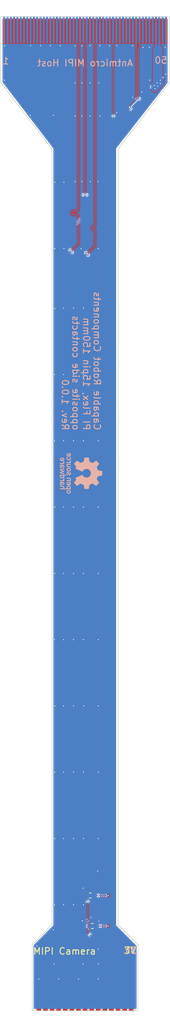
<source format=kicad_pcb>
(kicad_pcb (version 20171130) (host pcbnew "(5.1.9-0-10_14)")

  (general
    (thickness 0.2)
    (drawings 25)
    (tracks 422)
    (zones 0)
    (modules 7)
    (nets 14)
  )

  (page A4)
  (layers
    (0 F.Cu signal)
    (31 B.Cu signal)
    (32 B.Adhes user)
    (33 F.Adhes user)
    (34 B.Paste user)
    (35 F.Paste user)
    (36 B.SilkS user)
    (37 F.SilkS user)
    (38 B.Mask user)
    (39 F.Mask user)
    (40 Dwgs.User user)
    (41 Cmts.User user)
    (42 Eco1.User user)
    (43 Eco2.User user)
    (44 Edge.Cuts user)
    (45 Margin user)
    (46 B.CrtYd user)
    (47 F.CrtYd user)
    (48 B.Fab user)
    (49 F.Fab user)
  )

  (setup
    (last_trace_width 0.1)
    (user_trace_width 0.1)
    (user_trace_width 0.12)
    (user_trace_width 0.15)
    (user_trace_width 0.2)
    (user_trace_width 0.3)
    (user_trace_width 0.5)
    (user_trace_width 1)
    (user_trace_width 1.3)
    (trace_clearance 0.1)
    (zone_clearance 0.1)
    (zone_45_only no)
    (trace_min 0.1)
    (via_size 0.35)
    (via_drill 0.15)
    (via_min_size 0.35)
    (via_min_drill 0.15)
    (uvia_size 0.35)
    (uvia_drill 0.15)
    (uvias_allowed no)
    (uvia_min_size 0.35)
    (uvia_min_drill 0.15)
    (edge_width 0.05)
    (segment_width 0.1)
    (pcb_text_width 0.3)
    (pcb_text_size 1.5 1.5)
    (mod_edge_width 0.12)
    (mod_text_size 1 1)
    (mod_text_width 0.15)
    (pad_size 1.524 1.524)
    (pad_drill 0.762)
    (pad_to_mask_clearance 0.05)
    (aux_axis_origin 0 0)
    (visible_elements FFFFFF7F)
    (pcbplotparams
      (layerselection 0x310fc_ffffffff)
      (usegerberextensions false)
      (usegerberattributes true)
      (usegerberadvancedattributes true)
      (creategerberjobfile true)
      (excludeedgelayer true)
      (linewidth 0.100000)
      (plotframeref false)
      (viasonmask false)
      (mode 1)
      (useauxorigin false)
      (hpglpennumber 1)
      (hpglpenspeed 20)
      (hpglpendiameter 15.000000)
      (psnegative false)
      (psa4output false)
      (plotreference true)
      (plotvalue true)
      (plotinvisibletext false)
      (padsonsilk false)
      (subtractmaskfromsilk false)
      (outputformat 1)
      (mirror false)
      (drillshape 0)
      (scaleselection 1)
      (outputdirectory "out"))
  )

  (net 0 "")
  (net 1 /F1_GND)
  (net 2 /F1_C2_CSI0_D0_P)
  (net 3 /F1_C2_CSI0_D0_N)
  (net 4 /F1_C2_CSI0_D1_P)
  (net 5 /F1_C2_CSI0_D1_N)
  (net 6 /F1_C2_CSI0_CLK_P)
  (net 7 /F1_C2_CSI0_CLK_N)
  (net 8 /F1_C2_SDA)
  (net 9 /F1_C2_SCL)
  (net 10 /F1_3.3V)
  (net 11 /F1_C2_VSYNC)
  (net 12 /F1_C2_IO1_HV)
  (net 13 /F1_C2_IO0_HV)

  (net_class Default "This is the default net class."
    (clearance 0.1)
    (trace_width 0.1)
    (via_dia 0.35)
    (via_drill 0.15)
    (uvia_dia 0.35)
    (uvia_drill 0.15)
    (diff_pair_width 0.1)
    (diff_pair_gap 0.1)
    (add_net /F1_3.3V)
    (add_net /F1_C2_CSI0_CLK_N)
    (add_net /F1_C2_CSI0_CLK_P)
    (add_net /F1_C2_CSI0_D0_N)
    (add_net /F1_C2_CSI0_D0_P)
    (add_net /F1_C2_CSI0_D1_N)
    (add_net /F1_C2_CSI0_D1_P)
    (add_net /F1_C2_IO0_HV)
    (add_net /F1_C2_IO1_HV)
    (add_net /F1_C2_SCL)
    (add_net /F1_C2_SDA)
    (add_net /F1_C2_VSYNC)
    (add_net /F1_GND)
  )

  (module antmicro-alvium-flex-csi-adapter-footprints:oshw-logo (layer B.Cu) (tedit 5F876C5F) (tstamp 603FDEA5)
    (at 119.4 83.9 90)
    (path /5F89FCA6)
    (attr virtual)
    (fp_text reference N1 (at -3.08 4.76 90) (layer B.SilkS) hide
      (effects (font (size 1.524 1.524) (thickness 0.3)) (justify mirror))
    )
    (fp_text value oshw_logo (at 3.43 4.88 90) (layer B.SilkS) hide
      (effects (font (size 1.524 1.524) (thickness 0.3)) (justify mirror))
    )
    (fp_poly (pts (xy -1.520547 -2.559315) (xy -1.484257 -2.562589) (xy -1.453571 -2.568483) (xy -1.42629 -2.577419)
      (xy -1.400688 -2.589559) (xy -1.370681 -2.610821) (xy -1.344258 -2.639027) (xy -1.324255 -2.670988)
      (xy -1.320279 -2.679956) (xy -1.30811 -2.71018) (xy -1.3081 -3.19786) (xy -1.43256 -3.200712)
      (xy -1.43256 -3.172616) (xy -1.433001 -3.157262) (xy -1.43414 -3.147057) (xy -1.435256 -3.14452)
      (xy -1.439925 -3.147991) (xy -1.44858 -3.156755) (xy -1.452999 -3.161658) (xy -1.471978 -3.178645)
      (xy -1.49558 -3.190826) (xy -1.525318 -3.19871) (xy -1.562703 -3.202805) (xy -1.57734 -3.203422)
      (xy -1.602824 -3.203658) (xy -1.626988 -3.203015) (xy -1.646538 -3.201624) (xy -1.65553 -3.200315)
      (xy -1.685682 -3.191062) (xy -1.716935 -3.176628) (xy -1.745331 -3.159088) (xy -1.764046 -3.143501)
      (xy -1.789625 -3.111334) (xy -1.806796 -3.075521) (xy -1.815801 -3.037506) (xy -1.816878 -2.998734)
      (xy -1.81664 -2.997361) (xy -1.696223 -2.997361) (xy -1.695252 -3.020525) (xy -1.686495 -3.04231)
      (xy -1.66972 -3.060562) (xy -1.667587 -3.062115) (xy -1.653946 -3.070585) (xy -1.639866 -3.076449)
      (xy -1.623179 -3.080099) (xy -1.601719 -3.081928) (xy -1.573316 -3.082328) (xy -1.55702 -3.082134)
      (xy -1.528455 -3.081426) (xy -1.507932 -3.080233) (xy -1.493336 -3.078268) (xy -1.482549 -3.075242)
      (xy -1.473457 -3.070866) (xy -1.4732 -3.070718) (xy -1.457655 -3.058381) (xy -1.446482 -3.041138)
      (xy -1.439038 -3.017444) (xy -1.434673 -2.985753) (xy -1.434033 -2.977094) (xy -1.431057 -2.93116)
      (xy -1.532139 -2.931271) (xy -1.567669 -2.931414) (xy -1.594661 -2.931841) (xy -1.614734 -2.932682)
      (xy -1.629508 -2.934068) (xy -1.640604 -2.936129) (xy -1.649641 -2.938995) (xy -1.654706 -2.941136)
      (xy -1.67572 -2.955512) (xy -1.689636 -2.974971) (xy -1.696223 -2.997361) (xy -1.81664 -2.997361)
      (xy -1.810268 -2.960648) (xy -1.796211 -2.924695) (xy -1.774945 -2.892318) (xy -1.746713 -2.864961)
      (xy -1.71454 -2.845351) (xy -1.699391 -2.838812) (xy -1.684182 -2.833785) (xy -1.667295 -2.830081)
      (xy -1.64711 -2.827504) (xy -1.622008 -2.825865) (xy -1.590368 -2.824969) (xy -1.550571 -2.824625)
      (xy -1.539905 -2.824604) (xy -1.431349 -2.82448) (xy -1.433457 -2.776281) (xy -1.435643 -2.747652)
      (xy -1.440005 -2.726818) (xy -1.447619 -2.711473) (xy -1.459557 -2.699312) (xy -1.473732 -2.68986)
      (xy -1.482123 -2.685647) (xy -1.491816 -2.682768) (xy -1.50486 -2.680982) (xy -1.523299 -2.680045)
      (xy -1.549181 -2.679716) (xy -1.55956 -2.6797) (xy -1.593451 -2.680227) (xy -1.619103 -2.682156)
      (xy -1.638402 -2.686003) (xy -1.653229 -2.692284) (xy -1.66547 -2.701518) (xy -1.674582 -2.71128)
      (xy -1.685464 -2.724211) (xy -1.734272 -2.686948) (xy -1.753108 -2.672336) (xy -1.768568 -2.659904)
      (xy -1.779081 -2.650946) (xy -1.783078 -2.646755) (xy -1.78308 -2.646721) (xy -1.779269 -2.640177)
      (xy -1.769265 -2.629658) (xy -1.755216 -2.616991) (xy -1.739267 -2.604005) (xy -1.723566 -2.592529)
      (xy -1.710258 -2.584392) (xy -1.70942 -2.583969) (xy -1.687833 -2.574068) (xy -1.667762 -2.566998)
      (xy -1.646748 -2.562323) (xy -1.622329 -2.559605) (xy -1.592047 -2.558408) (xy -1.56464 -2.558242)
      (xy -1.520547 -2.559315)) (layer B.SilkS) (width 0.01))
    (fp_poly (pts (xy -2.7328 -1.557697) (xy -2.684546 -1.570663) (xy -2.641589 -1.59229) (xy -2.6039 -1.622592)
      (xy -2.580265 -1.649454) (xy -2.561783 -1.676927) (xy -2.547426 -1.706492) (xy -2.536905 -1.739537)
      (xy -2.529927 -1.777455) (xy -2.526203 -1.821634) (xy -2.52544 -1.873464) (xy -2.526239 -1.90754)
      (xy -2.528944 -1.956516) (xy -2.533763 -1.997186) (xy -2.541296 -2.031291) (xy -2.552144 -2.06057)
      (xy -2.566907 -2.086764) (xy -2.586185 -2.111615) (xy -2.602676 -2.129131) (xy -2.636646 -2.158152)
      (xy -2.67299 -2.178971) (xy -2.713336 -2.1922) (xy -2.759311 -2.198453) (xy -2.788718 -2.199129)
      (xy -2.812449 -2.198418) (xy -2.834606 -2.196951) (xy -2.851651 -2.194993) (xy -2.856492 -2.194074)
      (xy -2.897147 -2.179634) (xy -2.936141 -2.155699) (xy -2.969665 -2.126384) (xy -2.992401 -2.10172)
      (xy -3.010173 -2.077392) (xy -3.023622 -2.051593) (xy -3.033389 -2.022517) (xy -3.040117 -1.988358)
      (xy -3.044446 -1.94731) (xy -3.046544 -1.910015) (xy -3.046759 -1.882248) (xy -2.91846 -1.882248)
      (xy -2.91846 -1.968716) (xy -2.902189 -2.001766) (xy -2.884147 -2.031176) (xy -2.862589 -2.051992)
      (xy -2.836231 -2.064929) (xy -2.803792 -2.070703) (xy -2.778167 -2.070926) (xy -2.754539 -2.069112)
      (xy -2.736963 -2.065333) (xy -2.721373 -2.058591) (xy -2.716269 -2.055719) (xy -2.696096 -2.041639)
      (xy -2.680584 -2.025025) (xy -2.669138 -2.004405) (xy -2.66116 -1.978307) (xy -2.656056 -1.945257)
      (xy -2.653228 -1.903782) (xy -2.653066 -1.899608) (xy -2.652542 -1.848728) (xy -2.655306 -1.806574)
      (xy -2.661698 -1.772146) (xy -2.672056 -1.744448) (xy -2.686721 -1.72248) (xy -2.706031 -1.705245)
      (xy -2.722521 -1.69545) (xy -2.754232 -1.684217) (xy -2.787608 -1.680797) (xy -2.820534 -1.684757)
      (xy -2.850894 -1.695663) (xy -2.876571 -1.713084) (xy -2.891338 -1.729953) (xy -2.900675 -1.745177)
      (xy -2.90766 -1.76091) (xy -2.912608 -1.778925) (xy -2.915837 -1.801) (xy -2.917662 -1.828909)
      (xy -2.918399 -1.864428) (xy -2.91846 -1.882248) (xy -3.046759 -1.882248) (xy -3.047053 -1.844555)
      (xy -3.042844 -1.786749) (xy -3.03398 -1.736973) (xy -3.020528 -1.6956) (xy -3.003958 -1.664995)
      (xy -2.971078 -1.624961) (xy -2.934031 -1.594033) (xy -2.892338 -1.571967) (xy -2.845521 -1.558517)
      (xy -2.7931 -1.553436) (xy -2.78638 -1.553378) (xy -2.7328 -1.557697)) (layer B.SilkS) (width 0.01))
    (fp_poly (pts (xy -0.842854 -2.558238) (xy -0.814699 -2.564601) (xy -0.793284 -2.572328) (xy -0.772416 -2.581726)
      (xy -0.758495 -2.589591) (xy -0.73721 -2.603849) (xy -0.782803 -2.658284) (xy -0.799438 -2.677915)
      (xy -0.813773 -2.694399) (xy -0.824557 -2.706328) (xy -0.830537 -2.712297) (xy -0.831244 -2.71272)
      (xy -0.836907 -2.710055) (xy -0.846965 -2.703544) (xy -0.848313 -2.702593) (xy -0.873395 -2.690251)
      (xy -0.903191 -2.684263) (xy -0.934016 -2.685262) (xy -0.941241 -2.686629) (xy -0.974462 -2.698426)
      (xy -1.000899 -2.717623) (xy -1.019633 -2.741992) (xy -1.03378 -2.76606) (xy -1.03886 -3.19786)
      (xy -1.16332 -3.200712) (xy -1.16332 -2.5654) (xy -1.03632 -2.5654) (xy -1.03632 -2.626476)
      (xy -1.008844 -2.604096) (xy -0.971438 -2.579793) (xy -0.930037 -2.563791) (xy -0.886543 -2.556477)
      (xy -0.842854 -2.558238)) (layer B.SilkS) (width 0.01))
    (fp_poly (pts (xy 1.038658 -2.556999) (xy 1.091282 -2.563659) (xy 1.137736 -2.576601) (xy 1.177447 -2.595588)
      (xy 1.209841 -2.620381) (xy 1.234342 -2.650742) (xy 1.242238 -2.665302) (xy 1.247495 -2.677777)
      (xy 1.2519 -2.691708) (xy 1.255515 -2.708027) (xy 1.258402 -2.727665) (xy 1.260621 -2.751555)
      (xy 1.262236 -2.780627) (xy 1.263308 -2.815814) (xy 1.263898 -2.858047) (xy 1.264069 -2.908257)
      (xy 1.263881 -2.967376) (xy 1.263748 -2.98958) (xy 1.26238 -3.19786) (xy 1.13538 -3.19786)
      (xy 1.133842 -3.171118) (xy 1.132304 -3.144377) (xy 1.119233 -3.159911) (xy 1.096185 -3.179576)
      (xy 1.065039 -3.193734) (xy 1.026343 -3.202213) (xy 0.980645 -3.204841) (xy 0.976379 -3.204788)
      (xy 0.955641 -3.204177) (xy 0.937414 -3.203212) (xy 0.92533 -3.20209) (xy 0.92456 -3.20197)
      (xy 0.879073 -3.189911) (xy 0.839607 -3.170505) (xy 0.806748 -3.144654) (xy 0.78108 -3.11326)
      (xy 0.763188 -3.077223) (xy 0.753657 -3.037447) (xy 0.75322 -3.005579) (xy 0.87376 -3.005579)
      (xy 0.874656 -3.023198) (xy 0.878506 -3.0355) (xy 0.887049 -3.047254) (xy 0.89027 -3.050826)
      (xy 0.903492 -3.063313) (xy 0.917828 -3.072236) (xy 0.935168 -3.078077) (xy 0.957403 -3.081317)
      (xy 0.986423 -3.082437) (xy 1.01346 -3.082182) (xy 1.043426 -3.081219) (xy 1.065196 -3.079662)
      (xy 1.080731 -3.077264) (xy 1.091987 -3.073776) (xy 1.096409 -3.071661) (xy 1.112632 -3.058685)
      (xy 1.123838 -3.039377) (xy 1.130406 -3.012731) (xy 1.132717 -2.977744) (xy 1.132728 -2.97561)
      (xy 1.13284 -2.93116) (xy 1.03505 -2.931271) (xy 0.999917 -2.931431) (xy 0.973305 -2.931906)
      (xy 0.953574 -2.932829) (xy 0.939085 -2.934331) (xy 0.928201 -2.936544) (xy 0.919283 -2.939599)
      (xy 0.91654 -2.940793) (xy 0.893977 -2.954502) (xy 0.880254 -2.971912) (xy 0.87425 -2.99472)
      (xy 0.87376 -3.005579) (xy 0.75322 -3.005579) (xy 0.753072 -2.994831) (xy 0.761777 -2.951065)
      (xy 0.768571 -2.931049) (xy 0.776155 -2.915691) (xy 0.786796 -2.901355) (xy 0.802764 -2.884403)
      (xy 0.804325 -2.882839) (xy 0.820663 -2.867146) (xy 0.835715 -2.854719) (xy 0.850966 -2.845155)
      (xy 0.867899 -2.83805) (xy 0.887995 -2.833003) (xy 0.912738 -2.829609) (xy 0.943612 -2.827465)
      (xy 0.982099 -2.82617) (xy 1.01518 -2.825538) (xy 1.13374 -2.823651) (xy 1.13202 -2.771122)
      (xy 1.131013 -2.746916) (xy 1.12955 -2.730529) (xy 1.127126 -2.719619) (xy 1.12324 -2.711845)
      (xy 1.117898 -2.705404) (xy 1.098579 -2.69189) (xy 1.070188 -2.682719) (xy 1.032851 -2.677923)
      (xy 1.006777 -2.67716) (xy 0.972406 -2.67828) (xy 0.94585 -2.682029) (xy 0.924973 -2.688988)
      (xy 0.907638 -2.699742) (xy 0.90016 -2.706223) (xy 0.882279 -2.723087) (xy 0.834839 -2.686958)
      (xy 0.816294 -2.672654) (xy 0.801145 -2.660626) (xy 0.790984 -2.652163) (xy 0.7874 -2.648576)
      (xy 0.791306 -2.639567) (xy 0.801763 -2.626931) (xy 0.816877 -2.61269) (xy 0.832288 -2.600608)
      (xy 0.864986 -2.581503) (xy 0.902471 -2.568052) (xy 0.946385 -2.559769) (xy 0.98044 -2.556859)
      (xy 1.038658 -2.556999)) (layer B.SilkS) (width 0.01))
    (fp_poly (pts (xy -0.836737 -1.560625) (xy -0.796274 -1.57668) (xy -0.760142 -1.600399) (xy -0.72949 -1.630984)
      (xy -0.705466 -1.667638) (xy -0.689218 -1.709565) (xy -0.686437 -1.7211) (xy -0.684809 -1.734425)
      (xy -0.683446 -1.757693) (xy -0.682353 -1.790687) (xy -0.681534 -1.833193) (xy -0.680995 -1.884996)
      (xy -0.680741 -1.945881) (xy -0.68072 -1.97129) (xy -0.68072 -2.19456) (xy -0.807297 -2.19456)
      (xy -0.808779 -1.984638) (xy -0.81026 -1.774716) (xy -0.825578 -1.744777) (xy -0.844099 -1.716999)
      (xy -0.86736 -1.697722) (xy -0.896409 -1.686288) (xy -0.92476 -1.682331) (xy -0.946329 -1.682251)
      (xy -0.966452 -1.684089) (xy -0.978101 -1.686626) (xy -1.000316 -1.698058) (xy -1.022147 -1.716281)
      (xy -1.040417 -1.738318) (xy -1.048564 -1.7526) (xy -1.05119 -1.758654) (xy -1.053356 -1.765119)
      (xy -1.055115 -1.773012) (xy -1.05652 -1.783351) (xy -1.057625 -1.797153) (xy -1.058483 -1.815435)
      (xy -1.059148 -1.839216) (xy -1.059673 -1.869513) (xy -1.060111 -1.907343) (xy -1.060516 -1.953724)
      (xy -1.060757 -1.98501) (xy -1.062334 -2.19456) (xy -1.18872 -2.19456) (xy -1.18872 -1.55956)
      (xy -1.06172 -1.55956) (xy -1.06172 -1.625716) (xy -1.032895 -1.602238) (xy -1.000955 -1.579612)
      (xy -0.968999 -1.564698) (xy -0.933198 -1.55579) (xy -0.926066 -1.554696) (xy -0.880384 -1.553031)
      (xy -0.836737 -1.560625)) (layer B.SilkS) (width 0.01))
    (fp_poly (pts (xy 1.042458 -1.769481) (xy 1.04394 -1.979403) (xy 1.059257 -2.009342) (xy 1.077599 -2.036956)
      (xy 1.100575 -2.056139) (xy 1.129331 -2.067609) (xy 1.15917 -2.071829) (xy 1.19344 -2.070846)
      (xy 1.221522 -2.063099) (xy 1.245419 -2.047838) (xy 1.258775 -2.034544) (xy 1.266643 -2.025449)
      (xy 1.273172 -2.016985) (xy 1.278497 -2.008138) (xy 1.282751 -1.997892) (xy 1.286069 -1.98523)
      (xy 1.288584 -1.969138) (xy 1.29043 -1.948599) (xy 1.291742 -1.922598) (xy 1.292653 -1.89012)
      (xy 1.293297 -1.850149) (xy 1.293809 -1.801669) (xy 1.294121 -1.76657) (xy 1.295926 -1.55956)
      (xy 1.4224 -1.55956) (xy 1.4224 -2.19456) (xy 1.2954 -2.19456) (xy 1.2954 -2.16154)
      (xy 1.295008 -2.144722) (xy 1.293982 -2.132829) (xy 1.292608 -2.12852) (xy 1.28771 -2.131785)
      (xy 1.278195 -2.140148) (xy 1.271018 -2.147012) (xy 1.256272 -2.159017) (xy 1.236682 -2.171776)
      (xy 1.2192 -2.181169) (xy 1.202021 -2.188739) (xy 1.186852 -2.193568) (xy 1.170197 -2.196373)
      (xy 1.148558 -2.197869) (xy 1.13538 -2.198333) (xy 1.107857 -2.198599) (xy 1.087298 -2.19729)
      (xy 1.070583 -2.194078) (xy 1.059001 -2.190339) (xy 1.036212 -2.1813) (xy 1.019005 -2.172516)
      (xy 1.003531 -2.16158) (xy 0.985939 -2.146082) (xy 0.981277 -2.141703) (xy 0.952318 -2.107608)
      (xy 0.931 -2.068067) (xy 0.920116 -2.033019) (xy 0.918488 -2.019694) (xy 0.917125 -1.996426)
      (xy 0.916032 -1.963432) (xy 0.915213 -1.920926) (xy 0.914674 -1.869123) (xy 0.91442 -1.808238)
      (xy 0.9144 -1.782829) (xy 0.9144 -1.55956) (xy 1.040976 -1.55956) (xy 1.042458 -1.769481)) (layer B.SilkS) (width 0.01))
    (fp_poly (pts (xy 0.03535 -2.77749) (xy 0.047597 -2.82249) (xy 0.059122 -2.864699) (xy 0.069633 -2.903055)
      (xy 0.078835 -2.936495) (xy 0.086437 -2.963954) (xy 0.092145 -2.984372) (xy 0.095666 -2.996683)
      (xy 0.096608 -2.99974) (xy 0.09879 -2.999338) (xy 0.103068 -2.991268) (xy 0.109581 -2.975151)
      (xy 0.118471 -2.95061) (xy 0.129875 -2.917267) (xy 0.143934 -2.874744) (xy 0.152017 -2.84988)
      (xy 0.165587 -2.807974) (xy 0.179166 -2.766094) (xy 0.192174 -2.726028) (xy 0.204028 -2.689566)
      (xy 0.214148 -2.658496) (xy 0.221951 -2.634608) (xy 0.224239 -2.62763) (xy 0.244681 -2.5654)
      (xy 0.338499 -2.5654) (xy 0.406231 -2.77495) (xy 0.420645 -2.819489) (xy 0.434234 -2.861381)
      (xy 0.446651 -2.89956) (xy 0.45755 -2.932961) (xy 0.466581 -2.960522) (xy 0.473397 -2.981177)
      (xy 0.477651 -2.993863) (xy 0.478826 -2.9972) (xy 0.480371 -2.998889) (xy 0.482606 -2.996821)
      (xy 0.485754 -2.990282) (xy 0.490039 -2.978558) (xy 0.495685 -2.960935) (xy 0.502914 -2.9367)
      (xy 0.511952 -2.905138) (xy 0.523022 -2.865537) (xy 0.536347 -2.817181) (xy 0.543915 -2.789532)
      (xy 0.556386 -2.74402) (xy 0.568072 -2.701592) (xy 0.578698 -2.663238) (xy 0.587986 -2.62995)
      (xy 0.595658 -2.602718) (xy 0.601437 -2.582534) (xy 0.605046 -2.570387) (xy 0.606176 -2.567129)
      (xy 0.611732 -2.566472) (xy 0.625475 -2.566125) (xy 0.645439 -2.566104) (xy 0.669654 -2.566428)
      (xy 0.673967 -2.566517) (xy 0.739724 -2.56794) (xy 0.656883 -2.82702) (xy 0.640466 -2.878382)
      (xy 0.624436 -2.928567) (xy 0.609165 -2.976411) (xy 0.595026 -3.020747) (xy 0.582388 -3.060409)
      (xy 0.571624 -3.094232) (xy 0.563106 -3.121048) (xy 0.557206 -3.139693) (xy 0.556034 -3.143414)
      (xy 0.538027 -3.200728) (xy 0.425301 -3.19786) (xy 0.358908 -2.975026) (xy 0.341754 -2.917813)
      (xy 0.327197 -2.870057) (xy 0.315125 -2.831423) (xy 0.305428 -2.801574) (xy 0.297994 -2.780176)
      (xy 0.292714 -2.766893) (xy 0.289476 -2.761389) (xy 0.288474 -2.761666) (xy 0.286199 -2.76844)
      (xy 0.281365 -2.783891) (xy 0.274295 -2.806953) (xy 0.265311 -2.836559) (xy 0.254737 -2.871644)
      (xy 0.242896 -2.911141) (xy 0.230109 -2.953984) (xy 0.223298 -2.97688) (xy 0.21019 -3.020989)
      (xy 0.197919 -3.062277) (xy 0.1868 -3.099681) (xy 0.177149 -3.13214) (xy 0.169282 -3.158593)
      (xy 0.163514 -3.177977) (xy 0.160161 -3.189231) (xy 0.159479 -3.19151) (xy 0.157131 -3.195457)
      (xy 0.151731 -3.198044) (xy 0.141475 -3.199547) (xy 0.124557 -3.20024) (xy 0.101098 -3.2004)
      (xy 0.073923 -3.199996) (xy 0.055863 -3.198712) (xy 0.045901 -3.196435) (xy 0.043145 -3.19405)
      (xy 0.041242 -3.188209) (xy 0.036521 -3.17353) (xy 0.02925 -3.150851) (xy 0.0197 -3.121014)
      (xy 0.008138 -3.08486) (xy -0.005167 -3.043228) (xy -0.019946 -2.996959) (xy -0.03593 -2.946894)
      (xy -0.05285 -2.893873) (xy -0.056102 -2.88368) (xy -0.073181 -2.830171) (xy -0.089387 -2.779438)
      (xy -0.10445 -2.732327) (xy -0.1181 -2.68968) (xy -0.130066 -2.652341) (xy -0.140078 -2.621153)
      (xy -0.147866 -2.59696) (xy -0.15316 -2.580604) (xy -0.155688 -2.57293) (xy -0.155831 -2.57253)
      (xy -0.155395 -2.569602) (xy -0.150538 -2.567575) (xy -0.139883 -2.5663) (xy -0.122052 -2.565626)
      (xy -0.095668 -2.565403) (xy -0.090424 -2.5654) (xy -0.02228 -2.5654) (xy 0.03535 -2.77749)) (layer B.SilkS) (width 0.01))
    (fp_poly (pts (xy 0.004435 -1.55629) (xy 0.054498 -1.566516) (xy 0.102286 -1.582883) (xy 0.146112 -1.605338)
      (xy 0.154848 -1.61095) (xy 0.193217 -1.636613) (xy 0.178321 -1.655236) (xy 0.166899 -1.66896)
      (xy 0.152026 -1.686104) (xy 0.138862 -1.700812) (xy 0.1143 -1.727765) (xy 0.070868 -1.705253)
      (xy 0.032622 -1.688638) (xy -0.006057 -1.677694) (xy -0.043682 -1.672406) (xy -0.078763 -1.672759)
      (xy -0.109813 -1.67874) (xy -0.135344 -1.690334) (xy -0.153791 -1.707421) (xy -0.161374 -1.724974)
      (xy -0.163826 -1.745072) (xy -0.163072 -1.761359) (xy -0.158935 -1.772295) (xy -0.149526 -1.782579)
      (xy -0.148336 -1.783652) (xy -0.138503 -1.79135) (xy -0.127329 -1.797354) (xy -0.113193 -1.802032)
      (xy -0.094476 -1.805758) (xy -0.069555 -1.808903) (xy -0.036811 -1.811837) (xy -0.019589 -1.813152)
      (xy 0.02741 -1.817683) (xy 0.065759 -1.82388) (xy 0.096886 -1.832107) (xy 0.122216 -1.84273)
      (xy 0.140524 -1.854113) (xy 0.166265 -1.879048) (xy 0.186438 -1.910958) (xy 0.200237 -1.947847)
      (xy 0.206859 -1.987716) (xy 0.206643 -2.018235) (xy 0.198431 -2.060433) (xy 0.181435 -2.097744)
      (xy 0.155931 -2.129882) (xy 0.122195 -2.156556) (xy 0.080503 -2.177478) (xy 0.042745 -2.189591)
      (xy 0.005242 -2.196323) (xy -0.037777 -2.199429) (xy -0.082335 -2.198915) (xy -0.12446 -2.194789)
      (xy -0.1524 -2.189242) (xy -0.176026 -2.181921) (xy -0.203126 -2.171702) (xy -0.228305 -2.16064)
      (xy -0.23114 -2.159255) (xy -0.250473 -2.148794) (xy -0.271122 -2.136196) (xy -0.291216 -2.122789)
      (xy -0.308885 -2.109899) (xy -0.322258 -2.098855) (xy -0.329463 -2.090984) (xy -0.3302 -2.088963)
      (xy -0.326801 -2.084073) (xy -0.317553 -2.073644) (xy -0.303887 -2.059225) (xy -0.287907 -2.043042)
      (xy -0.245614 -2.000968) (xy -0.220797 -2.021476) (xy -0.183926 -2.047385) (xy -0.144939 -2.065281)
      (xy -0.101848 -2.075833) (xy -0.052669 -2.079712) (xy -0.04826 -2.079755) (xy -0.022609 -2.079485)
      (xy -0.003903 -2.078045) (xy 0.011049 -2.074954) (xy 0.025437 -2.06973) (xy 0.029353 -2.068019)
      (xy 0.054553 -2.05257) (xy 0.071489 -2.033048) (xy 0.079611 -2.010578) (xy 0.078365 -1.986283)
      (xy 0.074782 -1.975483) (xy 0.068978 -1.964717) (xy 0.060733 -1.956216) (xy 0.048695 -1.949523)
      (xy 0.031511 -1.944181) (xy 0.007827 -1.939732) (xy -0.023709 -1.935721) (xy -0.051238 -1.932923)
      (xy -0.088821 -1.929147) (xy -0.118171 -1.925627) (xy -0.141193 -1.921963) (xy -0.159793 -1.917757)
      (xy -0.175877 -1.91261) (xy -0.191349 -1.906123) (xy -0.20066 -1.901656) (xy -0.234991 -1.879441)
      (xy -0.261472 -1.85092) (xy -0.279818 -1.816567) (xy -0.289744 -1.776856) (xy -0.291544 -1.75006)
      (xy -0.290838 -1.727399) (xy -0.288785 -1.705711) (xy -0.285813 -1.689383) (xy -0.285507 -1.6883)
      (xy -0.27275 -1.659071) (xy -0.252839 -1.63014) (xy -0.228277 -1.604966) (xy -0.22098 -1.599118)
      (xy -0.184838 -1.577847) (xy -0.142539 -1.562982) (xy -0.095769 -1.554469) (xy -0.046216 -1.552256)
      (xy 0.004435 -1.55629)) (layer B.SilkS) (width 0.01))
    (fp_poly (pts (xy 2.835273 -1.557568) (xy 2.883172 -1.570853) (xy 2.926643 -1.592412) (xy 2.964796 -1.621537)
      (xy 2.996738 -1.65752) (xy 3.021576 -1.699655) (xy 3.038421 -1.747232) (xy 3.040693 -1.75706)
      (xy 3.043626 -1.776475) (xy 3.045961 -1.802774) (xy 3.047464 -1.832686) (xy 3.047911 -1.85801)
      (xy 3.048 -1.92532) (xy 2.650451 -1.92532) (xy 2.653961 -1.951782) (xy 2.663419 -1.991612)
      (xy 2.680108 -2.024363) (xy 2.703723 -2.049772) (xy 2.733961 -2.067575) (xy 2.770518 -2.07751)
      (xy 2.80162 -2.07964) (xy 2.845174 -2.075448) (xy 2.883125 -2.063113) (xy 2.916319 -2.042349)
      (xy 2.920267 -2.039068) (xy 2.929073 -2.03135) (xy 2.935705 -2.026489) (xy 2.941859 -2.025071)
      (xy 2.94923 -2.027681) (xy 2.959515 -2.034902) (xy 2.974409 -2.047319) (xy 2.99466 -2.064705)
      (xy 3.010478 -2.078193) (xy 3.023203 -2.088982) (xy 3.030987 -2.095509) (xy 3.032453 -2.096687)
      (xy 3.030302 -2.100775) (xy 3.02254 -2.110033) (xy 3.010806 -2.122516) (xy 3.009911 -2.123428)
      (xy 2.98076 -2.147729) (xy 2.945078 -2.169171) (xy 2.906457 -2.185758) (xy 2.887246 -2.191587)
      (xy 2.861161 -2.196142) (xy 2.82875 -2.198603) (xy 2.793627 -2.19897) (xy 2.759408 -2.197242)
      (xy 2.729709 -2.19342) (xy 2.721021 -2.19158) (xy 2.675036 -2.175449) (xy 2.634273 -2.150795)
      (xy 2.599125 -2.118033) (xy 2.569987 -2.077579) (xy 2.54725 -2.02985) (xy 2.536446 -1.99644)
      (xy 2.532041 -1.97311) (xy 2.529015 -1.942361) (xy 2.527365 -1.90684) (xy 2.527089 -1.869192)
      (xy 2.528187 -1.832065) (xy 2.529163 -1.81864) (xy 2.650606 -1.81864) (xy 2.92213 -1.81864)
      (xy 2.918776 -1.79959) (xy 2.908012 -1.758409) (xy 2.891583 -1.725533) (xy 2.869293 -1.700705)
      (xy 2.840944 -1.683666) (xy 2.826519 -1.678575) (xy 2.788871 -1.67223) (xy 2.753913 -1.675258)
      (xy 2.722589 -1.687023) (xy 2.695847 -1.706889) (xy 2.674632 -1.734219) (xy 2.65989 -1.768378)
      (xy 2.654143 -1.79451) (xy 2.650606 -1.81864) (xy 2.529163 -1.81864) (xy 2.530656 -1.798104)
      (xy 2.534495 -1.769957) (xy 2.536587 -1.76022) (xy 2.554141 -1.707687) (xy 2.578497 -1.662161)
      (xy 2.609188 -1.624031) (xy 2.645751 -1.593685) (xy 2.687719 -1.571515) (xy 2.734628 -1.557908)
      (xy 2.78384 -1.553265) (xy 2.835273 -1.557568)) (layer B.SilkS) (width 0.01))
    (fp_poly (pts (xy 0.063944 3.200385) (xy 0.118503 3.200323) (xy 0.164447 3.200194) (xy 0.202552 3.199975)
      (xy 0.23359 3.199646) (xy 0.258334 3.199185) (xy 0.277557 3.198571) (xy 0.292034 3.197781)
      (xy 0.302537 3.196794) (xy 0.309839 3.195589) (xy 0.314713 3.194144) (xy 0.317934 3.192438)
      (xy 0.31913 3.191511) (xy 0.321531 3.188443) (xy 0.324143 3.18278) (xy 0.327119 3.173802)
      (xy 0.330612 3.160785) (xy 0.334776 3.14301) (xy 0.339764 3.119755) (xy 0.345729 3.090298)
      (xy 0.352825 3.053919) (xy 0.361205 3.009896) (xy 0.371021 2.957507) (xy 0.382428 2.896033)
      (xy 0.385794 2.87782) (xy 0.395938 2.823228) (xy 0.405693 2.771386) (xy 0.41488 2.723197)
      (xy 0.423321 2.679563) (xy 0.430839 2.641386) (xy 0.437257 2.609567) (xy 0.442397 2.585008)
      (xy 0.44608 2.568611) (xy 0.44813 2.561277) (xy 0.448169 2.561197) (xy 0.456812 2.549847)
      (xy 0.464359 2.543968) (xy 0.476168 2.538293) (xy 0.495535 2.529756) (xy 0.521275 2.518828)
      (xy 0.5522 2.505979) (xy 0.587125 2.491679) (xy 0.624864 2.476401) (xy 0.664231 2.460614)
      (xy 0.704039 2.44479) (xy 0.743103 2.429399) (xy 0.780237 2.414913) (xy 0.814255 2.401801)
      (xy 0.84397 2.390536) (xy 0.868197 2.381588) (xy 0.885749 2.375427) (xy 0.89544 2.372525)
      (xy 0.896621 2.37236) (xy 0.911725 2.37562) (xy 0.931874 2.385712) (xy 0.948099 2.396118)
      (xy 0.962375 2.405865) (xy 0.983862 2.420564) (xy 1.011392 2.439414) (xy 1.0438 2.461618)
      (xy 1.079921 2.486375) (xy 1.118588 2.512886) (xy 1.158636 2.540351) (xy 1.198899 2.567971)
      (xy 1.238212 2.594945) (xy 1.275408 2.620476) (xy 1.309323 2.643762) (xy 1.338789 2.664005)
      (xy 1.362643 2.680404) (xy 1.377499 2.690632) (xy 1.39888 2.70476) (xy 1.418234 2.716436)
      (xy 1.433568 2.724533) (xy 1.44289 2.727923) (xy 1.443473 2.72796) (xy 1.448048 2.725998)
      (xy 1.456423 2.719864) (xy 1.468988 2.709187) (xy 1.486133 2.693598) (xy 1.508249 2.672727)
      (xy 1.535726 2.646203) (xy 1.568952 2.613656) (xy 1.60832 2.574716) (xy 1.654219 2.529013)
      (xy 1.675064 2.508185) (xy 1.721494 2.46169) (xy 1.761169 2.421799) (xy 1.794577 2.387994)
      (xy 1.822205 2.359756) (xy 1.844544 2.336565) (xy 1.862081 2.317902) (xy 1.875304 2.303248)
      (xy 1.884702 2.292085) (xy 1.890764 2.283892) (xy 1.893978 2.278151) (xy 1.89484 2.274608)
      (xy 1.892783 2.268426) (xy 1.886468 2.256497) (xy 1.875681 2.238489) (xy 1.860204 2.214069)
      (xy 1.839823 2.182908) (xy 1.814321 2.144672) (xy 1.783483 2.099031) (xy 1.747093 2.045654)
      (xy 1.721932 2.008942) (xy 1.690797 1.963426) (xy 1.661369 1.920086) (xy 1.63416 1.879699)
      (xy 1.609681 1.843039) (xy 1.588445 1.810882) (xy 1.570964 1.784002) (xy 1.557749 1.763175)
      (xy 1.549313 1.749176) (xy 1.546182 1.742862) (xy 1.547503 1.734906) (xy 1.552551 1.718843)
      (xy 1.560841 1.695811) (xy 1.571887 1.666949) (xy 1.585204 1.633395) (xy 1.600306 1.596286)
      (xy 1.616707 1.556762) (xy 1.633922 1.515961) (xy 1.651466 1.47502) (xy 1.668852 1.435079)
      (xy 1.685596 1.397276) (xy 1.701212 1.362748) (xy 1.715213 1.332635) (xy 1.727115 1.308073)
      (xy 1.736433 1.290203) (xy 1.742679 1.280162) (xy 1.74423 1.278579) (xy 1.751136 1.276353)
      (xy 1.767124 1.2725) (xy 1.791276 1.267205) (xy 1.822678 1.260653) (xy 1.860412 1.25303)
      (xy 1.903562 1.244521) (xy 1.951213 1.235312) (xy 2.002449 1.225587) (xy 2.049871 1.216732)
      (xy 2.103519 1.206708) (xy 2.1544 1.197039) (xy 2.201597 1.18791) (xy 2.244192 1.179508)
      (xy 2.281268 1.172015) (xy 2.311907 1.165619) (xy 2.335192 1.160503) (xy 2.350206 1.156853)
      (xy 2.35585 1.155) (xy 2.36728 1.147846) (xy 2.36728 0.833366) (xy 2.367286 0.767725)
      (xy 2.367267 0.711501) (xy 2.367161 0.663952) (xy 2.366909 0.624334) (xy 2.366449 0.591904)
      (xy 2.365722 0.565921) (xy 2.364667 0.54564) (xy 2.363225 0.53032) (xy 2.361334 0.519217)
      (xy 2.358935 0.511589) (xy 2.355967 0.506692) (xy 2.35237 0.503785) (xy 2.348083 0.502124)
      (xy 2.343047 0.500966) (xy 2.340254 0.500349) (xy 2.333285 0.498959) (xy 2.317277 0.495903)
      (xy 2.293181 0.49136) (xy 2.261948 0.485506) (xy 2.224532 0.478519) (xy 2.181883 0.470578)
      (xy 2.134954 0.461861) (xy 2.084695 0.452545) (xy 2.05486 0.447023) (xy 2.002929 0.43734)
      (xy 1.953639 0.428002) (xy 1.907963 0.419201) (xy 1.866875 0.411134) (xy 1.83135 0.403994)
      (xy 1.802361 0.397977) (xy 1.780882 0.393277) (xy 1.767889 0.390088) (xy 1.764705 0.389046)
      (xy 1.760956 0.386972) (xy 1.75723 0.38377) (xy 1.753169 0.378649) (xy 1.748415 0.37082)
      (xy 1.74261 0.359493) (xy 1.735397 0.343878) (xy 1.726417 0.323185) (xy 1.715314 0.296625)
      (xy 1.70173 0.263408) (xy 1.685306 0.222743) (xy 1.665686 0.173842) (xy 1.653877 0.144336)
      (xy 1.630562 0.085801) (xy 1.610997 0.036121) (xy 1.594996 -0.005215) (xy 1.582371 -0.038717)
      (xy 1.572933 -0.064898) (xy 1.566496 -0.084266) (xy 1.562871 -0.097333) (xy 1.56187 -0.10461)
      (xy 1.562 -0.105551) (xy 1.565388 -0.111936) (xy 1.574031 -0.125889) (xy 1.587401 -0.146619)
      (xy 1.604975 -0.173337) (xy 1.626227 -0.205253) (xy 1.650633 -0.241579) (xy 1.677667 -0.281524)
      (xy 1.706803 -0.324299) (xy 1.729977 -0.358137) (xy 1.768152 -0.413904) (xy 1.800714 -0.461818)
      (xy 1.827941 -0.502307) (xy 1.85011 -0.535798) (xy 1.867497 -0.562718) (xy 1.880379 -0.583494)
      (xy 1.889033 -0.598554) (xy 1.893736 -0.608325) (xy 1.89484 -0.612588) (xy 1.893922 -0.616557)
      (xy 1.890832 -0.622253) (xy 1.885061 -0.630218) (xy 1.876105 -0.640996) (xy 1.863454 -0.655127)
      (xy 1.846604 -0.673155) (xy 1.825047 -0.695622) (xy 1.798275 -0.723071) (xy 1.765783 -0.756044)
      (xy 1.727064 -0.795083) (xy 1.68275 -0.839588) (xy 1.635779 -0.88663) (xy 1.595387 -0.926909)
      (xy 1.561043 -0.960919) (xy 1.532216 -0.989155) (xy 1.508374 -1.012112) (xy 1.488986 -1.030284)
      (xy 1.473522 -1.044165) (xy 1.461449 -1.054249) (xy 1.452238 -1.061032) (xy 1.445355 -1.065008)
      (xy 1.440271 -1.066671) (xy 1.438662 -1.0668) (xy 1.433748 -1.064003) (xy 1.421225 -1.055952)
      (xy 1.40185 -1.043157) (xy 1.376378 -1.026128) (xy 1.345569 -1.005374) (xy 1.310179 -0.981405)
      (xy 1.270964 -0.954731) (xy 1.228683 -0.925862) (xy 1.193409 -0.9017) (xy 1.138331 -0.864066)
      (xy 1.089294 -0.830866) (xy 1.046624 -0.802311) (xy 1.010647 -0.778614) (xy 0.981689 -0.759987)
      (xy 0.960074 -0.746642) (xy 0.946129 -0.738793) (xy 0.940496 -0.7366) (xy 0.932745 -0.738916)
      (xy 0.917444 -0.745425) (xy 0.895971 -0.75547) (xy 0.869703 -0.768393) (xy 0.840017 -0.783534)
      (xy 0.816852 -0.795678) (xy 0.78146 -0.814328) (xy 0.753869 -0.828542) (xy 0.732993 -0.838799)
      (xy 0.717741 -0.84558) (xy 0.707025 -0.849364) (xy 0.699756 -0.850631) (xy 0.694845 -0.849861)
      (xy 0.694346 -0.849646) (xy 0.691789 -0.847003) (xy 0.68781 -0.840541) (xy 0.682221 -0.82982)
      (xy 0.674833 -0.814402) (xy 0.665456 -0.793847) (xy 0.653901 -0.767715) (xy 0.639978 -0.735567)
      (xy 0.623499 -0.696964) (xy 0.604275 -0.651465) (xy 0.582116 -0.598633) (xy 0.556833 -0.538027)
      (xy 0.528236 -0.469208) (xy 0.496138 -0.391736) (xy 0.470538 -0.329835) (xy 0.436422 -0.24723)
      (xy 0.406033 -0.173511) (xy 0.379179 -0.108191) (xy 0.355668 -0.050782) (xy 0.335305 -0.000798)
      (xy 0.3179 0.042249) (xy 0.303259 0.078847) (xy 0.29119 0.109481) (xy 0.281501 0.134641)
      (xy 0.273999 0.154812) (xy 0.268491 0.170483) (xy 0.264785 0.182141) (xy 0.262689 0.190272)
      (xy 0.262009 0.195365) (xy 0.262258 0.197341) (xy 0.269083 0.206689) (xy 0.28309 0.218993)
      (xy 0.302403 0.232613) (xy 0.303284 0.233178) (xy 0.354604 0.267199) (xy 0.398237 0.299052)
      (xy 0.435974 0.330235) (xy 0.469604 0.36225) (xy 0.500915 0.396596) (xy 0.507555 0.404476)
      (xy 0.556525 0.471165) (xy 0.596596 0.542724) (xy 0.627623 0.618872) (xy 0.64306 0.671436)
      (xy 0.651969 0.717327) (xy 0.657688 0.76932) (xy 0.660084 0.823826) (xy 0.659023 0.877258)
      (xy 0.654369 0.926029) (xy 0.652948 0.935191) (xy 0.634715 1.014408) (xy 0.607448 1.089799)
      (xy 0.571708 1.160711) (xy 0.528055 1.226489) (xy 0.477052 1.286477) (xy 0.419258 1.340023)
      (xy 0.355234 1.386471) (xy 0.285542 1.425166) (xy 0.210741 1.455455) (xy 0.205721 1.457115)
      (xy 0.131625 1.476209) (xy 0.05431 1.486599) (xy -0.024292 1.488286) (xy -0.10225 1.481267)
      (xy -0.177633 1.465543) (xy -0.205053 1.457334) (xy -0.280029 1.427634) (xy -0.350279 1.389313)
      (xy -0.415124 1.34305) (xy -0.473884 1.289523) (xy -0.52588 1.229412) (xy -0.570432 1.163395)
      (xy -0.606859 1.092152) (xy -0.629075 1.033762) (xy -0.648169 0.959666) (xy -0.658559 0.882351)
      (xy -0.660246 0.803749) (xy -0.653227 0.725791) (xy -0.637503 0.650408) (xy -0.629294 0.622988)
      (xy -0.617143 0.590042) (xy -0.601413 0.553622) (xy -0.583768 0.517201) (xy -0.565874 0.484247)
      (xy -0.552233 0.462322) (xy -0.508942 0.406018) (xy -0.456606 0.351057) (xy -0.396337 0.298447)
      (xy -0.329243 0.249196) (xy -0.288402 0.223029) (xy -0.272408 0.211214) (xy -0.262765 0.19972)
      (xy -0.26129 0.196072) (xy -0.262675 0.189338) (xy -0.267727 0.174022) (xy -0.276143 0.150863)
      (xy -0.287615 0.120599) (xy -0.301839 0.083968) (xy -0.318508 0.041709) (xy -0.337316 -0.00544)
      (xy -0.357959 -0.05674) (xy -0.38013 -0.111454) (xy -0.403523 -0.168842) (xy -0.427833 -0.228167)
      (xy -0.452754 -0.288689) (xy -0.477981 -0.349672) (xy -0.503207 -0.410375) (xy -0.528128 -0.470062)
      (xy -0.552436 -0.527992) (xy -0.575827 -0.58343) (xy -0.597995 -0.635634) (xy -0.618634 -0.683868)
      (xy -0.637438 -0.727394) (xy -0.654102 -0.765471) (xy -0.66832 -0.797363) (xy -0.679787 -0.822331)
      (xy -0.688195 -0.839637) (xy -0.693241 -0.848541) (xy -0.694231 -0.849578) (xy -0.698935 -0.850538)
      (xy -0.705947 -0.849481) (xy -0.716349 -0.845928) (xy -0.731225 -0.839403) (xy -0.751658 -0.829428)
      (xy -0.778731 -0.815523) (xy -0.813528 -0.797213) (xy -0.816522 -0.795626) (xy -0.847832 -0.77928)
      (xy -0.876743 -0.764672) (xy -0.901875 -0.752459) (xy -0.921848 -0.743301) (xy -0.935282 -0.737855)
      (xy -0.940171 -0.736602) (xy -0.948237 -0.739539) (xy -0.963828 -0.748073) (xy -0.986281 -0.76179)
      (xy -1.014931 -0.780276) (xy -1.049112 -0.803115) (xy -1.07188 -0.818655) (xy -1.137285 -0.86359)
      (xy -1.194798 -0.903061) (xy -1.244886 -0.937383) (xy -1.288015 -0.96687) (xy -1.32465 -0.991836)
      (xy -1.355258 -1.012596) (xy -1.380305 -1.029464) (xy -1.400256 -1.042755) (xy -1.415577 -1.052782)
      (xy -1.426735 -1.059861) (xy -1.434195 -1.064305) (xy -1.438423 -1.066429) (xy -1.439561 -1.066722)
      (xy -1.448566 -1.064129) (xy -1.45288 -1.06183) (xy -1.457756 -1.057457) (xy -1.46916 -1.046528)
      (xy -1.486445 -1.029682) (xy -1.508965 -1.007557) (xy -1.536074 -0.980791) (xy -1.567125 -0.950022)
      (xy -1.601472 -0.915889) (xy -1.638468 -0.87903) (xy -1.677467 -0.840083) (xy -1.67767 -0.839879)
      (xy -1.725309 -0.792152) (xy -1.766084 -0.751081) (xy -1.800409 -0.716229) (xy -1.828694 -0.687161)
      (xy -1.851354 -0.663441) (xy -1.868801 -0.644633) (xy -1.881447 -0.630303) (xy -1.889705 -0.620013)
      (xy -1.893987 -0.613329) (xy -1.89484 -0.610527) (xy -1.891929 -0.603499) (xy -1.883336 -0.588522)
      (xy -1.869275 -0.565924) (xy -1.849959 -0.536031) (xy -1.825603 -0.49917) (xy -1.796419 -0.455668)
      (xy -1.762621 -0.405852) (xy -1.729978 -0.358137) (xy -1.699597 -0.313743) (xy -1.67092 -0.271579)
      (xy -1.644474 -0.232437) (xy -1.620783 -0.197105) (xy -1.600371 -0.166372) (xy -1.583765 -0.141029)
      (xy -1.571489 -0.121865) (xy -1.564069 -0.109669) (xy -1.562001 -0.105551) (xy -1.5624 -0.099585)
      (xy -1.565378 -0.087951) (xy -1.571125 -0.070137) (xy -1.579827 -0.045633) (xy -1.591673 -0.013928)
      (xy -1.606851 0.02549) (xy -1.625547 0.07313) (xy -1.647951 0.129505) (xy -1.653785 0.144102)
      (xy -1.675583 0.198478) (xy -1.694017 0.244153) (xy -1.709423 0.281886) (xy -1.722139 0.312437)
      (xy -1.732501 0.336567) (xy -1.740846 0.355035) (xy -1.747513 0.368601) (xy -1.752837 0.378025)
      (xy -1.757155 0.384067) (xy -1.760806 0.387487) (xy -1.762072 0.38825) (xy -1.766099 0.389851)
      (xy -1.773071 0.391894) (xy -1.783569 0.394493) (xy -1.798177 0.397762) (xy -1.817475 0.401814)
      (xy -1.842047 0.406764) (xy -1.872474 0.412726) (xy -1.909339 0.419813) (xy -1.953223 0.428139)
      (xy -2.004708 0.437819) (xy -2.064377 0.448965) (xy -2.132812 0.461693) (xy -2.210595 0.476115)
      (xy -2.21996 0.47785) (xy -2.259353 0.485141) (xy -2.289955 0.490838) (xy -2.31296 0.495225)
      (xy -2.329561 0.498585) (xy -2.340953 0.501201) (xy -2.348329 0.503356) (xy -2.352884 0.505334)
      (xy -2.355812 0.507419) (xy -2.358305 0.509892) (xy -2.359305 0.510911) (xy -2.360952 0.513423)
      (xy -2.362359 0.517908) (xy -2.363544 0.525114) (xy -2.364526 0.535786) (xy -2.365324 0.550671)
      (xy -2.365955 0.570514) (xy -2.366438 0.596063) (xy -2.366791 0.628064) (xy -2.367034 0.667262)
      (xy -2.367184 0.714404) (xy -2.36726 0.770236) (xy -2.36728 0.833366) (xy -2.36728 1.147846)
      (xy -2.35585 1.154982) (xy -2.348879 1.157182) (xy -2.332828 1.161004) (xy -2.308616 1.166264)
      (xy -2.277161 1.172777) (xy -2.239381 1.180358) (xy -2.196196 1.188823) (xy -2.148523 1.197988)
      (xy -2.097282 1.207667) (xy -2.050367 1.21639) (xy -1.995712 1.226568) (xy -1.944159 1.236346)
      (xy -1.896592 1.245544) (xy -1.853898 1.253982) (xy -1.81696 1.261482) (xy -1.786665 1.267865)
      (xy -1.763897 1.27295) (xy -1.749542 1.27656) (xy -1.744725 1.278255) (xy -1.740032 1.28466)
      (xy -1.732027 1.299354) (xy -1.721198 1.321199) (xy -1.708033 1.349061) (xy -1.693021 1.381806)
      (xy -1.676649 1.418297) (xy -1.659406 1.4574) (xy -1.641779 1.497979) (xy -1.624257 1.5389)
      (xy -1.607328 1.579027) (xy -1.59148 1.617224) (xy -1.5772 1.652358) (xy -1.564978 1.683292)
      (xy -1.5553 1.708892) (xy -1.548656 1.728022) (xy -1.545533 1.739548) (xy -1.545391 1.741858)
      (xy -1.548572 1.748342) (xy -1.557033 1.762407) (xy -1.570268 1.783282) (xy -1.587768 1.810199)
      (xy -1.609025 1.842388) (xy -1.63353 1.87908) (xy -1.660777 1.919505) (xy -1.690256 1.962895)
      (xy -1.721126 2.007992) (xy -1.761156 2.066423) (xy -1.795498 2.116911) (xy -1.824364 2.159787)
      (xy -1.847969 2.195377) (xy -1.866526 2.22401) (xy -1.880249 2.246013) (xy -1.889352 2.261716)
      (xy -1.894048 2.271445) (xy -1.89484 2.274627) (xy -1.893797 2.278583) (xy -1.89034 2.284529)
      (xy -1.883983 2.292982) (xy -1.874237 2.304461) (xy -1.860615 2.319484) (xy -1.842628 2.338571)
      (xy -1.819788 2.36224) (xy -1.791609 2.391009) (xy -1.757601 2.425396) (xy -1.717277 2.46592)
      (xy -1.675065 2.508185) (xy -1.626443 2.556703) (xy -1.584508 2.598312) (xy -1.548865 2.633385)
      (xy -1.519121 2.662299) (xy -1.494879 2.685426) (xy -1.475744 2.703144) (xy -1.461322 2.715825)
      (xy -1.451218 2.723845) (xy -1.445037 2.727579) (xy -1.443435 2.727961) (xy -1.436769 2.725084)
      (xy -1.422244 2.71665) (xy -1.400309 2.702953) (xy -1.371412 2.684287) (xy -1.336001 2.660944)
      (xy -1.294524 2.63322) (xy -1.247429 2.601408) (xy -1.195164 2.565801) (xy -1.172326 2.550161)
      (xy -1.117527 2.512636) (xy -1.070457 2.480543) (xy -1.030516 2.453495) (xy -0.997104 2.431107)
      (xy -0.969621 2.412991) (xy -0.947466 2.398761) (xy -0.930041 2.388031) (xy -0.916744 2.380414)
      (xy -0.906977 2.375525) (xy -0.900137 2.372976) (xy -0.896211 2.372361) (xy -0.887326 2.374309)
      (xy -0.869856 2.379964) (xy -0.844559 2.389039) (xy -0.812194 2.401249) (xy -0.773517 2.416308)
      (xy -0.729289 2.433929) (xy -0.680736 2.453634) (xy -0.628766 2.474912) (xy -0.585397 2.492718)
      (xy -0.549821 2.507416) (xy -0.521232 2.519373) (xy -0.498824 2.528953) (xy -0.48179 2.536522)
      (xy -0.469323 2.542445) (xy -0.460616 2.547087) (xy -0.454862 2.550814) (xy -0.451256 2.55399)
      (xy -0.448989 2.556981) (xy -0.447798 2.559103) (xy -0.446073 2.565558) (xy -0.442691 2.581121)
      (xy -0.437825 2.604905) (xy -0.431648 2.636026) (xy -0.424332 2.673596) (xy -0.41605 2.71673)
      (xy -0.406973 2.764542) (xy -0.397275 2.816146) (xy -0.387128 2.870655) (xy -0.386271 2.87528)
      (xy -0.37431 2.93969) (xy -0.363986 2.994813) (xy -0.355147 3.041364) (xy -0.34764 3.080057)
      (xy -0.341314 3.111608) (xy -0.336016 3.136732) (xy -0.331596 3.156142) (xy -0.3279 3.170554)
      (xy -0.324778 3.180682) (xy -0.322076 3.187242) (xy -0.319644 3.190947) (xy -0.319061 3.19151)
      (xy -0.316379 3.193351) (xy -0.312416 3.19492) (xy -0.306401 3.196238) (xy -0.297558 3.197328)
      (xy -0.285116 3.198211) (xy -0.268302 3.198908) (xy -0.246342 3.199441) (xy -0.218463 3.199831)
      (xy -0.183892 3.2001) (xy -0.141856 3.20027) (xy -0.091581 3.200362) (xy -0.032296 3.200397)
      (xy -0.000001 3.2004) (xy 0.063944 3.200385)) (layer B.SilkS) (width 0.01))
    (fp_poly (pts (xy 1.889278 -1.554809) (xy 1.907312 -1.559137) (xy 1.927866 -1.566178) (xy 1.948412 -1.574791)
      (xy 1.966422 -1.583832) (xy 1.979369 -1.59216) (xy 1.98452 -1.597862) (xy 1.982401 -1.604169)
      (xy 1.974662 -1.616441) (xy 1.962437 -1.633053) (xy 1.946859 -1.652377) (xy 1.945053 -1.654523)
      (xy 1.929127 -1.673395) (xy 1.915719 -1.689326) (xy 1.906117 -1.700786) (xy 1.901605 -1.706244)
      (xy 1.90145 -1.706446) (xy 1.89652 -1.705478) (xy 1.885263 -1.700823) (xy 1.873187 -1.695016)
      (xy 1.840875 -1.683578) (xy 1.808074 -1.680739) (xy 1.776426 -1.685863) (xy 1.747572 -1.698319)
      (xy 1.723156 -1.717471) (xy 1.704818 -1.742686) (xy 1.696602 -1.763168) (xy 1.695437 -1.772316)
      (xy 1.694386 -1.790607) (xy 1.693473 -1.817026) (xy 1.692719 -1.850557) (xy 1.692147 -1.890183)
      (xy 1.69178 -1.934891) (xy 1.69164 -1.983662) (xy 1.69164 -2.19456) (xy 1.55956 -2.19456)
      (xy 1.55956 -1.55956) (xy 1.69164 -1.55956) (xy 1.69164 -1.626089) (xy 1.71069 -1.607351)
      (xy 1.739771 -1.585128) (xy 1.775336 -1.568051) (xy 1.814687 -1.556915) (xy 1.855125 -1.552513)
      (xy 1.889278 -1.554809)) (layer B.SilkS) (width 0.01))
    (fp_poly (pts (xy -1.493243 -1.560181) (xy -1.446576 -1.576238) (xy -1.404379 -1.600723) (xy -1.367567 -1.633232)
      (xy -1.340184 -1.668413) (xy -1.325932 -1.692651) (xy -1.315153 -1.716946) (xy -1.30733 -1.743406)
      (xy -1.301944 -1.774141) (xy -1.298478 -1.811262) (xy -1.296801 -1.84531) (xy -1.293883 -1.92532)
      (xy -1.69164 -1.92532) (xy -1.69164 -1.942177) (xy -1.686699 -1.977916) (xy -1.672216 -2.011015)
      (xy -1.649093 -2.039918) (xy -1.625665 -2.059164) (xy -1.600695 -2.071629) (xy -1.57156 -2.078246)
      (xy -1.5367 -2.079961) (xy -1.496753 -2.074691) (xy -1.457624 -2.060014) (xy -1.421173 -2.036628)
      (xy -1.420943 -2.036444) (xy -1.401705 -2.021059) (xy -1.358629 -2.05763) (xy -1.341059 -2.072707)
      (xy -1.326479 -2.08552) (xy -1.316577 -2.094567) (xy -1.313106 -2.098159) (xy -1.31503 -2.103967)
      (xy -1.323649 -2.113819) (xy -1.337149 -2.126214) (xy -1.353713 -2.139648) (xy -1.371527 -2.152616)
      (xy -1.388776 -2.163617) (xy -1.398403 -2.168797) (xy -1.420509 -2.178418) (xy -1.444665 -2.18724)
      (xy -1.460298 -2.19191) (xy -1.487743 -2.196652) (xy -1.52105 -2.199007) (xy -1.556591 -2.199014)
      (xy -1.590736 -2.196715) (xy -1.619856 -2.19215) (xy -1.62814 -2.190038) (xy -1.676479 -2.171586)
      (xy -1.717391 -2.146372) (xy -1.751261 -2.114021) (xy -1.77847 -2.074158) (xy -1.799403 -2.026407)
      (xy -1.801521 -2.020099) (xy -1.809128 -1.989141) (xy -1.81462 -1.951129) (xy -1.817878 -1.908971)
      (xy -1.818786 -1.865578) (xy -1.817223 -1.823856) (xy -1.81504 -1.804322) (xy -1.69164 -1.804322)
      (xy -1.69164 -1.81864) (xy -1.42748 -1.81864) (xy -1.42748 -1.80105) (xy -1.431255 -1.775727)
      (xy -1.441415 -1.748257) (xy -1.456215 -1.722586) (xy -1.468989 -1.707206) (xy -1.494972 -1.688056)
      (xy -1.525884 -1.676247) (xy -1.559281 -1.672129) (xy -1.592722 -1.676051) (xy -1.618949 -1.685758)
      (xy -1.645178 -1.704415) (xy -1.667011 -1.730152) (xy -1.682805 -1.760289) (xy -1.690915 -1.792144)
      (xy -1.69164 -1.804322) (xy -1.81504 -1.804322) (xy -1.813072 -1.786715) (xy -1.811399 -1.777373)
      (xy -1.796599 -1.724094) (xy -1.7748 -1.676953) (xy -1.746559 -1.636526) (xy -1.712433 -1.603389)
      (xy -1.672979 -1.578116) (xy -1.628753 -1.561286) (xy -1.596336 -1.554969) (xy -1.543468 -1.552956)
      (xy -1.493243 -1.560181)) (layer B.SilkS) (width 0.01))
    (fp_poly (pts (xy -0.2286 -3.200712) (xy -0.35306 -3.19786) (xy -0.354581 -3.165803) (xy -0.356101 -3.133747)
      (xy -0.373429 -3.148961) (xy -0.410839 -3.175477) (xy -0.452457 -3.193803) (xy -0.49652 -3.20355)
      (xy -0.541267 -3.204334) (xy -0.584933 -3.195769) (xy -0.585826 -3.195486) (xy -0.620332 -3.181195)
      (xy -0.65082 -3.160914) (xy -0.672318 -3.141334) (xy -0.68828 -3.123924) (xy -0.701249 -3.106211)
      (xy -0.711519 -3.086931) (xy -0.719382 -3.064822) (xy -0.725132 -3.03862) (xy -0.729061 -3.007064)
      (xy -0.731464 -2.968888) (xy -0.732631 -2.922832) (xy -0.732874 -2.88036) (xy -0.60198 -2.88036)
      (xy -0.601917 -2.915801) (xy -0.601627 -2.942733) (xy -0.600961 -2.962806) (xy -0.59977 -2.977671)
      (xy -0.597904 -2.988977) (xy -0.595213 -2.998375) (xy -0.591547 -3.007515) (xy -0.590182 -3.010572)
      (xy -0.57323 -3.039292) (xy -0.551743 -3.059582) (xy -0.524837 -3.071934) (xy -0.491626 -3.076844)
      (xy -0.471891 -3.076636) (xy -0.441634 -3.072511) (xy -0.417791 -3.063319) (xy -0.417351 -3.063073)
      (xy -0.397335 -3.048543) (xy -0.381675 -3.029355) (xy -0.370029 -3.004495) (xy -0.362056 -2.972955)
      (xy -0.357416 -2.933722) (xy -0.355768 -2.885787) (xy -0.355755 -2.88036) (xy -0.357504 -2.828359)
      (xy -0.362989 -2.78538) (xy -0.372575 -2.75086) (xy -0.386628 -2.724236) (xy -0.405513 -2.704946)
      (xy -0.429596 -2.692427) (xy -0.459243 -2.686114) (xy -0.4826 -2.68508) (xy -0.516772 -2.687911)
      (xy -0.543627 -2.696486) (xy -0.564849 -2.711837) (xy -0.582123 -2.734992) (xy -0.590356 -2.751005)
      (xy -0.594298 -2.760135) (xy -0.597234 -2.769122) (xy -0.599311 -2.779603) (xy -0.600677 -2.79322)
      (xy -0.601478 -2.81161) (xy -0.601862 -2.836414) (xy -0.601977 -2.86927) (xy -0.60198 -2.88036)
      (xy -0.732874 -2.88036) (xy -0.732495 -2.82747) (xy -0.731146 -2.783442) (xy -0.728512 -2.746998)
      (xy -0.724275 -2.71686) (xy -0.718119 -2.691751) (xy -0.709726 -2.670393) (xy -0.69878 -2.651509)
      (xy -0.684964 -2.633821) (xy -0.667962 -2.616052) (xy -0.667147 -2.615258) (xy -0.631282 -2.587159)
      (xy -0.591496 -2.567896) (xy -0.549134 -2.557613) (xy -0.505539 -2.556456) (xy -0.462055 -2.56457)
      (xy -0.420026 -2.582101) (xy -0.410672 -2.587502) (xy -0.393554 -2.598644) (xy -0.376933 -2.610544)
      (xy -0.37211 -2.614306) (xy -0.3556 -2.627662) (xy -0.3556 -2.30632) (xy -0.2286 -2.30632)
      (xy -0.2286 -3.200712)) (layer B.SilkS) (width 0.01))
    (fp_poly (pts (xy 0.605152 -1.55859) (xy 0.65183 -1.574224) (xy 0.694332 -1.598187) (xy 0.728375 -1.62705)
      (xy 0.750706 -1.652385) (xy 0.768389 -1.678643) (xy 0.781867 -1.707325) (xy 0.791586 -1.739933)
      (xy 0.797992 -1.777969) (xy 0.801528 -1.822932) (xy 0.802639 -1.876326) (xy 0.80264 -1.877721)
      (xy 0.801589 -1.929907) (xy 0.798306 -1.973467) (xy 0.792587 -2.009728) (xy 0.784233 -2.040019)
      (xy 0.774699 -2.06248) (xy 0.748467 -2.10368) (xy 0.71503 -2.139098) (xy 0.675906 -2.167435)
      (xy 0.632617 -2.18739) (xy 0.626336 -2.189432) (xy 0.599934 -2.195119) (xy 0.567552 -2.198443)
      (xy 0.532932 -2.199337) (xy 0.499816 -2.197733) (xy 0.471947 -2.193564) (xy 0.466912 -2.192301)
      (xy 0.428976 -2.177701) (xy 0.391964 -2.155997) (xy 0.359988 -2.129693) (xy 0.354116 -2.123623)
      (xy 0.332932 -2.098683) (xy 0.31619 -2.073827) (xy 0.303427 -2.047452) (xy 0.294179 -2.017956)
      (xy 0.287983 -1.983738) (xy 0.284376 -1.943196) (xy 0.282894 -1.894727) (xy 0.282792 -1.87706)
      (xy 0.409691 -1.87706) (xy 0.410315 -1.918215) (xy 0.412477 -1.950942) (xy 0.416612 -1.976909)
      (xy 0.423156 -1.997788) (xy 0.432545 -2.015249) (xy 0.445214 -2.030963) (xy 0.451466 -2.037296)
      (xy 0.471249 -2.054021) (xy 0.491005 -2.064561) (xy 0.514032 -2.070163) (xy 0.54356 -2.072071)
      (xy 0.569085 -2.070804) (xy 0.590455 -2.065437) (xy 0.60198 -2.060562) (xy 0.625074 -2.047439)
      (xy 0.6421 -2.031597) (xy 0.656021 -2.009961) (xy 0.661421 -1.998916) (xy 0.665523 -1.989381)
      (xy 0.668536 -1.980016) (xy 0.670627 -1.969085) (xy 0.671962 -1.95485) (xy 0.672708 -1.935575)
      (xy 0.673032 -1.90952) (xy 0.6731 -1.87706) (xy 0.673022 -1.842993) (xy 0.67268 -1.817348)
      (xy 0.671907 -1.798388) (xy 0.670535 -1.784376) (xy 0.668399 -1.773574) (xy 0.665331 -1.764244)
      (xy 0.661421 -1.755203) (xy 0.647913 -1.730366) (xy 0.632494 -1.71256) (xy 0.6122 -1.698711)
      (xy 0.60198 -1.693557) (xy 0.5694 -1.68318) (xy 0.535284 -1.681068) (xy 0.501941 -1.68683)
      (xy 0.471681 -1.700078) (xy 0.447596 -1.719564) (xy 0.434375 -1.736003) (xy 0.424463 -1.753886)
      (xy 0.417449 -1.774917) (xy 0.412923 -1.800802) (xy 0.410475 -1.833247) (xy 0.409694 -1.873955)
      (xy 0.409691 -1.87706) (xy 0.282792 -1.87706) (xy 0.283699 -1.824348) (xy 0.286825 -1.780128)
      (xy 0.292595 -1.742891) (xy 0.301434 -1.711128) (xy 0.313767 -1.683331) (xy 0.330018 -1.657992)
      (xy 0.350611 -1.633602) (xy 0.351636 -1.632514) (xy 0.385379 -1.601479) (xy 0.42077 -1.578891)
      (xy 0.46029 -1.563481) (xy 0.505009 -1.554183) (xy 0.555733 -1.551754) (xy 0.605152 -1.55859)) (layer B.SilkS) (width 0.01))
    (fp_poly (pts (xy -2.064497 -1.559869) (xy -2.023074 -1.576181) (xy -1.985929 -1.601008) (xy -1.972866 -1.61297)
      (xy -1.956169 -1.630946) (xy -1.942599 -1.649027) (xy -1.93185 -1.66849) (xy -1.923612 -1.690613)
      (xy -1.917581 -1.716673) (xy -1.913447 -1.747949) (xy -1.910905 -1.785717) (xy -1.909646 -1.831256)
      (xy -1.909356 -1.87706) (xy -1.90977 -1.930269) (xy -1.911212 -1.974614) (xy -1.913983 -2.011363)
      (xy -1.918383 -2.041785) (xy -1.924712 -2.06715) (xy -1.933272 -2.088726) (xy -1.944363 -2.107783)
      (xy -1.958286 -2.12559) (xy -1.97155 -2.139673) (xy -1.992509 -2.157399) (xy -2.01751 -2.173865)
      (xy -2.030777 -2.180878) (xy -2.046734 -2.188105) (xy -2.059988 -2.192797) (xy -2.073565 -2.195495)
      (xy -2.090487 -2.196746) (xy -2.113781 -2.197091) (xy -2.121021 -2.1971) (xy -2.146295 -2.196907)
      (xy -2.16437 -2.195972) (xy -2.178202 -2.193753) (xy -2.190752 -2.189713) (xy -2.204977 -2.183311)
      (xy -2.209921 -2.180895) (xy -2.230507 -2.169571) (xy -2.250899 -2.156448) (xy -2.26441 -2.146209)
      (xy -2.286 -2.127728) (xy -2.286 -2.627542) (xy -2.26502 -2.608587) (xy -2.247687 -2.595225)
      (xy -2.226989 -2.582376) (xy -2.216469 -2.577011) (xy -2.172828 -2.562105) (xy -2.128834 -2.556469)
      (xy -2.085696 -2.559573) (xy -2.044621 -2.570892) (xy -2.006814 -2.589897) (xy -1.973484 -2.616062)
      (xy -1.945836 -2.648859) (xy -1.925078 -2.687761) (xy -1.918255 -2.707292) (xy -1.916285 -2.715141)
      (xy -1.914651 -2.724824) (xy -1.913322 -2.737291) (xy -1.91227 -2.75349) (xy -1.911464 -2.774373)
      (xy -1.910874 -2.800887) (xy -1.910471 -2.833983) (xy -1.910224 -2.87461) (xy -1.910105 -2.923718)
      (xy -1.91008 -2.967798) (xy -1.91008 -3.200712) (xy -2.03454 -3.19786) (xy -2.03708 -2.9845)
      (xy -2.037717 -2.9323) (xy -2.038304 -2.889263) (xy -2.038901 -2.854392) (xy -2.039568 -2.826688)
      (xy -2.040361 -2.805155) (xy -2.041341 -2.788796) (xy -2.042566 -2.776613) (xy -2.044094 -2.767609)
      (xy -2.045984 -2.760788) (xy -2.048295 -2.755152) (xy -2.050875 -2.750095) (xy -2.071267 -2.72198)
      (xy -2.097529 -2.701112) (xy -2.127918 -2.688039) (xy -2.160694 -2.683311) (xy -2.194115 -2.687476)
      (xy -2.219188 -2.697085) (xy -2.239019 -2.71068) (xy -2.258362 -2.729665) (xy -2.273493 -2.750162)
      (xy -2.277451 -2.757734) (xy -2.279186 -2.765731) (xy -2.280733 -2.781784) (xy -2.282106 -2.806254)
      (xy -2.283318 -2.8395) (xy -2.284384 -2.881884) (xy -2.285316 -2.933767) (xy -2.286 -2.9845)
      (xy -2.28854 -3.19786) (xy -2.413 -3.200712) (xy -2.413 -1.87706) (xy -2.286 -1.87706)
      (xy -2.284686 -1.926093) (xy -2.280491 -1.966272) (xy -2.27304 -1.998588) (xy -2.261956 -2.024032)
      (xy -2.246863 -2.043598) (xy -2.227383 -2.058276) (xy -2.214844 -2.064547) (xy -2.193976 -2.070117)
      (xy -2.167758 -2.072304) (xy -2.140401 -2.071168) (xy -2.116114 -2.066767) (xy -2.10566 -2.063009)
      (xy -2.078243 -2.044944) (xy -2.057739 -2.019537) (xy -2.049127 -2.001448) (xy -2.044866 -1.984415)
      (xy -2.041516 -1.959591) (xy -2.039125 -1.929307) (xy -2.037742 -1.895893) (xy -2.037414 -1.861683)
      (xy -2.03819 -1.829006) (xy -2.040117 -1.800195) (xy -2.043244 -1.777581) (xy -2.044409 -1.77241)
      (xy -2.056223 -1.738016) (xy -2.072326 -1.712468) (xy -2.093645 -1.695026) (xy -2.121108 -1.684948)
      (xy -2.155643 -1.681493) (xy -2.158228 -1.68148) (xy -2.191975 -1.68393) (xy -2.21981 -1.691708)
      (xy -2.242149 -1.705448) (xy -2.259407 -1.72579) (xy -2.272002 -1.753368) (xy -2.280349 -1.788822)
      (xy -2.284864 -1.832787) (xy -2.286 -1.87706) (xy -2.413 -1.87706) (xy -2.413 -1.55956)
      (xy -2.286 -1.55956) (xy -2.286 -1.620849) (xy -2.259099 -1.600538) (xy -2.224478 -1.577961)
      (xy -2.189557 -1.563135) (xy -2.15375 -1.554858) (xy -2.108591 -1.55259) (xy -2.064497 -1.559869)) (layer B.SilkS) (width 0.01))
    (fp_poly (pts (xy 2.148397 -2.561629) (xy 2.19364 -2.574995) (xy 2.235729 -2.595745) (xy 2.27324 -2.623342)
      (xy 2.304746 -2.657247) (xy 2.326124 -2.691379) (xy 2.338147 -2.71812) (xy 2.346812 -2.745053)
      (xy 2.352553 -2.774538) (xy 2.355808 -2.808934) (xy 2.357012 -2.850603) (xy 2.357044 -2.85877)
      (xy 2.35712 -2.93116) (xy 1.960257 -2.93116) (xy 1.963671 -2.95529) (xy 1.973572 -2.993731)
      (xy 1.99125 -3.026977) (xy 2.015921 -3.053847) (xy 2.03962 -3.069675) (xy 2.05744 -3.076495)
      (xy 2.080851 -3.080698) (xy 2.10312 -3.082417) (xy 2.14444 -3.081004) (xy 2.180804 -3.0719)
      (xy 2.214663 -3.05437) (xy 2.227798 -3.045029) (xy 2.240746 -3.03554) (xy 2.250331 -3.029238)
      (xy 2.253671 -3.02768) (xy 2.258975 -3.030812) (xy 2.269761 -3.039101) (xy 2.284106 -3.050883)
      (xy 2.300085 -3.064495) (xy 2.315775 -3.078276) (xy 2.329252 -3.090561) (xy 2.338591 -3.099688)
      (xy 2.34188 -3.103919) (xy 2.337925 -3.110864) (xy 2.327387 -3.121673) (xy 2.312256 -3.134757)
      (xy 2.294522 -3.148528) (xy 2.276173 -3.161396) (xy 2.2592 -3.171774) (xy 2.252695 -3.175135)
      (xy 2.204473 -3.192921) (xy 2.152193 -3.202882) (xy 2.098569 -3.204771) (xy 2.046313 -3.198341)
      (xy 2.032968 -3.195193) (xy 1.984723 -3.17824) (xy 1.943536 -3.154343) (xy 1.909085 -3.123164)
      (xy 1.881044 -3.084367) (xy 1.859091 -3.037617) (xy 1.847989 -3.003009) (xy 1.841966 -2.972432)
      (xy 1.838154 -2.934955) (xy 1.836547 -2.89359) (xy 1.83714 -2.851351) (xy 1.839007 -2.82448)
      (xy 1.960257 -2.82448) (xy 2.23012 -2.82448) (xy 2.23012 -2.813383) (xy 2.225878 -2.783861)
      (xy 2.214259 -2.753765) (xy 2.196919 -2.725767) (xy 2.175516 -2.702542) (xy 2.151707 -2.686762)
      (xy 2.151576 -2.686702) (xy 2.12892 -2.680129) (xy 2.101125 -2.677458) (xy 2.072496 -2.678842)
      (xy 2.051338 -2.683134) (xy 2.023979 -2.696415) (xy 2.000173 -2.71796) (xy 1.981134 -2.746148)
      (xy 1.968075 -2.779355) (xy 1.963708 -2.80035) (xy 1.960257 -2.82448) (xy 1.839007 -2.82448)
      (xy 1.839927 -2.811253) (xy 1.844904 -2.77631) (xy 1.84841 -2.76098) (xy 1.866454 -2.708186)
      (xy 1.889878 -2.663759) (xy 1.919102 -2.627202) (xy 1.954545 -2.598016) (xy 1.996627 -2.575701)
      (xy 2.007997 -2.571225) (xy 2.05415 -2.559206) (xy 2.101425 -2.556187) (xy 2.148397 -2.561629)) (layer B.SilkS) (width 0.01))
    (fp_poly (pts (xy 1.753486 -2.563572) (xy 1.768707 -2.568733) (xy 1.787505 -2.57709) (xy 1.804886 -2.586465)
      (xy 1.818688 -2.595495) (xy 1.826747 -2.602814) (xy 1.827862 -2.606069) (xy 1.824353 -2.611108)
      (xy 1.815883 -2.621949) (xy 1.803906 -2.636835) (xy 1.789874 -2.654006) (xy 1.775241 -2.671702)
      (xy 1.76146 -2.688164) (xy 1.749984 -2.701633) (xy 1.742265 -2.71035) (xy 1.739774 -2.71272)
      (xy 1.735118 -2.710443) (xy 1.724283 -2.704565) (xy 1.713869 -2.69875) (xy 1.697827 -2.690793)
      (xy 1.682779 -2.6866) (xy 1.664203 -2.685149) (xy 1.65354 -2.685118) (xy 1.618721 -2.6889)
      (xy 1.590202 -2.699911) (xy 1.56659 -2.71874) (xy 1.561969 -2.723927) (xy 1.554834 -2.732482)
      (xy 1.548916 -2.740357) (xy 1.544095 -2.748559) (xy 1.540247 -2.758098) (xy 1.537252 -2.769982)
      (xy 1.534987 -2.785219) (xy 1.53333 -2.80482) (xy 1.53216 -2.829791) (xy 1.531355 -2.861143)
      (xy 1.530792 -2.899883) (xy 1.53035 -2.947021) (xy 1.530026 -2.98831) (xy 1.528383 -3.2004)
      (xy 1.468618 -3.2004) (xy 1.444925 -3.200127) (xy 1.425071 -3.199386) (xy 1.41119 -3.198291)
      (xy 1.405466 -3.197013) (xy 1.404868 -3.191467) (xy 1.404303 -3.176638) (xy 1.403781 -3.153404)
      (xy 1.403312 -3.122642) (xy 1.402904 -3.08523) (xy 1.402568 -3.042045) (xy 1.402313 -2.993964)
      (xy 1.402147 -2.941865) (xy 1.40208 -2.886625) (xy 1.40208 -2.5654) (xy 1.52908 -2.5654)
      (xy 1.52908 -2.59588) (xy 1.529563 -2.611957) (xy 1.530821 -2.623001) (xy 1.532274 -2.62636)
      (xy 1.537551 -2.623229) (xy 1.547578 -2.615217) (xy 1.554951 -2.608758) (xy 1.588903 -2.584515)
      (xy 1.627959 -2.567458) (xy 1.669893 -2.558004) (xy 1.712478 -2.55657) (xy 1.753486 -2.563572)) (layer B.SilkS) (width 0.01))
    (fp_poly (pts (xy 2.316335 -1.557212) (xy 2.365289 -1.570473) (xy 2.410751 -1.593074) (xy 2.453474 -1.625314)
      (xy 2.46017 -1.631447) (xy 2.49174 -1.661087) (xy 2.46634 -1.684202) (xy 2.448922 -1.699811)
      (xy 2.430578 -1.715881) (xy 2.419362 -1.72548) (xy 2.397784 -1.743644) (xy 2.376891 -1.724768)
      (xy 2.345458 -1.701449) (xy 2.312177 -1.6874) (xy 2.274771 -1.681738) (xy 2.265314 -1.681529)
      (xy 2.226987 -1.684284) (xy 2.195173 -1.693102) (xy 2.167779 -1.708654) (xy 2.159417 -1.715321)
      (xy 2.136139 -1.741848) (xy 2.118918 -1.776168) (xy 2.107925 -1.817791) (xy 2.10333 -1.866228)
      (xy 2.103195 -1.876057) (xy 2.106466 -1.926873) (xy 2.116378 -1.970387) (xy 2.132772 -2.006416)
      (xy 2.155485 -2.034777) (xy 2.184359 -2.055286) (xy 2.219231 -2.067762) (xy 2.259942 -2.07202)
      (xy 2.274746 -2.071584) (xy 2.309658 -2.066837) (xy 2.339003 -2.056237) (xy 2.366399 -2.038274)
      (xy 2.377664 -2.028652) (xy 2.386514 -2.020784) (xy 2.393644 -2.016076) (xy 2.400622 -2.015143)
      (xy 2.409017 -2.018601) (xy 2.420398 -2.027064) (xy 2.436332 -2.041147) (xy 2.45618 -2.059427)
      (xy 2.49174 -2.092238) (xy 2.4765 -2.108421) (xy 2.449459 -2.132681) (xy 2.416295 -2.155691)
      (xy 2.380968 -2.174973) (xy 2.350901 -2.186995) (xy 2.327792 -2.193508) (xy 2.30659 -2.197321)
      (xy 2.283032 -2.199001) (xy 2.259067 -2.199185) (xy 2.233855 -2.198293) (xy 2.209446 -2.19628)
      (xy 2.18957 -2.193499) (xy 2.182408 -2.191908) (xy 2.133165 -2.173457) (xy 2.089862 -2.146984)
      (xy 2.053058 -2.112951) (xy 2.023314 -2.071823) (xy 2.012481 -2.051331) (xy 2.000078 -2.023756)
      (xy 1.991056 -1.999224) (xy 1.984909 -1.975127) (xy 1.981131 -1.948862) (xy 1.979217 -1.917822)
      (xy 1.978661 -1.879403) (xy 1.97866 -1.87706) (xy 1.979152 -1.838223) (xy 1.980972 -1.806897)
      (xy 1.984629 -1.780465) (xy 1.990635 -1.75631) (xy 1.999502 -1.731815) (xy 2.01174 -1.704364)
      (xy 2.012862 -1.702) (xy 2.039217 -1.657661) (xy 2.072304 -1.620785) (xy 2.111698 -1.591627)
      (xy 2.156972 -1.57044) (xy 2.207701 -1.557477) (xy 2.26314 -1.552992) (xy 2.316335 -1.557212)) (layer B.SilkS) (width 0.01))
  )

  (module antmicro-alvium-flex-csi-adapter-footprints:WE_687650100002_FLEX (layer B.Cu) (tedit 5E33F533) (tstamp 603FDE1E)
    (at 120 17)
    (path /5F43CA3A)
    (attr smd)
    (fp_text reference J2 (at 0 4.7) (layer B.SilkS) hide
      (effects (font (size 1 1) (thickness 0.15)) (justify mirror))
    )
    (fp_text value WE_687650100002_FLEX (at 0 -3.65) (layer B.Fab)
      (effects (font (size 1 1) (thickness 0.15)) (justify mirror))
    )
    (fp_line (start -12.75 2) (end -12.75 -2) (layer B.CrtYd) (width 0.05))
    (fp_line (start -12.75 -2) (end 12.75 -2) (layer B.CrtYd) (width 0.05))
    (fp_line (start 12.75 2) (end 12.75 -2) (layer B.CrtYd) (width 0.05))
    (fp_line (start -12.75 2) (end 12.75 2) (layer B.CrtYd) (width 0.05))
    (pad 50 smd rect (at 12.25 0) (size 0.3 4) (layers B.Cu B.Paste B.Mask))
    (pad 49 smd rect (at 11.75 0) (size 0.3 4) (layers B.Cu B.Paste B.Mask))
    (pad 48 smd rect (at 11.25 0) (size 0.3 4) (layers B.Cu B.Paste B.Mask)
      (net 10 /F1_3.3V))
    (pad 47 smd rect (at 10.75 0) (size 0.3 4) (layers B.Cu B.Paste B.Mask)
      (net 10 /F1_3.3V))
    (pad 46 smd rect (at 10.25 0) (size 0.3 4) (layers B.Cu B.Paste B.Mask))
    (pad 45 smd rect (at 9.75 0) (size 0.3 4) (layers B.Cu B.Paste B.Mask))
    (pad 44 smd rect (at 9.25 0) (size 0.3 4) (layers B.Cu B.Paste B.Mask))
    (pad 43 smd rect (at 8.75 0) (size 0.3 4) (layers B.Cu B.Paste B.Mask))
    (pad 42 smd rect (at 8.25 0) (size 0.3 4) (layers B.Cu B.Paste B.Mask)
      (net 9 /F1_C2_SCL))
    (pad 41 smd rect (at 7.75 0) (size 0.3 4) (layers B.Cu B.Paste B.Mask)
      (net 8 /F1_C2_SDA))
    (pad 40 smd rect (at 7.25 0) (size 0.3 4) (layers B.Cu B.Paste B.Mask))
    (pad 39 smd rect (at 6.75 0) (size 0.3 4) (layers B.Cu B.Paste B.Mask))
    (pad 38 smd rect (at 6.25 0) (size 0.3 4) (layers B.Cu B.Paste B.Mask))
    (pad 37 smd rect (at 5.75 0) (size 0.3 4) (layers B.Cu B.Paste B.Mask))
    (pad 36 smd rect (at 5.25 0) (size 0.3 4) (layers B.Cu B.Paste B.Mask))
    (pad 35 smd rect (at 4.75 0) (size 0.3 4) (layers B.Cu B.Paste B.Mask))
    (pad 34 smd rect (at 4.25 0) (size 0.3 4) (layers B.Cu B.Paste B.Mask)
      (net 11 /F1_C2_VSYNC))
    (pad 33 smd rect (at 3.75 0) (size 0.3 4) (layers B.Cu B.Paste B.Mask))
    (pad 32 smd rect (at 3.25 0) (size 0.3 4) (layers B.Cu B.Paste B.Mask))
    (pad 31 smd rect (at 2.75 0) (size 0.3 4) (layers B.Cu B.Paste B.Mask))
    (pad 30 smd rect (at 2.25 0) (size 0.3 4) (layers B.Cu B.Paste B.Mask)
      (net 1 /F1_GND))
    (pad 29 smd rect (at 1.75 0) (size 0.3 4) (layers B.Cu B.Paste B.Mask)
      (net 6 /F1_C2_CSI0_CLK_P))
    (pad 28 smd rect (at 1.25 0) (size 0.3 4) (layers B.Cu B.Paste B.Mask)
      (net 7 /F1_C2_CSI0_CLK_N))
    (pad 27 smd rect (at 0.75 0) (size 0.3 4) (layers B.Cu B.Paste B.Mask)
      (net 1 /F1_GND))
    (pad 26 smd rect (at 0.25 0) (size 0.3 4) (layers B.Cu B.Paste B.Mask)
      (net 2 /F1_C2_CSI0_D0_P))
    (pad 25 smd rect (at -0.25 0) (size 0.3 4) (layers B.Cu B.Paste B.Mask)
      (net 3 /F1_C2_CSI0_D0_N))
    (pad 24 smd rect (at -0.75 0) (size 0.3 4) (layers B.Cu B.Paste B.Mask)
      (net 4 /F1_C2_CSI0_D1_P))
    (pad 23 smd rect (at -1.25 0) (size 0.3 4) (layers B.Cu B.Paste B.Mask)
      (net 5 /F1_C2_CSI0_D1_N))
    (pad 22 smd rect (at -1.75 0) (size 0.3 4) (layers B.Cu B.Paste B.Mask))
    (pad 21 smd rect (at -2.25 0) (size 0.3 4) (layers B.Cu B.Paste B.Mask))
    (pad 20 smd rect (at -2.75 0) (size 0.3 4) (layers B.Cu B.Paste B.Mask))
    (pad 19 smd rect (at -3.25 0) (size 0.3 4) (layers B.Cu B.Paste B.Mask))
    (pad 18 smd rect (at -3.75 0) (size 0.3 4) (layers B.Cu B.Paste B.Mask)
      (net 1 /F1_GND))
    (pad 17 smd rect (at -4.25 0) (size 0.3 4) (layers B.Cu B.Paste B.Mask))
    (pad 16 smd rect (at -4.75 0) (size 0.3 4) (layers B.Cu B.Paste B.Mask))
    (pad 15 smd rect (at -5.25 0) (size 0.3 4) (layers B.Cu B.Paste B.Mask)
      (net 1 /F1_GND))
    (pad 14 smd rect (at -5.75 0) (size 0.3 4) (layers B.Cu B.Paste B.Mask))
    (pad 13 smd rect (at -6.25 0) (size 0.3 4) (layers B.Cu B.Paste B.Mask))
    (pad 12 smd rect (at -6.75 0) (size 0.3 4) (layers B.Cu B.Paste B.Mask)
      (net 1 /F1_GND))
    (pad 11 smd rect (at -7.25 0) (size 0.3 4) (layers B.Cu B.Paste B.Mask))
    (pad 10 smd rect (at -7.75 0) (size 0.3 4) (layers B.Cu B.Paste B.Mask))
    (pad 9 smd rect (at -8.25 0) (size 0.3 4) (layers B.Cu B.Paste B.Mask)
      (net 1 /F1_GND))
    (pad 8 smd rect (at -8.75 0) (size 0.3 4) (layers B.Cu B.Paste B.Mask))
    (pad 7 smd rect (at -9.25 0) (size 0.3 4) (layers B.Cu B.Paste B.Mask))
    (pad 6 smd rect (at -9.75 0) (size 0.3 4) (layers B.Cu B.Paste B.Mask))
    (pad 5 smd rect (at -10.25 0) (size 0.3 4) (layers B.Cu B.Paste B.Mask))
    (pad 4 smd rect (at -10.75 0) (size 0.3 4) (layers B.Cu B.Paste B.Mask))
    (pad 3 smd rect (at -11.25 0) (size 0.3 4) (layers B.Cu B.Paste B.Mask))
    (pad 2 smd rect (at -11.75 0) (size 0.3 4) (layers B.Cu B.Paste B.Mask))
    (pad 1 smd rect (at -12.25 0) (size 0.3 4) (layers B.Cu B.Paste B.Mask))
  )

  (module Resistor_SMD:R_0402_1005Metric (layer F.Cu) (tedit 5F68FEEE) (tstamp 60479D28)
    (at 120.8 147.6)
    (descr "Resistor SMD 0402 (1005 Metric), square (rectangular) end terminal, IPC_7351 nominal, (Body size source: IPC-SM-782 page 72, https://www.pcb-3d.com/wordpress/wp-content/uploads/ipc-sm-782a_amendment_1_and_2.pdf), generated with kicad-footprint-generator")
    (tags resistor)
    (path /6060ADB7)
    (attr smd)
    (fp_text reference R1 (at 0 -1.17) (layer F.SilkS) hide
      (effects (font (size 1 1) (thickness 0.15)))
    )
    (fp_text value R (at 0 1.17) (layer F.Fab) hide
      (effects (font (size 1 1) (thickness 0.15)))
    )
    (fp_line (start -0.525 0.27) (end -0.525 -0.27) (layer F.Fab) (width 0.1))
    (fp_line (start -0.525 -0.27) (end 0.525 -0.27) (layer F.Fab) (width 0.1))
    (fp_line (start 0.525 -0.27) (end 0.525 0.27) (layer F.Fab) (width 0.1))
    (fp_line (start 0.525 0.27) (end -0.525 0.27) (layer F.Fab) (width 0.1))
    (fp_line (start -0.153641 -0.38) (end 0.153641 -0.38) (layer F.SilkS) (width 0.12))
    (fp_line (start -0.153641 0.38) (end 0.153641 0.38) (layer F.SilkS) (width 0.12))
    (fp_line (start -0.93 0.47) (end -0.93 -0.47) (layer F.CrtYd) (width 0.05))
    (fp_line (start -0.93 -0.47) (end 0.93 -0.47) (layer F.CrtYd) (width 0.05))
    (fp_line (start 0.93 -0.47) (end 0.93 0.47) (layer F.CrtYd) (width 0.05))
    (fp_line (start 0.93 0.47) (end -0.93 0.47) (layer F.CrtYd) (width 0.05))
    (fp_text user %R (at 0 0) (layer F.Fab) hide
      (effects (font (size 0.26 0.26) (thickness 0.04)))
    )
    (pad 2 smd roundrect (at 0.51 0) (size 0.54 0.64) (layers F.Cu F.Paste F.Mask) (roundrect_rratio 0.25)
      (net 10 /F1_3.3V))
    (pad 1 smd roundrect (at -0.51 0) (size 0.54 0.64) (layers F.Cu F.Paste F.Mask) (roundrect_rratio 0.25)
      (net 12 /F1_C2_IO1_HV))
    (model ${KISYS3DMOD}/Resistor_SMD.3dshapes/R_0402_1005Metric.wrl
      (at (xyz 0 0 0))
      (scale (xyz 1 1 1))
      (rotate (xyz 0 0 0))
    )
  )

  (module "antmicro-alvium-flex-csi-adapter-footprints:WE_ 686715100001_FLEX" (layer F.Cu) (tedit 5FEB98EF) (tstamp 60468999)
    (at 120 163)
    (path /604744DE)
    (attr smd)
    (fp_text reference J1 (at -2.7 -7.1) (layer F.SilkS) hide
      (effects (font (size 1 1) (thickness 0.15)))
    )
    (fp_text value WE_686715100001_FLEX (at 0.5 3.15) (layer F.Fab)
      (effects (font (size 1 1) (thickness 0.15)))
    )
    (fp_line (start -8 -2.05) (end -8 1.95) (layer F.CrtYd) (width 0.05))
    (fp_line (start -8 1.95) (end 8 1.95) (layer F.CrtYd) (width 0.05))
    (fp_line (start 8 -2.05) (end 8 1.95) (layer F.CrtYd) (width 0.05))
    (fp_line (start -8 -2.05) (end 8 -2.05) (layer F.CrtYd) (width 0.05))
    (pad 1 smd rect (at -7 -0.05) (size 0.7 4) (layers F.Cu F.Paste F.Mask)
      (net 1 /F1_GND))
    (pad 2 smd rect (at -6 -0.05) (size 0.7 4) (layers F.Cu F.Paste F.Mask)
      (net 3 /F1_C2_CSI0_D0_N))
    (pad 3 smd rect (at -5 -0.05) (size 0.7 4) (layers F.Cu F.Paste F.Mask)
      (net 2 /F1_C2_CSI0_D0_P))
    (pad 4 smd rect (at -4 -0.05) (size 0.7 4) (layers F.Cu F.Paste F.Mask)
      (net 1 /F1_GND))
    (pad 5 smd rect (at -3 -0.05) (size 0.7 4) (layers F.Cu F.Paste F.Mask)
      (net 5 /F1_C2_CSI0_D1_N))
    (pad 6 smd rect (at -2 -0.05) (size 0.7 4) (layers F.Cu F.Paste F.Mask)
      (net 4 /F1_C2_CSI0_D1_P))
    (pad 7 smd rect (at -1 -0.05) (size 0.7 4) (layers F.Cu F.Paste F.Mask)
      (net 1 /F1_GND))
    (pad 8 smd rect (at 0 -0.05) (size 0.7 4) (layers F.Cu F.Paste F.Mask)
      (net 7 /F1_C2_CSI0_CLK_N))
    (pad 9 smd rect (at 1 -0.05) (size 0.7 4) (layers F.Cu F.Paste F.Mask)
      (net 6 /F1_C2_CSI0_CLK_P))
    (pad 10 smd rect (at 2 -0.05) (size 0.7 4) (layers F.Cu F.Paste F.Mask)
      (net 1 /F1_GND))
    (pad 11 smd rect (at 3 -0.05) (size 0.7 4) (layers F.Cu F.Paste F.Mask)
      (net 12 /F1_C2_IO1_HV))
    (pad 12 smd rect (at 4 -0.05) (size 0.7 4) (layers F.Cu F.Paste F.Mask)
      (net 13 /F1_C2_IO0_HV))
    (pad 13 smd rect (at 5 -0.05) (size 0.7 4) (layers F.Cu F.Paste F.Mask)
      (net 9 /F1_C2_SCL))
    (pad 14 smd rect (at 6 -0.05) (size 0.7 4) (layers F.Cu F.Paste F.Mask)
      (net 8 /F1_C2_SDA))
    (pad 15 smd rect (at 7 -0.05) (size 0.7 4) (layers F.Cu F.Paste F.Mask)
      (net 10 /F1_3.3V))
  )

  (module antmicro-alvium-flex-csi-adapter-footprints:SC70-3 (layer F.Cu) (tedit 5F560209) (tstamp 6046926E)
    (at 120.7 145.8 180)
    (path /5F8B8E2D)
    (attr smd)
    (fp_text reference Q1 (at -0.25 -2.25) (layer F.SilkS) hide
      (effects (font (size 0.7 0.7) (thickness 0.15)))
    )
    (fp_text value BSS138APW (at 0 0) (layer F.SilkS) hide
      (effects (font (size 1.524 1.524) (thickness 0.05)))
    )
    (pad 3 smd rect (at 0.95 0 270) (size 0.4 0.5) (layers F.Cu F.Paste F.Mask)
      (net 12 /F1_C2_IO1_HV))
    (pad 2 smd rect (at -0.95 0.65 270) (size 0.4 0.5) (layers F.Cu F.Paste F.Mask)
      (net 1 /F1_GND))
    (pad 1 smd rect (at -0.95 -0.65 270) (size 0.4 0.5) (layers F.Cu F.Paste F.Mask)
      (net 11 /F1_C2_VSYNC))
    (model ${KIPRJMOD}/lib/3d-models/SC70-3.step
      (at (xyz 0 0 0))
      (scale (xyz 1 1 1))
      (rotate (xyz 0 0 90))
    )
  )

  (module antmicro-alvium-flex-csi-adapter-footprints:SC70-3 (layer F.Cu) (tedit 5F560209) (tstamp 604799D8)
    (at 120.7 150.3 180)
    (path /604CCBBE)
    (attr smd)
    (fp_text reference Q2 (at -0.25 -2.25) (layer F.SilkS) hide
      (effects (font (size 0.7 0.7) (thickness 0.15)))
    )
    (fp_text value BSS138APW (at 0 0) (layer F.SilkS) hide
      (effects (font (size 1.524 1.524) (thickness 0.05)))
    )
    (pad 3 smd rect (at 0.95 0 270) (size 0.4 0.5) (layers F.Cu F.Paste F.Mask)
      (net 13 /F1_C2_IO0_HV))
    (pad 2 smd rect (at -0.95 0.65 270) (size 0.4 0.5) (layers F.Cu F.Paste F.Mask)
      (net 1 /F1_GND))
    (pad 1 smd rect (at -0.95 -0.65 270) (size 0.4 0.5) (layers F.Cu F.Paste F.Mask)
      (net 11 /F1_C2_VSYNC))
    (model ${KIPRJMOD}/lib/3d-models/SC70-3.step
      (at (xyz 0 0 0))
      (scale (xyz 1 1 1))
      (rotate (xyz 0 0 90))
    )
  )

  (module Resistor_SMD:R_0402_1005Metric (layer F.Cu) (tedit 5F68FEEE) (tstamp 60479AE7)
    (at 121.1 152.2)
    (descr "Resistor SMD 0402 (1005 Metric), square (rectangular) end terminal, IPC_7351 nominal, (Body size source: IPC-SM-782 page 72, https://www.pcb-3d.com/wordpress/wp-content/uploads/ipc-sm-782a_amendment_1_and_2.pdf), generated with kicad-footprint-generator")
    (tags resistor)
    (path /604D5D27)
    (attr smd)
    (fp_text reference R2 (at 0 -1.17) (layer F.SilkS) hide
      (effects (font (size 1 1) (thickness 0.15)))
    )
    (fp_text value R (at 0 1.17) (layer F.Fab) hide
      (effects (font (size 1 1) (thickness 0.15)))
    )
    (fp_line (start -0.525 0.27) (end -0.525 -0.27) (layer F.Fab) (width 0.1))
    (fp_line (start -0.525 -0.27) (end 0.525 -0.27) (layer F.Fab) (width 0.1))
    (fp_line (start 0.525 -0.27) (end 0.525 0.27) (layer F.Fab) (width 0.1))
    (fp_line (start 0.525 0.27) (end -0.525 0.27) (layer F.Fab) (width 0.1))
    (fp_line (start -0.153641 -0.38) (end 0.153641 -0.38) (layer F.SilkS) (width 0.12))
    (fp_line (start -0.153641 0.38) (end 0.153641 0.38) (layer F.SilkS) (width 0.12))
    (fp_line (start -0.93 0.47) (end -0.93 -0.47) (layer F.CrtYd) (width 0.05))
    (fp_line (start -0.93 -0.47) (end 0.93 -0.47) (layer F.CrtYd) (width 0.05))
    (fp_line (start 0.93 -0.47) (end 0.93 0.47) (layer F.CrtYd) (width 0.05))
    (fp_line (start 0.93 0.47) (end -0.93 0.47) (layer F.CrtYd) (width 0.05))
    (fp_text user %R (at 0 0) (layer F.Fab) hide
      (effects (font (size 0.26 0.26) (thickness 0.04)))
    )
    (pad 1 smd roundrect (at -0.51 0) (size 0.54 0.64) (layers F.Cu F.Paste F.Mask) (roundrect_rratio 0.25)
      (net 13 /F1_C2_IO0_HV))
    (pad 2 smd roundrect (at 0.51 0) (size 0.54 0.64) (layers F.Cu F.Paste F.Mask) (roundrect_rratio 0.25)
      (net 10 /F1_3.3V))
    (model ${KISYS3DMOD}/Resistor_SMD.3dshapes/R_0402_1005Metric.wrl
      (at (xyz 0 0 0))
      (scale (xyz 1 1 1))
      (rotate (xyz 0 0 0))
    )
  )

  (gr_line (start 112 165) (end 128 165) (layer Dwgs.User) (width 0.15) (tstamp 603FDC6F))
  (gr_text "Antmicro MIPI Host" (at 120 22) (layer B.SilkS) (tstamp 60469081)
    (effects (font (size 1 1) (thickness 0.15)) (justify mirror))
  )
  (gr_text "MIPI Camera" (at 116.9 156) (layer F.SilkS) (tstamp 60468FDC)
    (effects (font (size 1 1) (thickness 0.15)))
  )
  (gr_line (start 125 152) (end 128 155) (layer Edge.Cuts) (width 0.1) (tstamp 60468CBD))
  (gr_line (start 125 152) (end 125 35) (layer Edge.Cuts) (width 0.1) (tstamp 60468CAE))
  (gr_line (start 115 152) (end 115 35) (layer Edge.Cuts) (width 0.1))
  (gr_line (start 112 155) (end 115 152) (layer Edge.Cuts) (width 0.1))
  (gr_text 3V (at 126.9 155.9) (layer B.SilkS) (tstamp 60423B58)
    (effects (font (size 1 1) (thickness 0.15)) (justify mirror))
  )
  (gr_text 3V (at 126.8 155.9) (layer F.SilkS) (tstamp 603FDF09)
    (effects (font (size 1 1) (thickness 0.15)))
  )
  (gr_text "Capable Robot Components\nPI Flex, 15pin 150mm\nopposite side contacts\nRev. 1.0.0" (at 119.4 77.5 -90) (layer B.SilkS) (tstamp 603FDF1B)
    (effects (font (size 1 1) (thickness 0.15)) (justify left mirror))
  )
  (gr_text 50 (at 131.5 21.6) (layer B.SilkS) (tstamp 603FDF18)
    (effects (font (size 1 1) (thickness 0.15)) (justify mirror))
  )
  (gr_text 1 (at 108 21.7) (layer B.SilkS) (tstamp 604126C0)
    (effects (font (size 1 1) (thickness 0.15)) (justify mirror))
  )
  (gr_text "Stiffener\nBOTTOM" (at 120 160.9) (layer Dwgs.User) (tstamp 603FDF12)
    (effects (font (size 1 1) (thickness 0.15)))
  )
  (gr_line (start 125 35) (end 132.75 25) (layer Edge.Cuts) (width 0.1) (tstamp 603FDCB7))
  (gr_line (start 115 35) (end 107.25 25) (layer Edge.Cuts) (width 0.1) (tstamp 603FDCB4))
  (gr_line (start 128 165) (end 128 155) (layer Edge.Cuts) (width 0.1) (tstamp 603FDCB1))
  (gr_line (start 112 165) (end 112 155) (layer Edge.Cuts) (width 0.1) (tstamp 603FDCAE))
  (gr_line (start 112 157) (end 128 157) (layer Dwgs.User) (width 0.15) (tstamp 60423B72))
  (gr_line (start 112 165) (end 128 165) (layer Edge.Cuts) (width 0.1) (tstamp 603FDC8D))
  (gr_line (start 132.75 15) (end 132.75 25) (layer Edge.Cuts) (width 0.1) (tstamp 603FDC81))
  (gr_line (start 107.25 15) (end 132.75 15) (layer Edge.Cuts) (width 0.1) (tstamp 603FDC7E))
  (gr_line (start 107.1875 20.5) (end 132.8 20.5) (layer Dwgs.User) (width 0.15) (tstamp 6040A945))
  (gr_line (start 107.2145 15) (end 132.7 15) (layer Dwgs.User) (width 0.15) (tstamp 6040A938))
  (gr_line (start 107.25 15) (end 107.25 25) (layer Edge.Cuts) (width 0.1) (tstamp 603FDC72))
  (gr_text "Stiffener TOP" (at 120.4 17.2) (layer Dwgs.User) (tstamp 603FDEF4)
    (effects (font (size 1 1) (thickness 0.15)))
  )

  (via (at 113.25 19.4) (size 0.35) (drill 0.15) (layers F.Cu B.Cu) (net 1) (tstamp 6040C46B))
  (via (at 114.75 19.4) (size 0.35) (drill 0.15) (layers F.Cu B.Cu) (net 1) (tstamp 6040C46B))
  (via (at 116.25 19.4) (size 0.35) (drill 0.15) (layers F.Cu B.Cu) (net 1) (tstamp 6040C46B))
  (via (at 111.75 19.4) (size 0.35) (drill 0.15) (layers F.Cu B.Cu) (net 1) (tstamp 6040C457))
  (via (at 118.51 19.4) (size 0.35) (drill 0.15) (layers F.Cu B.Cu) (net 1) (tstamp 603FF5B6))
  (via (at 119.5174 19.42) (size 0.35) (drill 0.15) (layers F.Cu B.Cu) (net 1) (tstamp 603FF5B0))
  (via (at 120.76 19.37) (size 0.35) (drill 0.15) (layers F.Cu B.Cu) (net 1))
  (via (at 122.26 19.39) (size 0.35) (drill 0.15) (layers F.Cu B.Cu) (net 1))
  (segment (start 111.75 17.25) (end 111.75 19.4) (width 0.2) (layer B.Cu) (net 1))
  (segment (start 111.75 17) (end 111.75 17.25) (width 0.2) (layer B.Cu) (net 1))
  (segment (start 113.25 17.25) (end 113.25 19.4) (width 0.2) (layer B.Cu) (net 1))
  (segment (start 113.25 17) (end 113.25 17.25) (width 0.2) (layer B.Cu) (net 1))
  (segment (start 114.75 17.25) (end 114.75 19.4) (width 0.2) (layer B.Cu) (net 1))
  (segment (start 114.75 17) (end 114.75 17.25) (width 0.2) (layer B.Cu) (net 1))
  (segment (start 116.25 17.25) (end 116.25 19.4) (width 0.2) (layer B.Cu) (net 1))
  (segment (start 116.25 17) (end 116.25 17.25) (width 0.2) (layer B.Cu) (net 1))
  (segment (start 120.76 17.26) (end 120.76 19.37) (width 0.2) (layer B.Cu) (net 1))
  (segment (start 120.75 17.25) (end 120.76 17.26) (width 0.2) (layer B.Cu) (net 1))
  (segment (start 120.75 17) (end 120.75 17.25) (width 0.2) (layer B.Cu) (net 1))
  (segment (start 122.26 17.26) (end 122.26 19.39) (width 0.2) (layer B.Cu) (net 1))
  (segment (start 122.25 17.25) (end 122.26 17.26) (width 0.2) (layer B.Cu) (net 1))
  (segment (start 122.25 17) (end 122.25 17.25) (width 0.2) (layer B.Cu) (net 1))
  (via (at 115.4 59.05) (size 0.35) (drill 0.15) (layers F.Cu B.Cu) (net 1))
  (via (at 116.75 59) (size 0.35) (drill 0.15) (layers F.Cu B.Cu) (net 1))
  (via (at 118.25 59) (size 0.35) (drill 0.15) (layers F.Cu B.Cu) (net 1))
  (via (at 119.75 59) (size 0.35) (drill 0.15) (layers F.Cu B.Cu) (net 1))
  (via (at 115.35 69) (size 0.35) (drill 0.15) (layers F.Cu B.Cu) (net 1))
  (via (at 116.75 69) (size 0.35) (drill 0.15) (layers F.Cu B.Cu) (net 1))
  (via (at 118.25 69) (size 0.35) (drill 0.15) (layers F.Cu B.Cu) (net 1))
  (via (at 119.75 69) (size 0.35) (drill 0.15) (layers F.Cu B.Cu) (net 1))
  (via (at 118.25 79) (size 0.35) (drill 0.15) (layers F.Cu B.Cu) (net 1))
  (via (at 116.75 79) (size 0.35) (drill 0.15) (layers F.Cu B.Cu) (net 1))
  (via (at 115.35 79) (size 0.35) (drill 0.15) (layers F.Cu B.Cu) (net 1))
  (via (at 119.75 79) (size 0.35) (drill 0.15) (layers F.Cu B.Cu) (net 1))
  (via (at 115.4 89) (size 0.35) (drill 0.15) (layers F.Cu B.Cu) (net 1))
  (via (at 116.75 89) (size 0.35) (drill 0.15) (layers F.Cu B.Cu) (net 1))
  (via (at 118.25 89) (size 0.35) (drill 0.15) (layers F.Cu B.Cu) (net 1))
  (via (at 119.75 89) (size 0.35) (drill 0.15) (layers F.Cu B.Cu) (net 1))
  (via (at 119.75 99) (size 0.35) (drill 0.15) (layers F.Cu B.Cu) (net 1))
  (via (at 118.25 99) (size 0.35) (drill 0.15) (layers F.Cu B.Cu) (net 1))
  (via (at 116.75 99) (size 0.35) (drill 0.15) (layers F.Cu B.Cu) (net 1))
  (via (at 115.4 99) (size 0.35) (drill 0.15) (layers F.Cu B.Cu) (net 1))
  (via (at 115.35 109) (size 0.35) (drill 0.15) (layers F.Cu B.Cu) (net 1))
  (via (at 116.75 109) (size 0.35) (drill 0.15) (layers F.Cu B.Cu) (net 1))
  (via (at 118.25 109) (size 0.35) (drill 0.15) (layers F.Cu B.Cu) (net 1))
  (via (at 119.75 109) (size 0.35) (drill 0.15) (layers F.Cu B.Cu) (net 1))
  (via (at 115.4 119) (size 0.35) (drill 0.15) (layers F.Cu B.Cu) (net 1))
  (via (at 116.75 119) (size 0.35) (drill 0.15) (layers F.Cu B.Cu) (net 1))
  (via (at 118.25 119) (size 0.35) (drill 0.15) (layers F.Cu B.Cu) (net 1))
  (via (at 119.8 119) (size 0.35) (drill 0.15) (layers F.Cu B.Cu) (net 1))
  (via (at 115.4 129) (size 0.35) (drill 0.15) (layers F.Cu B.Cu) (net 1))
  (via (at 116.75 129) (size 0.35) (drill 0.15) (layers F.Cu B.Cu) (net 1))
  (via (at 118.25 129) (size 0.35) (drill 0.15) (layers F.Cu B.Cu) (net 1))
  (via (at 119.75 129) (size 0.35) (drill 0.15) (layers F.Cu B.Cu) (net 1))
  (via (at 115.4 139) (size 0.35) (drill 0.15) (layers F.Cu B.Cu) (net 1))
  (via (at 116.75 139) (size 0.35) (drill 0.15) (layers F.Cu B.Cu) (net 1))
  (via (at 118.25 139) (size 0.35) (drill 0.15) (layers F.Cu B.Cu) (net 1))
  (via (at 119.75 139) (size 0.35) (drill 0.15) (layers F.Cu B.Cu) (net 1))
  (via (at 115.35 149) (size 0.35) (drill 0.15) (layers F.Cu B.Cu) (net 1))
  (via (at 116.75 149) (size 0.35) (drill 0.15) (layers F.Cu B.Cu) (net 1))
  (via (at 118.25 149) (size 0.35) (drill 0.15) (layers F.Cu B.Cu) (net 1))
  (via (at 119.75 149) (size 0.35) (drill 0.15) (layers F.Cu B.Cu) (net 1))
  (via (at 118.5 30) (size 0.35) (drill 0.15) (layers F.Cu B.Cu) (net 1))
  (via (at 119.5 30) (size 0.35) (drill 0.15) (layers F.Cu B.Cu) (net 1))
  (via (at 120.75 30) (size 0.35) (drill 0.15) (layers F.Cu B.Cu) (net 1))
  (via (at 122.25 30) (size 0.35) (drill 0.15) (layers F.Cu B.Cu) (net 1))
  (via (at 132.2 23.7) (size 0.35) (drill 0.15) (layers F.Cu B.Cu) (net 1))
  (via (at 132.15 19.65) (size 0.35) (drill 0.15) (layers F.Cu B.Cu) (net 1))
  (via (at 128.8 19.65) (size 0.35) (drill 0.15) (layers F.Cu B.Cu) (net 1))
  (via (at 129.75 19.65) (size 0.35) (drill 0.15) (layers F.Cu B.Cu) (net 1))
  (via (at 122.1 25) (size 0.35) (drill 0.15) (layers F.Cu B.Cu) (net 1))
  (via (at 118.5 25) (size 0.35) (drill 0.15) (layers F.Cu B.Cu) (net 1))
  (via (at 119.5 25) (size 0.35) (drill 0.15) (layers F.Cu B.Cu) (net 1))
  (via (at 120.75 25) (size 0.35) (drill 0.15) (layers F.Cu B.Cu) (net 1))
  (via (at 113 160.2) (size 0.35) (drill 0.15) (layers F.Cu B.Cu) (net 1))
  (via (at 116 160.2) (size 0.35) (drill 0.15) (layers F.Cu B.Cu) (net 1))
  (via (at 119 160.2) (size 0.35) (drill 0.15) (layers F.Cu B.Cu) (net 1))
  (via (at 122 160.2) (size 0.35) (drill 0.15) (layers F.Cu B.Cu) (net 1))
  (via (at 129.8 24.6) (size 0.35) (drill 0.15) (layers F.Cu B.Cu) (net 1))
  (via (at 122 139) (size 0.35) (drill 0.15) (layers F.Cu B.Cu) (net 1))
  (via (at 122 129) (size 0.35) (drill 0.15) (layers F.Cu B.Cu) (net 1))
  (via (at 122 119) (size 0.35) (drill 0.15) (layers F.Cu B.Cu) (net 1))
  (via (at 122 109) (size 0.35) (drill 0.15) (layers F.Cu B.Cu) (net 1))
  (via (at 122 99) (size 0.35) (drill 0.15) (layers F.Cu B.Cu) (net 1))
  (via (at 122 89) (size 0.35) (drill 0.15) (layers F.Cu B.Cu) (net 1))
  (via (at 122 79) (size 0.35) (drill 0.15) (layers F.Cu B.Cu) (net 1))
  (via (at 122 69) (size 0.35) (drill 0.15) (layers F.Cu B.Cu) (net 1))
  (via (at 122 59) (size 0.35) (drill 0.15) (layers F.Cu B.Cu) (net 1))
  (via (at 115.4 50) (size 0.35) (drill 0.15) (layers F.Cu B.Cu) (net 1))
  (via (at 116.8 50) (size 0.35) (drill 0.15) (layers F.Cu B.Cu) (net 1))
  (via (at 119.4 50) (size 0.35) (drill 0.15) (layers F.Cu B.Cu) (net 1))
  (via (at 122 50) (size 0.35) (drill 0.15) (layers F.Cu B.Cu) (net 1))
  (via (at 115.4 40) (size 0.35) (drill 0.15) (layers F.Cu B.Cu) (net 1))
  (via (at 116.8 40) (size 0.35) (drill 0.15) (layers F.Cu B.Cu) (net 1))
  (via (at 118.5 39.9) (size 0.35) (drill 0.15) (layers F.Cu B.Cu) (net 1))
  (via (at 119.5 39.9) (size 0.35) (drill 0.15) (layers F.Cu B.Cu) (net 1))
  (via (at 120.8 39.9) (size 0.35) (drill 0.15) (layers F.Cu B.Cu) (net 1))
  (via (at 122 39.9) (size 0.35) (drill 0.15) (layers F.Cu B.Cu) (net 1))
  (via (at 111.7 29.9) (size 0.35) (drill 0.15) (layers F.Cu B.Cu) (net 1))
  (via (at 115.2 29.9) (size 0.35) (drill 0.15) (layers F.Cu B.Cu) (net 1))
  (via (at 107.8 19.4) (size 0.35) (drill 0.15) (layers F.Cu B.Cu) (net 1))
  (via (at 107.8 24.6) (size 0.35) (drill 0.15) (layers F.Cu B.Cu) (net 1))
  (via (at 123.7 19.4) (size 0.35) (drill 0.15) (layers F.Cu B.Cu) (net 1))
  (via (at 124.8 19.4) (size 0.35) (drill 0.15) (layers F.Cu B.Cu) (net 1))
  (via (at 127.2 19.4) (size 0.35) (drill 0.15) (layers F.Cu B.Cu) (net 1))
  (via (at 124.8 29.5) (size 0.35) (drill 0.15) (layers F.Cu B.Cu) (net 1))
  (via (at 128.6 26.4) (size 0.35) (drill 0.15) (layers F.Cu B.Cu) (net 1))
  (via (at 127.2 27.2) (size 0.35) (drill 0.15) (layers F.Cu B.Cu) (net 1))
  (via (at 122.1 151.5) (size 0.35) (drill 0.15) (layers F.Cu B.Cu) (net 1))
  (via (at 122 155.7) (size 0.35) (drill 0.15) (layers F.Cu B.Cu) (net 1))
  (via (at 122 157.9) (size 0.35) (drill 0.15) (layers F.Cu B.Cu) (net 1))
  (via (at 115.2 152.8) (size 0.35) (drill 0.15) (layers F.Cu B.Cu) (net 1))
  (via (at 112.7 155.2) (size 0.35) (drill 0.15) (layers F.Cu B.Cu) (net 1))
  (via (at 115.3 157.9) (size 0.35) (drill 0.15) (layers F.Cu B.Cu) (net 1))
  (via (at 119.7 157.9) (size 0.35) (drill 0.15) (layers F.Cu B.Cu) (net 1))
  (via (at 121.9 143.9) (size 0.35) (drill 0.15) (layers F.Cu B.Cu) (net 1))
  (via (at 119.6 151.4) (size 0.35) (drill 0.15) (layers F.Cu B.Cu) (net 1))
  (via (at 120.9 150.9) (size 0.35) (drill 0.15) (layers F.Cu B.Cu) (net 1))
  (via (at 119.7 146.5) (size 0.35) (drill 0.15) (layers F.Cu B.Cu) (net 1))
  (segment (start 120.1 19.105001) (end 120.1 41.775) (width 0.1) (layer B.Cu) (net 2))
  (segment (start 120.25 18.955001) (end 120.1 19.105001) (width 0.1) (layer B.Cu) (net 2))
  (segment (start 120.25 15.955) (end 120.25 18.955001) (width 0.1) (layer B.Cu) (net 2))
  (segment (start 114.6 160.4) (end 115 160.8) (width 0.1) (layer F.Cu) (net 2))
  (segment (start 114.6 159.741422) (end 114.6 160.4) (width 0.1) (layer F.Cu) (net 2))
  (segment (start 115 160.8) (end 115 162.95) (width 0.1) (layer F.Cu) (net 2))
  (segment (start 116.1 48.941422) (end 116.1 158.241422) (width 0.1) (layer F.Cu) (net 2))
  (segment (start 116.1 158.241422) (end 114.6 159.741422) (width 0.1) (layer F.Cu) (net 2))
  (segment (start 120.1 42.025) (end 120.1 44.941422) (width 0.1) (layer F.Cu) (net 2))
  (segment (start 120.1 41.775) (end 120.225 41.9) (width 0.1) (layer B.Cu) (net 2))
  (segment (start 120.225 41.9) (end 120.1 42.025) (width 0.1) (layer F.Cu) (net 2))
  (via (at 120.225 41.9) (size 0.35) (drill 0.15) (layers F.Cu B.Cu) (net 2))
  (segment (start 120.1 44.941422) (end 116.1 48.941422) (width 0.1) (layer F.Cu) (net 2))
  (segment (start 119.9 19.105001) (end 119.9 41.775) (width 0.1) (layer B.Cu) (net 3))
  (segment (start 119.75 15.955) (end 119.75 18.955001) (width 0.1) (layer B.Cu) (net 3))
  (segment (start 119.75 18.955001) (end 119.9 19.105001) (width 0.1) (layer B.Cu) (net 3))
  (segment (start 114 160.8) (end 114 162.95) (width 0.1) (layer F.Cu) (net 3))
  (segment (start 114.4 160.4) (end 114 160.8) (width 0.1) (layer F.Cu) (net 3))
  (segment (start 114.4 159.658578) (end 114.4 160.4) (width 0.1) (layer F.Cu) (net 3))
  (segment (start 115.9 48.858578) (end 115.9 158.158578) (width 0.1) (layer F.Cu) (net 3))
  (segment (start 115.9 158.158578) (end 114.4 159.658578) (width 0.1) (layer F.Cu) (net 3))
  (segment (start 119.9 42.025) (end 119.9 44.858578) (width 0.1) (layer F.Cu) (net 3))
  (segment (start 119.775 41.9) (end 119.9 42.025) (width 0.1) (layer F.Cu) (net 3))
  (segment (start 119.9 41.775) (end 119.775 41.9) (width 0.1) (layer B.Cu) (net 3))
  (via (at 119.775 41.9) (size 0.35) (drill 0.15) (layers F.Cu B.Cu) (net 3))
  (segment (start 119.9 44.858578) (end 115.9 48.858578) (width 0.1) (layer F.Cu) (net 3))
  (segment (start 118 160.8) (end 117.6 160.4) (width 0.1) (layer F.Cu) (net 4))
  (segment (start 117.882322 50.5591) (end 118.0591 50.5591) (width 0.1) (layer F.Cu) (net 4))
  (segment (start 117.6 50.841422) (end 117.882322 50.5591) (width 0.1) (layer F.Cu) (net 4))
  (segment (start 117.6 160.4) (end 117.6 50.841422) (width 0.1) (layer F.Cu) (net 4))
  (segment (start 118 162.95) (end 118 160.8) (width 0.1) (layer F.Cu) (net 4))
  (via (at 118.0591 50.5591) (size 0.35) (drill 0.15) (layers F.Cu B.Cu) (net 4))
  (segment (start 118.224339 44.8) (end 118.723113 44.8) (width 0.1) (layer B.Cu) (net 4))
  (segment (start 119.25 18.955001) (end 119.100011 19.10499) (width 0.1) (layer B.Cu) (net 4))
  (segment (start 118.029353 44.644504) (end 118.044145 44.686776) (width 0.1) (layer B.Cu) (net 4))
  (segment (start 119.1 45.176886) (end 119.1 49.341422) (width 0.1) (layer B.Cu) (net 4))
  (segment (start 118.0591 50.382322) (end 118.0591 50.5591) (width 0.1) (layer B.Cu) (net 4))
  (segment (start 119.09055 45.093021) (end 119.1 45.176886) (width 0.1) (layer B.Cu) (net 4))
  (segment (start 119.062676 45.013361) (end 119.09055 45.093021) (width 0.1) (layer B.Cu) (net 4))
  (segment (start 118.958098 44.317775) (end 118.886638 44.362676) (width 0.1) (layer B.Cu) (net 4))
  (segment (start 119.017775 44.941901) (end 119.062676 45.013361) (width 0.1) (layer B.Cu) (net 4))
  (segment (start 118.958098 44.882224) (end 119.017775 44.941901) (width 0.1) (layer B.Cu) (net 4))
  (segment (start 118.886638 44.837323) (end 118.958098 44.882224) (width 0.1) (layer B.Cu) (net 4))
  (segment (start 119.09055 44.106978) (end 119.062676 44.186638) (width 0.1) (layer B.Cu) (net 4))
  (segment (start 118.806978 44.809449) (end 118.886638 44.837323) (width 0.1) (layer B.Cu) (net 4))
  (segment (start 118.723113 44.8) (end 118.806978 44.809449) (width 0.1) (layer B.Cu) (net 4))
  (segment (start 118.179834 44.794985) (end 118.224339 44.8) (width 0.1) (layer B.Cu) (net 4))
  (segment (start 118.137562 44.780193) (end 118.179834 44.794985) (width 0.1) (layer B.Cu) (net 4))
  (segment (start 118.099641 44.756366) (end 118.137562 44.780193) (width 0.1) (layer B.Cu) (net 4))
  (segment (start 118.067972 44.724697) (end 118.099641 44.756366) (width 0.1) (layer B.Cu) (net 4))
  (segment (start 118.099641 44.443633) (end 118.067972 44.475302) (width 0.1) (layer B.Cu) (net 4))
  (segment (start 119.1 44.023113) (end 119.09055 44.106978) (width 0.1) (layer B.Cu) (net 4))
  (segment (start 118.024339 44.6) (end 118.029353 44.644504) (width 0.1) (layer B.Cu) (net 4))
  (segment (start 118.029353 44.555495) (end 118.024339 44.6) (width 0.1) (layer B.Cu) (net 4))
  (segment (start 118.067972 44.475302) (end 118.044145 44.513223) (width 0.1) (layer B.Cu) (net 4))
  (segment (start 119.1 49.341422) (end 118.0591 50.382322) (width 0.1) (layer B.Cu) (net 4))
  (segment (start 118.044145 44.686776) (end 118.067972 44.724697) (width 0.1) (layer B.Cu) (net 4))
  (segment (start 118.137562 44.419806) (end 118.099641 44.443633) (width 0.1) (layer B.Cu) (net 4))
  (segment (start 118.179834 44.405014) (end 118.137562 44.419806) (width 0.1) (layer B.Cu) (net 4))
  (segment (start 118.806978 44.39055) (end 118.723113 44.4) (width 0.1) (layer B.Cu) (net 4))
  (segment (start 119.25 15.955) (end 119.25 18.955001) (width 0.1) (layer B.Cu) (net 4))
  (segment (start 118.723113 44.4) (end 118.224339 44.4) (width 0.1) (layer B.Cu) (net 4))
  (segment (start 118.224339 44.4) (end 118.179834 44.405014) (width 0.1) (layer B.Cu) (net 4))
  (segment (start 119.100011 39.517153) (end 119.1 39.517164) (width 0.1) (layer B.Cu) (net 4))
  (segment (start 118.044145 44.513223) (end 118.029353 44.555495) (width 0.1) (layer B.Cu) (net 4))
  (segment (start 118.886638 44.362676) (end 118.806978 44.39055) (width 0.1) (layer B.Cu) (net 4))
  (segment (start 119.017775 44.258098) (end 118.958098 44.317775) (width 0.1) (layer B.Cu) (net 4))
  (segment (start 119.062676 44.186638) (end 119.017775 44.258098) (width 0.1) (layer B.Cu) (net 4))
  (segment (start 119.100011 19.10499) (end 119.100011 39.517153) (width 0.1) (layer B.Cu) (net 4))
  (segment (start 119.1 39.517164) (end 119.1 44.023113) (width 0.1) (layer B.Cu) (net 4))
  (segment (start 117.7409 50.417678) (end 117.7409 50.2409) (width 0.1) (layer F.Cu) (net 5))
  (segment (start 117.4 50.758578) (end 117.7409 50.417678) (width 0.1) (layer F.Cu) (net 5))
  (segment (start 117.4 158) (end 117.4 50.758578) (width 0.1) (layer F.Cu) (net 5))
  (segment (start 117.39999 158.00001) (end 117.4 158) (width 0.1) (layer F.Cu) (net 5))
  (segment (start 117.39999 158.49999) (end 117.39999 158.00001) (width 0.1) (layer F.Cu) (net 5))
  (segment (start 117.4 160.4) (end 117.4 158.5) (width 0.1) (layer F.Cu) (net 5))
  (segment (start 117 160.8) (end 117.4 160.4) (width 0.1) (layer F.Cu) (net 5))
  (segment (start 117.4 158.5) (end 117.39999 158.49999) (width 0.1) (layer F.Cu) (net 5))
  (segment (start 117 162.95) (end 117 160.8) (width 0.1) (layer F.Cu) (net 5))
  (via (at 117.7409 50.2409) (size 0.35) (drill 0.15) (layers F.Cu B.Cu) (net 5))
  (segment (start 117.917678 50.2409) (end 117.7409 50.2409) (width 0.1) (layer B.Cu) (net 5))
  (segment (start 118.894985 45.155495) (end 118.9 45.2) (width 0.1) (layer B.Cu) (net 5))
  (segment (start 118.786776 45.019806) (end 118.824697 45.043633) (width 0.1) (layer B.Cu) (net 5))
  (segment (start 118.744504 45.005014) (end 118.786776 45.019806) (width 0.1) (layer B.Cu) (net 5))
  (segment (start 118.7 45) (end 118.744504 45.005014) (width 0.1) (layer B.Cu) (net 5))
  (segment (start 118.201225 45) (end 118.7 45) (width 0.1) (layer B.Cu) (net 5))
  (segment (start 118.0377 44.962676) (end 118.11736 44.99055) (width 0.1) (layer B.Cu) (net 5))
  (segment (start 117.96624 44.917775) (end 118.0377 44.962676) (width 0.1) (layer B.Cu) (net 5))
  (segment (start 118.856366 45.075302) (end 118.880193 45.113223) (width 0.1) (layer B.Cu) (net 5))
  (segment (start 117.906563 44.858098) (end 117.96624 44.917775) (width 0.1) (layer B.Cu) (net 5))
  (segment (start 117.833788 44.706978) (end 117.861662 44.786638) (width 0.1) (layer B.Cu) (net 5))
  (segment (start 117.824339 44.576886) (end 117.824339 44.623113) (width 0.1) (layer B.Cu) (net 5))
  (segment (start 118.201225 44.2) (end 118.11736 44.209449) (width 0.1) (layer B.Cu) (net 5))
  (segment (start 118.7 44.2) (end 118.201225 44.2) (width 0.1) (layer B.Cu) (net 5))
  (segment (start 118.744504 44.194985) (end 118.7 44.2) (width 0.1) (layer B.Cu) (net 5))
  (segment (start 118.824697 44.156366) (end 118.786776 44.180193) (width 0.1) (layer B.Cu) (net 5))
  (segment (start 118.856366 44.124697) (end 118.824697 44.156366) (width 0.1) (layer B.Cu) (net 5))
  (segment (start 118.894985 44.044504) (end 118.880193 44.086776) (width 0.1) (layer B.Cu) (net 5))
  (segment (start 118.9 44) (end 118.894985 44.044504) (width 0.1) (layer B.Cu) (net 5))
  (segment (start 118.9 49.258578) (end 117.917678 50.2409) (width 0.1) (layer B.Cu) (net 5))
  (segment (start 118.9 19.105001) (end 118.9 44) (width 0.1) (layer B.Cu) (net 5))
  (segment (start 118.75 18.955001) (end 118.9 19.105001) (width 0.1) (layer B.Cu) (net 5))
  (segment (start 118.11736 44.209449) (end 118.0377 44.237323) (width 0.1) (layer B.Cu) (net 5))
  (segment (start 118.786776 44.180193) (end 118.744504 44.194985) (width 0.1) (layer B.Cu) (net 5))
  (segment (start 118.880193 44.086776) (end 118.856366 44.124697) (width 0.1) (layer B.Cu) (net 5))
  (segment (start 118.880193 45.113223) (end 118.894985 45.155495) (width 0.1) (layer B.Cu) (net 5))
  (segment (start 117.861662 44.413361) (end 117.833788 44.493021) (width 0.1) (layer B.Cu) (net 5))
  (segment (start 118.11736 44.99055) (end 118.201225 45) (width 0.1) (layer B.Cu) (net 5))
  (segment (start 118.824697 45.043633) (end 118.856366 45.075302) (width 0.1) (layer B.Cu) (net 5))
  (segment (start 117.96624 44.282224) (end 117.906563 44.341901) (width 0.1) (layer B.Cu) (net 5))
  (segment (start 118.75 15.955) (end 118.75 18.955001) (width 0.1) (layer B.Cu) (net 5))
  (segment (start 117.861662 44.786638) (end 117.906563 44.858098) (width 0.1) (layer B.Cu) (net 5))
  (segment (start 117.824339 44.623113) (end 117.833788 44.706978) (width 0.1) (layer B.Cu) (net 5))
  (segment (start 117.833788 44.493021) (end 117.824339 44.576886) (width 0.1) (layer B.Cu) (net 5))
  (segment (start 118.9 45.2) (end 118.9 49.258578) (width 0.1) (layer B.Cu) (net 5))
  (segment (start 118.0377 44.237323) (end 117.96624 44.282224) (width 0.1) (layer B.Cu) (net 5))
  (segment (start 117.906563 44.341901) (end 117.861662 44.413361) (width 0.1) (layer B.Cu) (net 5))
  (via (at 120.4591 50.9591) (size 0.35) (drill 0.15) (layers F.Cu B.Cu) (net 6))
  (segment (start 120.282322 50.9591) (end 120.4591 50.9591) (width 0.1) (layer F.Cu) (net 6))
  (segment (start 120.6 159.658578) (end 119.1 158.158578) (width 0.1) (layer F.Cu) (net 6))
  (segment (start 119.1 52.141422) (end 120.282322 50.9591) (width 0.1) (layer F.Cu) (net 6))
  (segment (start 119.1 158.158578) (end 119.1 52.141422) (width 0.1) (layer F.Cu) (net 6))
  (segment (start 120.6 160.4) (end 120.6 159.658578) (width 0.1) (layer F.Cu) (net 6))
  (segment (start 121 162.95) (end 121 160.8) (width 0.1) (layer F.Cu) (net 6))
  (segment (start 121 160.8) (end 120.6 160.4) (width 0.1) (layer F.Cu) (net 6))
  (segment (start 121.6 19.105001) (end 121.6 46.51658) (width 0.1) (layer B.Cu) (net 6))
  (segment (start 121.498203 47.045936) (end 121.541013 47.088746) (width 0.1) (layer B.Cu) (net 6))
  (segment (start 121.193701 46.78913) (end 121.175323 46.79556) (width 0.1) (layer B.Cu) (net 6))
  (segment (start 120.4591 50.782322) (end 120.4591 50.9591) (width 0.1) (layer B.Cu) (net 6))
  (segment (start 121.593221 47.197156) (end 121.6 47.257319) (width 0.1) (layer B.Cu) (net 6))
  (segment (start 121.446939 47.013724) (end 121.498203 47.045936) (width 0.1) (layer B.Cu) (net 6))
  (segment (start 121.389793 46.993728) (end 121.446939 47.013724) (width 0.1) (layer B.Cu) (net 6))
  (segment (start 121.32963 46.98695) (end 121.389793 46.993728) (width 0.1) (layer B.Cu) (net 6))
  (segment (start 121.21305 46.98695) (end 121.32963 46.98695) (width 0.1) (layer B.Cu) (net 6))
  (segment (start 121.193701 46.984769) (end 121.21305 46.98695) (width 0.1) (layer B.Cu) (net 6))
  (segment (start 121.6 46.51658) (end 121.593221 46.576743) (width 0.1) (layer B.Cu) (net 6))
  (segment (start 121.175323 46.978339) (end 121.193701 46.984769) (width 0.1) (layer B.Cu) (net 6))
  (segment (start 121.158837 46.96798) (end 121.175323 46.978339) (width 0.1) (layer B.Cu) (net 6))
  (segment (start 121.573225 46.633889) (end 121.541013 46.685153) (width 0.1) (layer B.Cu) (net 6))
  (segment (start 121.145069 46.819687) (end 121.13471 46.836173) (width 0.1) (layer B.Cu) (net 6))
  (segment (start 121.145069 46.954212) (end 121.158837 46.96798) (width 0.1) (layer B.Cu) (net 6))
  (segment (start 121.13471 46.937726) (end 121.145069 46.954212) (width 0.1) (layer B.Cu) (net 6))
  (segment (start 121.1261 46.8739) (end 121.1261 46.9) (width 0.1) (layer B.Cu) (net 6))
  (segment (start 121.21305 46.78695) (end 121.193701 46.78913) (width 0.1) (layer B.Cu) (net 6))
  (segment (start 121.12828 46.919348) (end 121.13471 46.937726) (width 0.1) (layer B.Cu) (net 6))
  (segment (start 121.75 18.955001) (end 121.6 19.105001) (width 0.1) (layer B.Cu) (net 6))
  (segment (start 121.1261 46.9) (end 121.12828 46.919348) (width 0.1) (layer B.Cu) (net 6))
  (segment (start 121.573225 47.14001) (end 121.593221 47.197156) (width 0.1) (layer B.Cu) (net 6))
  (segment (start 121.446939 46.760175) (end 121.389793 46.780171) (width 0.1) (layer B.Cu) (net 6))
  (segment (start 121.13471 46.836173) (end 121.12828 46.854551) (width 0.1) (layer B.Cu) (net 6))
  (segment (start 121.389793 46.780171) (end 121.32963 46.78695) (width 0.1) (layer B.Cu) (net 6))
  (segment (start 121.541013 46.685153) (end 121.498203 46.727963) (width 0.1) (layer B.Cu) (net 6))
  (segment (start 121.32963 46.78695) (end 121.21305 46.78695) (width 0.1) (layer B.Cu) (net 6))
  (segment (start 121.498203 46.727963) (end 121.446939 46.760175) (width 0.1) (layer B.Cu) (net 6))
  (segment (start 121.593221 46.576743) (end 121.573225 46.633889) (width 0.1) (layer B.Cu) (net 6))
  (segment (start 121.12828 46.854551) (end 121.1261 46.8739) (width 0.1) (layer B.Cu) (net 6))
  (segment (start 121.541013 47.088746) (end 121.573225 47.14001) (width 0.1) (layer B.Cu) (net 6))
  (segment (start 121.6 49.641422) (end 120.4591 50.782322) (width 0.1) (layer B.Cu) (net 6))
  (segment (start 121.6 47.257319) (end 121.6 49.641422) (width 0.1) (layer B.Cu) (net 6))
  (segment (start 121.158837 46.805919) (end 121.145069 46.819687) (width 0.1) (layer B.Cu) (net 6))
  (segment (start 121.175323 46.79556) (end 121.158837 46.805919) (width 0.1) (layer B.Cu) (net 6))
  (segment (start 121.75 15.955) (end 121.75 18.955001) (width 0.1) (layer B.Cu) (net 6))
  (via (at 120.1409 50.6409) (size 0.35) (drill 0.15) (layers F.Cu B.Cu) (net 7))
  (segment (start 118.9 52.058578) (end 120.1409 50.817678) (width 0.1) (layer F.Cu) (net 7))
  (segment (start 118.9 158.241422) (end 118.9 52.058578) (width 0.1) (layer F.Cu) (net 7))
  (segment (start 120 160.724999) (end 120.4 160.324999) (width 0.1) (layer F.Cu) (net 7))
  (segment (start 120 162.95) (end 120 160.724999) (width 0.1) (layer F.Cu) (net 7))
  (segment (start 120.4 160.324999) (end 120.4 159.741422) (width 0.1) (layer F.Cu) (net 7))
  (segment (start 120.1409 50.817678) (end 120.1409 50.6409) (width 0.1) (layer F.Cu) (net 7))
  (segment (start 120.4 159.741422) (end 118.9 158.241422) (width 0.1) (layer F.Cu) (net 7))
  (segment (start 120.317678 50.6409) (end 120.1409 50.6409) (width 0.1) (layer B.Cu) (net 7))
  (segment (start 121.4 49.558578) (end 120.317678 50.6409) (width 0.1) (layer B.Cu) (net 7))
  (segment (start 121.4 47.2739) (end 121.4 49.558578) (width 0.1) (layer B.Cu) (net 7))
  (segment (start 121.136306 47.180171) (end 121.196469 47.18695) (width 0.1) (layer B.Cu) (net 7))
  (segment (start 121.07916 47.160175) (end 121.136306 47.180171) (width 0.1) (layer B.Cu) (net 7))
  (segment (start 120.985086 47.085153) (end 121.027896 47.127963) (width 0.1) (layer B.Cu) (net 7))
  (segment (start 120.9261 46.857319) (end 120.9261 46.91658) (width 0.1) (layer B.Cu) (net 7))
  (segment (start 120.932878 46.797156) (end 120.9261 46.857319) (width 0.1) (layer B.Cu) (net 7))
  (segment (start 120.952874 46.74001) (end 120.932878 46.797156) (width 0.1) (layer B.Cu) (net 7))
  (segment (start 121.027896 46.645936) (end 120.985086 46.688746) (width 0.1) (layer B.Cu) (net 7))
  (segment (start 121.07916 46.613724) (end 121.027896 46.645936) (width 0.1) (layer B.Cu) (net 7))
  (segment (start 121.196469 46.58695) (end 121.136306 46.593728) (width 0.1) (layer B.Cu) (net 7))
  (segment (start 121.31305 46.58695) (end 121.196469 46.58695) (width 0.1) (layer B.Cu) (net 7))
  (segment (start 121.350776 46.578339) (end 121.332398 46.584769) (width 0.1) (layer B.Cu) (net 7))
  (segment (start 121.4 19.105001) (end 121.4 46.5) (width 0.1) (layer B.Cu) (net 7))
  (segment (start 121.38103 46.554212) (end 121.367262 46.56798) (width 0.1) (layer B.Cu) (net 7))
  (segment (start 121.25 15.955) (end 121.25 18.955001) (width 0.1) (layer B.Cu) (net 7))
  (segment (start 121.027896 47.127963) (end 121.07916 47.160175) (width 0.1) (layer B.Cu) (net 7))
  (segment (start 121.350776 47.19556) (end 121.367262 47.205919) (width 0.1) (layer B.Cu) (net 7))
  (segment (start 120.932878 46.976743) (end 120.952874 47.033889) (width 0.1) (layer B.Cu) (net 7))
  (segment (start 120.985086 46.688746) (end 120.952874 46.74001) (width 0.1) (layer B.Cu) (net 7))
  (segment (start 120.952874 47.033889) (end 120.985086 47.085153) (width 0.1) (layer B.Cu) (net 7))
  (segment (start 121.397819 46.519348) (end 121.391389 46.537726) (width 0.1) (layer B.Cu) (net 7))
  (segment (start 121.332398 47.18913) (end 121.350776 47.19556) (width 0.1) (layer B.Cu) (net 7))
  (segment (start 121.391389 47.236173) (end 121.397819 47.254551) (width 0.1) (layer B.Cu) (net 7))
  (segment (start 121.367262 47.205919) (end 121.38103 47.219687) (width 0.1) (layer B.Cu) (net 7))
  (segment (start 121.4 46.5) (end 121.397819 46.519348) (width 0.1) (layer B.Cu) (net 7))
  (segment (start 121.332398 46.584769) (end 121.31305 46.58695) (width 0.1) (layer B.Cu) (net 7))
  (segment (start 121.196469 47.18695) (end 121.31305 47.18695) (width 0.1) (layer B.Cu) (net 7))
  (segment (start 121.367262 46.56798) (end 121.350776 46.578339) (width 0.1) (layer B.Cu) (net 7))
  (segment (start 121.38103 47.219687) (end 121.391389 47.236173) (width 0.1) (layer B.Cu) (net 7))
  (segment (start 121.25 18.955001) (end 121.4 19.105001) (width 0.1) (layer B.Cu) (net 7))
  (segment (start 120.9261 46.91658) (end 120.932878 46.976743) (width 0.1) (layer B.Cu) (net 7))
  (segment (start 121.391389 46.537726) (end 121.38103 46.554212) (width 0.1) (layer B.Cu) (net 7))
  (segment (start 121.397819 47.254551) (end 121.4 47.2739) (width 0.1) (layer B.Cu) (net 7))
  (segment (start 121.136306 46.593728) (end 121.07916 46.613724) (width 0.1) (layer B.Cu) (net 7))
  (segment (start 121.31305 47.18695) (end 121.332398 47.18913) (width 0.1) (layer B.Cu) (net 7))
  (via (at 126.9 28.9) (size 0.35) (drill 0.15) (layers F.Cu B.Cu) (net 8))
  (segment (start 126.7 28.9) (end 126.9 28.9) (width 0.15) (layer F.Cu) (net 8))
  (segment (start 123 32.6) (end 126.7 28.9) (width 0.15) (layer F.Cu) (net 8))
  (segment (start 123 152.9) (end 123 32.6) (width 0.15) (layer F.Cu) (net 8))
  (segment (start 125.6 155.5) (end 123 152.9) (width 0.15) (layer F.Cu) (net 8))
  (segment (start 125.6 159.8) (end 125.6 155.5) (width 0.15) (layer F.Cu) (net 8))
  (segment (start 126 160.2) (end 125.6 159.8) (width 0.15) (layer F.Cu) (net 8))
  (segment (start 126 162.95) (end 126 160.2) (width 0.15) (layer F.Cu) (net 8))
  (segment (start 127.75 27.65) (end 126.9 28.5) (width 0.15) (layer B.Cu) (net 8))
  (segment (start 126.9 28.5) (end 126.9 28.9) (width 0.15) (layer B.Cu) (net 8))
  (segment (start 127.75 17) (end 127.75 27.65) (width 0.15) (layer B.Cu) (net 8))
  (via (at 128.2 27.4) (size 0.35) (drill 0.15) (layers F.Cu B.Cu) (net 9) (tstamp 6047879E))
  (segment (start 128.05 19.8) (end 128.05 27.25) (width 0.15) (layer B.Cu) (net 9))
  (segment (start 128.25 19.6) (end 128.05 19.8) (width 0.15) (layer B.Cu) (net 9))
  (segment (start 128.05 27.25) (end 128.2 27.4) (width 0.15) (layer B.Cu) (net 9))
  (segment (start 128.25 17) (end 128.25 19.6) (width 0.15) (layer B.Cu) (net 9))
  (segment (start 127.8 27.4) (end 128.2 27.4) (width 0.15) (layer F.Cu) (net 9))
  (segment (start 122.7 32.5) (end 127.8 27.4) (width 0.15) (layer F.Cu) (net 9))
  (segment (start 125 155.9) (end 122.7 153.6) (width 0.15) (layer F.Cu) (net 9))
  (segment (start 122.7 153.6) (end 122.7 32.5) (width 0.15) (layer F.Cu) (net 9))
  (segment (start 125 162.95) (end 125 155.9) (width 0.15) (layer F.Cu) (net 9))
  (via (at 130.9 25) (size 0.35) (drill 0.15) (layers F.Cu B.Cu) (net 10) (tstamp 603FEBCF))
  (via (at 131.4 25.1) (size 0.35) (drill 0.15) (layers F.Cu B.Cu) (net 10) (tstamp 603FEBCC))
  (via (at 130.6 25.9) (size 0.35) (drill 0.15) (layers F.Cu B.Cu) (net 10) (tstamp 603FEBC9))
  (via (at 131 25.5) (size 0.35) (drill 0.15) (layers F.Cu B.Cu) (net 10) (tstamp 603FEBC6))
  (via (at 130.5 25.4) (size 0.35) (drill 0.15) (layers F.Cu B.Cu) (net 10) (tstamp 603FEB7B))
  (via (at 131.4 24.6) (size 0.35) (drill 0.15) (layers F.Cu B.Cu) (net 10) (tstamp 603FEB78))
  (segment (start 131 25.1) (end 130.9 25) (width 1) (layer B.Cu) (net 10))
  (segment (start 131.4 25.1) (end 131 25.1) (width 1) (layer B.Cu) (net 10))
  (segment (start 131.25 19.77799) (end 131.1 19.92799) (width 0.3) (layer B.Cu) (net 10))
  (segment (start 130.75 19.57799) (end 131.1 19.92799) (width 0.3) (layer B.Cu) (net 10))
  (segment (start 131.4 25.1) (end 131.4 24.6) (width 1) (layer B.Cu) (net 10))
  (segment (start 131.4 25.1) (end 131 25.5) (width 1) (layer B.Cu) (net 10))
  (segment (start 130.6 25.9) (end 131 25.5) (width 1) (layer B.Cu) (net 10))
  (segment (start 130.5 25.8) (end 130.6 25.9) (width 1) (layer B.Cu) (net 10))
  (segment (start 130.5 25.4) (end 130.5 25.8) (width 1) (layer B.Cu) (net 10))
  (segment (start 130.9 25) (end 130.5 25.4) (width 1) (layer B.Cu) (net 10))
  (segment (start 131.4 24.6) (end 131.3 24.6) (width 1) (layer B.Cu) (net 10))
  (segment (start 131.3 24.6) (end 130.9 25) (width 1) (layer B.Cu) (net 10))
  (segment (start 131 23.8308) (end 131 20.02799) (width 1.5) (layer B.Cu) (net 10))
  (segment (start 131.25 19.77799) (end 131 20.02799) (width 0.3) (layer B.Cu) (net 10))
  (segment (start 131.25 17) (end 131.25 19.77799) (width 0.3) (layer B.Cu) (net 10))
  (segment (start 130.75 19.77799) (end 131 20.02799) (width 0.3) (layer B.Cu) (net 10))
  (segment (start 130.75 17) (end 130.75 19.77799) (width 0.3) (layer B.Cu) (net 10))
  (segment (start 131 24.9) (end 130.9 25) (width 1) (layer B.Cu) (net 10))
  (segment (start 131 22.9308) (end 131 24.9) (width 1.5) (layer B.Cu) (net 10))
  (segment (start 127 162.95) (end 127 159.4) (width 0.4) (layer F.Cu) (net 10))
  (segment (start 126.6 158.8) (end 126.6 155.1) (width 1.4) (layer F.Cu) (net 10))
  (segment (start 124 34.5) (end 131.4 25.2) (width 1.4) (layer F.Cu) (net 10))
  (segment (start 124 40) (end 124 34.4) (width 1.4) (layer F.Cu) (net 10))
  (segment (start 125 153.5) (end 124 152.5) (width 1.4) (layer F.Cu) (net 10))
  (segment (start 126.6 155.1) (end 125 153.5) (width 1.4) (layer F.Cu) (net 10))
  (via (at 122.3 152.2) (size 0.35) (drill 0.15) (layers F.Cu B.Cu) (net 10))
  (segment (start 121.61 152.2) (end 122.3 152.2) (width 0.15) (layer F.Cu) (net 10))
  (via (at 123.5 152.2) (size 0.35) (drill 0.15) (layers F.Cu B.Cu) (net 10))
  (segment (start 122.3 152.2) (end 123.5 152.2) (width 0.15) (layer B.Cu) (net 10))
  (via (at 122 147.6) (size 0.35) (drill 0.15) (layers F.Cu B.Cu) (net 10))
  (segment (start 121.41 147.6) (end 122 147.6) (width 0.15) (layer F.Cu) (net 10))
  (via (at 123.5 147.6) (size 0.35) (drill 0.15) (layers F.Cu B.Cu) (net 10))
  (segment (start 122 147.6) (end 123.5 147.6) (width 0.15) (layer B.Cu) (net 10))
  (segment (start 124 148.1) (end 124 40) (width 1.4) (layer F.Cu) (net 10))
  (segment (start 124 152.5) (end 124 148.1) (width 1.4) (layer F.Cu) (net 10))
  (via (at 124.3 30) (size 0.35) (drill 0.15) (layers F.Cu B.Cu) (net 11))
  (segment (start 124.25 29.75) (end 124.25 17) (width 0.15) (layer B.Cu) (net 11))
  (segment (start 124.3 29.8) (end 124.25 29.75) (width 0.15) (layer B.Cu) (net 11))
  (segment (start 124.3 30) (end 124.3 29.8) (width 0.15) (layer B.Cu) (net 11))
  (segment (start 124.3 30.4) (end 122.4 32.3) (width 0.15) (layer F.Cu) (net 11))
  (segment (start 124.3 30) (end 124.3 30.4) (width 0.15) (layer F.Cu) (net 11))
  (segment (start 122.15 150.95) (end 121.65 150.95) (width 0.15) (layer F.Cu) (net 11))
  (segment (start 122.4 150.7) (end 122.15 150.95) (width 0.15) (layer F.Cu) (net 11))
  (segment (start 122.4 147.7) (end 122.4 150.7) (width 0.15) (layer F.Cu) (net 11))
  (segment (start 122.35 146.45) (end 122.4 146.4) (width 0.15) (layer F.Cu) (net 11))
  (segment (start 121.65 146.45) (end 122.35 146.45) (width 0.15) (layer F.Cu) (net 11))
  (segment (start 122.4 146.4) (end 122.4 147.7) (width 0.15) (layer F.Cu) (net 11))
  (segment (start 122.4 32.3) (end 122.4 146.4) (width 0.15) (layer F.Cu) (net 11))
  (via (at 120.7 153.5) (size 0.35) (drill 0.15) (layers F.Cu B.Cu) (net 12))
  (segment (start 123 162.95) (end 123 155.8) (width 0.15) (layer F.Cu) (net 12))
  (segment (start 123 155.8) (end 120.7 153.5) (width 0.15) (layer F.Cu) (net 12))
  (via (at 120.4 148.5) (size 0.35) (drill 0.15) (layers F.Cu B.Cu) (net 12))
  (segment (start 120.39 148.41) (end 120.3 148.5) (width 0.15) (layer F.Cu) (net 12))
  (segment (start 120.4 148.5) (end 120.4 153.2) (width 0.15) (layer B.Cu) (net 12))
  (segment (start 120.7 153.5) (end 120.4 153.2) (width 0.15) (layer B.Cu) (net 12))
  (segment (start 120.29 148.39) (end 120.4 148.5) (width 0.15) (layer F.Cu) (net 12))
  (segment (start 120.29 147.6) (end 120.29 148.39) (width 0.15) (layer F.Cu) (net 12))
  (segment (start 120.3 147.59) (end 120.29 147.6) (width 0.15) (layer F.Cu) (net 12))
  (segment (start 120.1 145.8) (end 120.3 146) (width 0.15) (layer F.Cu) (net 12))
  (segment (start 120.3 146) (end 120.3 147.59) (width 0.15) (layer F.Cu) (net 12))
  (segment (start 119.75 145.8) (end 120.1 145.8) (width 0.15) (layer F.Cu) (net 12))
  (segment (start 119.75 150.65) (end 119.75 150.3) (width 0.15) (layer F.Cu) (net 13))
  (segment (start 120.59 152.2) (end 120.59 151.69) (width 0.15) (layer F.Cu) (net 13))
  (segment (start 119.75 150.85) (end 119.75 150.65) (width 0.15) (layer F.Cu) (net 13))
  (segment (start 120.59 151.69) (end 119.75 150.85) (width 0.15) (layer F.Cu) (net 13))
  (segment (start 124 156) (end 124 156.2) (width 0.15) (layer F.Cu) (net 13))
  (segment (start 120.59 152.59) (end 124 156) (width 0.15) (layer F.Cu) (net 13))
  (segment (start 124 156.2) (end 124 162.95) (width 0.15) (layer F.Cu) (net 13))
  (segment (start 120.59 152.2) (end 120.59 152.59) (width 0.15) (layer F.Cu) (net 13))

  (zone (net 10) (net_name /F1_3.3V) (layer F.Cu) (tstamp 604124CB) (hatch edge 0.508)
    (connect_pads (clearance 0.1))
    (min_thickness 0.1)
    (fill yes (arc_segments 32) (thermal_gap 0.11) (thermal_bridge_width 0.11))
    (polygon
      (pts
        (xy 127.3 160.45) (xy 126.7 160.45) (xy 126.7 160) (xy 125.9 159.1) (xy 125.9 158.4)
        (xy 127.3 158.4)
      )
    )
    (filled_polygon
      (pts
        (xy 127.25 160.4) (xy 126.75 160.4) (xy 126.75 160) (xy 126.749039 159.990245) (xy 126.746194 159.980866)
        (xy 126.741573 159.972221) (xy 126.73737 159.966782) (xy 125.95 159.080991) (xy 125.95 158.45) (xy 127.25 158.45)
      )
    )
  )
  (zone (net 1) (net_name /F1_GND) (layer F.Cu) (tstamp 604124C5) (hatch edge 0.508)
    (connect_pads (clearance 0.1))
    (min_thickness 0.25)
    (fill yes (arc_segments 32) (thermal_gap 0.5) (thermal_bridge_width 0.26))
    (polygon
      (pts
        (xy 123 58) (xy 123.1 58) (xy 123.2 150.7) (xy 120.6 151.6) (xy 120.6 153)
        (xy 120.7 153.9) (xy 122.7 155.9) (xy 122.7 163) (xy 112.2 163) (xy 112.2 155.1)
        (xy 115.2 152.1) (xy 115.2 58)
      )
    )
    (filled_polygon
      (pts
        (xy 115.625001 158.044668) (xy 114.2151 159.45457) (xy 114.204605 159.463183) (xy 114.17024 159.505057) (xy 114.144704 159.552832)
        (xy 114.143587 159.556515) (xy 114.12898 159.604669) (xy 114.12367 159.658578) (xy 114.125 159.672081) (xy 114.125001 160.28609)
        (xy 113.844155 160.566937) (xy 113.79408 160.50592) (xy 113.698911 160.427817) (xy 113.590334 160.369781) (xy 113.472521 160.334043)
        (xy 113.35 160.321976) (xy 113.16125 160.325) (xy 113.005 160.48125) (xy 113.005 162.875) (xy 112.995 162.875)
        (xy 112.995 160.48125) (xy 112.83875 160.325) (xy 112.65 160.321976) (xy 112.527479 160.334043) (xy 112.409666 160.369781)
        (xy 112.325 160.415036) (xy 112.325 155.151776) (xy 115.288388 152.188388) (xy 115.303934 152.169446) (xy 115.315485 152.147835)
        (xy 115.322598 152.124386) (xy 115.325 152.1) (xy 115.325 58.125) (xy 115.625 58.125)
      )
    )
    (filled_polygon
      (pts
        (xy 117.125 157.986406) (xy 117.12366 158.00001) (xy 117.124991 158.013522) (xy 117.12499 158.486487) (xy 117.12366 158.49999)
        (xy 117.12499 158.513492) (xy 117.125001 158.513604) (xy 117.125 160.286091) (xy 116.844155 160.566937) (xy 116.79408 160.50592)
        (xy 116.698911 160.427817) (xy 116.590334 160.369781) (xy 116.472521 160.334043) (xy 116.35 160.321976) (xy 116.16125 160.325)
        (xy 116.005 160.48125) (xy 116.005 162.875) (xy 115.995 162.875) (xy 115.995 160.48125) (xy 115.83875 160.325)
        (xy 115.65 160.321976) (xy 115.527479 160.334043) (xy 115.409666 160.369781) (xy 115.301089 160.427817) (xy 115.20592 160.50592)
        (xy 115.155845 160.566936) (xy 114.875 160.286092) (xy 114.875 159.85533) (xy 116.284906 158.445425) (xy 116.295395 158.436817)
        (xy 116.32976 158.394943) (xy 116.355296 158.347169) (xy 116.37102 158.295331) (xy 116.373492 158.27024) (xy 116.37633 158.241423)
        (xy 116.375 158.22792) (xy 116.375 58.125) (xy 117.125001 58.125)
      )
    )
    (filled_polygon
      (pts
        (xy 118.625 158.227919) (xy 118.62367 158.241422) (xy 118.62898 158.295331) (xy 118.631791 158.304596) (xy 118.644704 158.347168)
        (xy 118.67024 158.394943) (xy 118.704605 158.436817) (xy 118.7151 158.44543) (xy 120.125001 159.855332) (xy 120.125 160.21109)
        (xy 119.815095 160.520996) (xy 119.809931 160.525234) (xy 119.79408 160.50592) (xy 119.698911 160.427817) (xy 119.590334 160.369781)
        (xy 119.472521 160.334043) (xy 119.35 160.321976) (xy 119.16125 160.325) (xy 119.005 160.48125) (xy 119.005 162.875)
        (xy 118.995 162.875) (xy 118.995 160.48125) (xy 118.83875 160.325) (xy 118.65 160.321976) (xy 118.527479 160.334043)
        (xy 118.409666 160.369781) (xy 118.301089 160.427817) (xy 118.20592 160.50592) (xy 118.155845 160.566936) (xy 117.875 160.286092)
        (xy 117.875 58.125) (xy 118.625001 58.125)
      )
    )
    (filled_polygon
      (pts
        (xy 119.41348 150.708878) (xy 119.45 150.719957) (xy 119.45 150.835277) (xy 119.44855 150.85) (xy 119.45 150.864723)
        (xy 119.45 150.864732) (xy 119.454341 150.908809) (xy 119.471496 150.965359) (xy 119.471497 150.96536) (xy 119.499353 151.017477)
        (xy 119.516358 151.038198) (xy 119.536842 151.063158) (xy 119.54829 151.072553) (xy 120.2193 151.743564) (xy 120.199672 151.759672)
        (xy 120.154766 151.81439) (xy 120.121398 151.876818) (xy 120.10085 151.944555) (xy 120.093912 152.015) (xy 120.093912 152.385)
        (xy 120.10085 152.455445) (xy 120.121398 152.523182) (xy 120.154766 152.58561) (xy 120.199672 152.640328) (xy 120.25439 152.685234)
        (xy 120.316818 152.718602) (xy 120.318915 152.719238) (xy 120.339353 152.757477) (xy 120.367451 152.791714) (xy 120.376843 152.803158)
        (xy 120.388286 152.812549) (xy 120.475 152.899263) (xy 120.475 153) (xy 120.475765 153.013804) (xy 120.491792 153.158045)
        (xy 120.445015 153.1893) (xy 120.3893 153.245015) (xy 120.345525 153.310529) (xy 120.315372 153.383324) (xy 120.3 153.460603)
        (xy 120.3 153.539397) (xy 120.315372 153.616676) (xy 120.345525 153.689471) (xy 120.3893 153.754985) (xy 120.445015 153.8107)
        (xy 120.510529 153.854475) (xy 120.572002 153.879938) (xy 120.575765 153.913804) (xy 120.580845 153.937776) (xy 120.590504 153.960296)
        (xy 120.611612 153.988388) (xy 122.575 155.951776) (xy 122.575 160.36513) (xy 122.472521 160.334043) (xy 122.35 160.321976)
        (xy 122.16125 160.325) (xy 122.005 160.48125) (xy 122.005 162.875) (xy 121.995 162.875) (xy 121.995 160.48125)
        (xy 121.83875 160.325) (xy 121.65 160.321976) (xy 121.527479 160.334043) (xy 121.409666 160.369781) (xy 121.301089 160.427817)
        (xy 121.20592 160.50592) (xy 121.155845 160.566936) (xy 120.875 160.286092) (xy 120.875 159.67208) (xy 120.87633 159.658577)
        (xy 120.87102 159.604668) (xy 120.865934 159.587901) (xy 120.855296 159.552831) (xy 120.82976 159.505057) (xy 120.795395 159.463183)
        (xy 120.784906 159.454575) (xy 119.375 158.04467) (xy 119.375 150.68831)
      )
    )
    (filled_polygon
      (pts
        (xy 122.100001 144.357546) (xy 122.022521 144.334043) (xy 121.9 144.321976) (xy 121.81125 144.325) (xy 121.655 144.48125)
        (xy 121.655 145.145) (xy 121.675 145.145) (xy 121.675 145.155) (xy 121.655 145.155) (xy 121.655 145.81875)
        (xy 121.81125 145.975) (xy 121.9 145.978024) (xy 122.022521 145.965957) (xy 122.100001 145.942454) (xy 122.100001 146.146872)
        (xy 122.087985 146.124392) (xy 122.059868 146.090132) (xy 122.025608 146.062015) (xy 121.98652 146.041122) (xy 121.944108 146.028256)
        (xy 121.9 146.023912) (xy 121.4 146.023912) (xy 121.355892 146.028256) (xy 121.31348 146.041122) (xy 121.274392 146.062015)
        (xy 121.240132 146.090132) (xy 121.212015 146.124392) (xy 121.191122 146.16348) (xy 121.178256 146.205892) (xy 121.173912 146.25)
        (xy 121.173912 146.65) (xy 121.178256 146.694108) (xy 121.191122 146.73652) (xy 121.212015 146.775608) (xy 121.240132 146.809868)
        (xy 121.274392 146.837985) (xy 121.31348 146.858878) (xy 121.355892 146.871744) (xy 121.4 146.876088) (xy 121.9 146.876088)
        (xy 121.944108 146.871744) (xy 121.98652 146.858878) (xy 122.025608 146.837985) (xy 122.059868 146.809868) (xy 122.087985 146.775608)
        (xy 122.1 146.753129) (xy 122.100001 147.212055) (xy 122.039397 147.2) (xy 121.960603 147.2) (xy 121.883324 147.215372)
        (xy 121.810529 147.245525) (xy 121.774679 147.269479) (xy 121.745234 147.21439) (xy 121.700328 147.159672) (xy 121.64561 147.114766)
        (xy 121.583182 147.081398) (xy 121.515445 147.06085) (xy 121.445 147.053912) (xy 121.175 147.053912) (xy 121.104555 147.06085)
        (xy 121.036818 147.081398) (xy 120.97439 147.114766) (xy 120.919672 147.159672) (xy 120.874766 147.21439) (xy 120.841398 147.276818)
        (xy 120.82085 147.344555) (xy 120.813912 147.415) (xy 120.813912 147.785) (xy 120.82085 147.855445) (xy 120.841398 147.923182)
        (xy 120.874766 147.98561) (xy 120.919672 148.040328) (xy 120.97439 148.085234) (xy 121.036818 148.118602) (xy 121.104555 148.13915)
        (xy 121.175 148.146088) (xy 121.445 148.146088) (xy 121.515445 148.13915) (xy 121.583182 148.118602) (xy 121.64561 148.085234)
        (xy 121.700328 148.040328) (xy 121.745234 147.98561) (xy 121.774679 147.930521) (xy 121.810529 147.954475) (xy 121.883324 147.984628)
        (xy 121.960603 148) (xy 122.039397 148) (xy 122.1 147.987945) (xy 122.1 148.857546) (xy 122.022521 148.834043)
        (xy 121.9 148.821976) (xy 121.81125 148.825) (xy 121.655 148.98125) (xy 121.655 149.645) (xy 121.675 149.645)
        (xy 121.675 149.655) (xy 121.655 149.655) (xy 121.655 150.31875) (xy 121.81125 150.475) (xy 121.9 150.478024)
        (xy 122.022521 150.465957) (xy 122.100001 150.442454) (xy 122.100001 150.575735) (xy 122.071469 150.604268) (xy 122.059868 150.590132)
        (xy 122.025608 150.562015) (xy 121.98652 150.541122) (xy 121.944108 150.528256) (xy 121.9 150.523912) (xy 121.4 150.523912)
        (xy 121.355892 150.528256) (xy 121.31348 150.541122) (xy 121.274392 150.562015) (xy 121.240132 150.590132) (xy 121.212015 150.624392)
        (xy 121.191122 150.66348) (xy 121.178256 150.705892) (xy 121.173912 150.75) (xy 121.173912 151.15) (xy 121.178256 151.194108)
        (xy 121.191122 151.23652) (xy 121.203113 151.258953) (xy 120.742619 151.418355) (xy 120.05 150.725737) (xy 120.05 150.719957)
        (xy 120.08652 150.708878) (xy 120.125608 150.687985) (xy 120.159868 150.659868) (xy 120.187985 150.625608) (xy 120.208878 150.58652)
        (xy 120.221744 150.544108) (xy 120.226088 150.5) (xy 120.226088 150.1) (xy 120.221744 150.055892) (xy 120.208878 150.01348)
        (xy 120.187985 149.974392) (xy 120.159868 149.940132) (xy 120.125608 149.912015) (xy 120.08652 149.891122) (xy 120.044108 149.878256)
        (xy 120 149.873912) (xy 119.5 149.873912) (xy 119.455892 149.878256) (xy 119.41348 149.891122) (xy 119.375 149.91169)
        (xy 119.375 149.85) (xy 120.771976 149.85) (xy 120.784043 149.972521) (xy 120.819781 150.090334) (xy 120.877817 150.198911)
        (xy 120.95592 150.29408) (xy 121.051089 150.372183) (xy 121.159666 150.430219) (xy 121.277479 150.465957) (xy 121.4 150.478024)
        (xy 121.48875 150.475) (xy 121.645 150.31875) (xy 121.645 149.655) (xy 120.93125 149.655) (xy 120.775 149.81125)
        (xy 120.771976 149.85) (xy 119.375 149.85) (xy 119.375 149.45) (xy 120.771976 149.45) (xy 120.775 149.48875)
        (xy 120.93125 149.645) (xy 121.645 149.645) (xy 121.645 148.98125) (xy 121.48875 148.825) (xy 121.4 148.821976)
        (xy 121.277479 148.834043) (xy 121.159666 148.869781) (xy 121.051089 148.927817) (xy 120.95592 149.00592) (xy 120.877817 149.101089)
        (xy 120.819781 149.209666) (xy 120.784043 149.327479) (xy 120.771976 149.45) (xy 119.375 149.45) (xy 119.375 146.18831)
        (xy 119.41348 146.208878) (xy 119.455892 146.221744) (xy 119.5 146.226088) (xy 120 146.226088) (xy 120.000001 147.090387)
        (xy 119.95439 147.114766) (xy 119.899672 147.159672) (xy 119.854766 147.21439) (xy 119.821398 147.276818) (xy 119.80085 147.344555)
        (xy 119.793912 147.415) (xy 119.793912 147.785) (xy 119.80085 147.855445) (xy 119.821398 147.923182) (xy 119.854766 147.98561)
        (xy 119.899672 148.040328) (xy 119.95439 148.085234) (xy 119.990001 148.104268) (xy 119.990001 148.375267) (xy 119.98855 148.39)
        (xy 119.994342 148.44881) (xy 120 148.467461) (xy 120 148.485277) (xy 119.99855 148.5) (xy 120 148.514723)
        (xy 120 148.539397) (xy 120.015372 148.616676) (xy 120.045525 148.689471) (xy 120.0893 148.754985) (xy 120.145015 148.8107)
        (xy 120.210529 148.854475) (xy 120.283324 148.884628) (xy 120.360603 148.9) (xy 120.439397 148.9) (xy 120.516676 148.884628)
        (xy 120.589471 148.854475) (xy 120.654985 148.8107) (xy 120.7107 148.754985) (xy 120.754475 148.689471) (xy 120.784628 148.616676)
        (xy 120.8 148.539397) (xy 120.8 148.460603) (xy 120.784628 148.383324) (xy 120.754475 148.310529) (xy 120.7107 148.245015)
        (xy 120.654985 148.1893) (xy 120.59 148.145878) (xy 120.59 148.104268) (xy 120.62561 148.085234) (xy 120.680328 148.040328)
        (xy 120.725234 147.98561) (xy 120.758602 147.923182) (xy 120.77915 147.855445) (xy 120.786088 147.785) (xy 120.786088 147.415)
        (xy 120.77915 147.344555) (xy 120.758602 147.276818) (xy 120.725234 147.21439) (xy 120.680328 147.159672) (xy 120.62561 147.114766)
        (xy 120.6 147.101077) (xy 120.6 146.01473) (xy 120.601451 146) (xy 120.6 145.985267) (xy 120.595659 145.94119)
        (xy 120.582497 145.897801) (xy 120.578504 145.884639) (xy 120.550647 145.832522) (xy 120.52255 145.798286) (xy 120.522549 145.798285)
        (xy 120.513158 145.786842) (xy 120.501716 145.777452) (xy 120.322553 145.59829) (xy 120.313158 145.586842) (xy 120.267477 145.549353)
        (xy 120.21536 145.521496) (xy 120.210899 145.520143) (xy 120.208878 145.51348) (xy 120.187985 145.474392) (xy 120.159868 145.440132)
        (xy 120.125608 145.412015) (xy 120.08652 145.391122) (xy 120.044108 145.378256) (xy 120 145.373912) (xy 119.5 145.373912)
        (xy 119.455892 145.378256) (xy 119.41348 145.391122) (xy 119.375 145.41169) (xy 119.375 145.35) (xy 120.771976 145.35)
        (xy 120.784043 145.472521) (xy 120.819781 145.590334) (xy 120.877817 145.698911) (xy 120.95592 145.79408) (xy 121.051089 145.872183)
        (xy 121.159666 145.930219) (xy 121.277479 145.965957) (xy 121.4 145.978024) (xy 121.48875 145.975) (xy 121.645 145.81875)
        (xy 121.645 145.155) (xy 120.93125 145.155) (xy 120.775 145.31125) (xy 120.771976 145.35) (xy 119.375 145.35)
        (xy 119.375 144.95) (xy 120.771976 144.95) (xy 120.775 144.98875) (xy 120.93125 145.145) (xy 121.645 145.145)
        (xy 121.645 144.48125) (xy 121.48875 144.325) (xy 121.4 144.321976) (xy 121.277479 144.334043) (xy 121.159666 144.369781)
        (xy 121.051089 144.427817) (xy 120.95592 144.50592) (xy 120.877817 144.601089) (xy 120.819781 144.709666) (xy 120.784043 144.827479)
        (xy 120.771976 144.95) (xy 119.375 144.95) (xy 119.375 58.125) (xy 122.1 58.125)
      )
    )
  )
  (zone (net 1) (net_name /F1_GND) (layer F.Cu) (tstamp 604789BC) (hatch edge 0.508)
    (connect_pads (clearance 0.1))
    (min_thickness 0.25)
    (fill yes (arc_segments 32) (thermal_gap 0.5) (thermal_bridge_width 0.26))
    (polygon
      (pts
        (xy 132.5 24.1) (xy 131 24.1) (xy 122.8 33.7) (xy 123.1 40) (xy 123.1 58.4)
        (xy 115.2 58.4) (xy 115.2 34.9) (xy 107.5 24.9) (xy 107.5 23.6) (xy 107.5 22.6)
        (xy 107.5 22.3) (xy 107.5 15.3) (xy 132.5 15.3)
      )
    )
    (filled_polygon
      (pts
        (xy 132.375 23.975) (xy 131 23.975) (xy 130.975614 23.977402) (xy 130.952165 23.984515) (xy 130.930554 23.996066)
        (xy 130.904953 24.018814) (xy 128.337888 27.024158) (xy 128.316676 27.015372) (xy 128.239397 27) (xy 128.160603 27)
        (xy 128.083324 27.015372) (xy 128.010529 27.045525) (xy 127.945015 27.0893) (xy 127.934315 27.1) (xy 127.814722 27.1)
        (xy 127.799999 27.09855) (xy 127.785276 27.1) (xy 127.785267 27.1) (xy 127.74119 27.104341) (xy 127.68464 27.121496)
        (xy 127.660379 27.134464) (xy 127.632522 27.149353) (xy 127.598285 27.177451) (xy 127.586842 27.186842) (xy 127.577451 27.198285)
        (xy 124.690977 30.08476) (xy 124.7 30.039397) (xy 124.7 29.960603) (xy 124.684628 29.883324) (xy 124.654475 29.810529)
        (xy 124.6107 29.745015) (xy 124.554985 29.6893) (xy 124.489471 29.645525) (xy 124.416676 29.615372) (xy 124.339397 29.6)
        (xy 124.260603 29.6) (xy 124.183324 29.615372) (xy 124.110529 29.645525) (xy 124.045015 29.6893) (xy 123.9893 29.745015)
        (xy 123.945525 29.810529) (xy 123.915372 29.883324) (xy 123.9 29.960603) (xy 123.9 30.039397) (xy 123.915372 30.116676)
        (xy 123.945525 30.189471) (xy 123.9893 30.254985) (xy 124 30.265685) (xy 124 30.275735) (xy 122.19829 32.077447)
        (xy 122.186842 32.086842) (xy 122.166358 32.111802) (xy 122.149353 32.132523) (xy 122.134464 32.16038) (xy 122.121496 32.184641)
        (xy 122.104341 32.241191) (xy 122.1 32.285268) (xy 122.1 32.285277) (xy 122.09855 32.3) (xy 122.1 32.314723)
        (xy 122.1 58.275) (xy 119.375 58.275) (xy 119.375 52.25533) (xy 120.302953 51.327378) (xy 120.342424 51.343728)
        (xy 120.419703 51.3591) (xy 120.498497 51.3591) (xy 120.575776 51.343728) (xy 120.648571 51.313575) (xy 120.714085 51.2698)
        (xy 120.7698 51.214085) (xy 120.813575 51.148571) (xy 120.843728 51.075776) (xy 120.8591 50.998497) (xy 120.8591 50.919703)
        (xy 120.843728 50.842424) (xy 120.813575 50.769629) (xy 120.7698 50.704115) (xy 120.714085 50.6484) (xy 120.648571 50.604625)
        (xy 120.575776 50.574472) (xy 120.533865 50.566135) (xy 120.525528 50.524224) (xy 120.495375 50.451429) (xy 120.4516 50.385915)
        (xy 120.395885 50.3302) (xy 120.330371 50.286425) (xy 120.257576 50.256272) (xy 120.180297 50.2409) (xy 120.101503 50.2409)
        (xy 120.024224 50.256272) (xy 119.951429 50.286425) (xy 119.885915 50.3302) (xy 119.8302 50.385915) (xy 119.786425 50.451429)
        (xy 119.756272 50.524224) (xy 119.7409 50.601503) (xy 119.7409 50.680297) (xy 119.756272 50.757576) (xy 119.772622 50.797047)
        (xy 118.715095 51.854575) (xy 118.704606 51.863183) (xy 118.670241 51.905057) (xy 118.666711 51.911662) (xy 118.644705 51.952831)
        (xy 118.62898 52.004669) (xy 118.62367 52.058578) (xy 118.625001 52.072091) (xy 118.625001 58.275) (xy 117.875 58.275)
        (xy 117.875 50.95533) (xy 117.902952 50.927378) (xy 117.942424 50.943728) (xy 118.019703 50.9591) (xy 118.098497 50.9591)
        (xy 118.175776 50.943728) (xy 118.248571 50.913575) (xy 118.314085 50.8698) (xy 118.3698 50.814085) (xy 118.413575 50.748571)
        (xy 118.443728 50.675776) (xy 118.4591 50.598497) (xy 118.4591 50.519703) (xy 118.443728 50.442424) (xy 118.413575 50.369629)
        (xy 118.3698 50.304115) (xy 118.314085 50.2484) (xy 118.248571 50.204625) (xy 118.175776 50.174472) (xy 118.133865 50.166135)
        (xy 118.125528 50.124224) (xy 118.095375 50.051429) (xy 118.0516 49.985915) (xy 117.995885 49.9302) (xy 117.930371 49.886425)
        (xy 117.857576 49.856272) (xy 117.780297 49.8409) (xy 117.701503 49.8409) (xy 117.624224 49.856272) (xy 117.551429 49.886425)
        (xy 117.485915 49.9302) (xy 117.4302 49.985915) (xy 117.386425 50.051429) (xy 117.356272 50.124224) (xy 117.3409 50.201503)
        (xy 117.3409 50.280297) (xy 117.356272 50.357576) (xy 117.372622 50.397048) (xy 117.215095 50.554575) (xy 117.204606 50.563183)
        (xy 117.170241 50.605057) (xy 117.151082 50.6409) (xy 117.144705 50.652831) (xy 117.12898 50.704669) (xy 117.12367 50.758578)
        (xy 117.125001 50.772091) (xy 117.125001 58.275) (xy 116.375 58.275) (xy 116.375 49.05533) (xy 120.284906 45.145425)
        (xy 120.295395 45.136817) (xy 120.32976 45.094943) (xy 120.355296 45.047169) (xy 120.37102 44.995331) (xy 120.375 44.954925)
        (xy 120.37633 44.941423) (xy 120.375 44.92792) (xy 120.375 42.270825) (xy 120.414471 42.254475) (xy 120.479985 42.2107)
        (xy 120.5357 42.154985) (xy 120.579475 42.089471) (xy 120.609628 42.016676) (xy 120.625 41.939397) (xy 120.625 41.860603)
        (xy 120.609628 41.783324) (xy 120.579475 41.710529) (xy 120.5357 41.645015) (xy 120.479985 41.5893) (xy 120.414471 41.545525)
        (xy 120.341676 41.515372) (xy 120.264397 41.5) (xy 120.185603 41.5) (xy 120.108324 41.515372) (xy 120.035529 41.545525)
        (xy 120 41.569265) (xy 119.964471 41.545525) (xy 119.891676 41.515372) (xy 119.814397 41.5) (xy 119.735603 41.5)
        (xy 119.658324 41.515372) (xy 119.585529 41.545525) (xy 119.520015 41.5893) (xy 119.4643 41.645015) (xy 119.420525 41.710529)
        (xy 119.390372 41.783324) (xy 119.375 41.860603) (xy 119.375 41.939397) (xy 119.390372 42.016676) (xy 119.420525 42.089471)
        (xy 119.4643 42.154985) (xy 119.520015 42.2107) (xy 119.585529 42.254475) (xy 119.625 42.270825) (xy 119.625001 44.744668)
        (xy 115.7151 48.65457) (xy 115.704605 48.663183) (xy 115.67024 48.705057) (xy 115.644704 48.752832) (xy 115.643587 48.756516)
        (xy 115.62898 48.804669) (xy 115.62367 48.858578) (xy 115.625 48.872081) (xy 115.625 58.275) (xy 115.325 58.275)
        (xy 115.325 34.9) (xy 115.322598 34.875614) (xy 115.315485 34.852165) (xy 115.299041 34.823738) (xy 107.625 24.857451)
        (xy 107.625 15.425) (xy 132.375 15.425)
      )
    )
  )
  (zone (net 1) (net_name /F1_GND) (layer B.Cu) (tstamp 604124D1) (hatch edge 0.508)
    (connect_pads (clearance 0.1))
    (min_thickness 0.1)
    (fill yes (arc_segments 32) (thermal_gap 0.1) (thermal_bridge_width 0.11))
    (polygon
      (pts
        (xy 132.5 24.3) (xy 132.5 25) (xy 124.7 34.9) (xy 124.7 152.1) (xy 127.8 155.2)
        (xy 127.8 164.7) (xy 112.2 164.7) (xy 112.2 155.1) (xy 115.2 152.1) (xy 115.2 34.9)
        (xy 107.5 24.9) (xy 107.5 15.3) (xy 132.5 15.3)
      )
    )
    (filled_polygon
      (pts
        (xy 111.755 16.995) (xy 111.775 16.995) (xy 111.775 17.005) (xy 111.755 17.005) (xy 111.755 19.1125)
        (xy 111.7925 19.15) (xy 111.9 19.150726) (xy 111.929405 19.14783) (xy 111.95768 19.139253) (xy 111.983739 19.125324)
        (xy 112 19.111978) (xy 112.016262 19.125323) (xy 112.04232 19.139252) (xy 112.070595 19.147829) (xy 112.1 19.150725)
        (xy 112.4 19.150725) (xy 112.429405 19.147829) (xy 112.45768 19.139252) (xy 112.483738 19.125323) (xy 112.5 19.111978)
        (xy 112.516262 19.125323) (xy 112.54232 19.139252) (xy 112.570595 19.147829) (xy 112.6 19.150725) (xy 112.9 19.150725)
        (xy 112.929405 19.147829) (xy 112.95768 19.139252) (xy 112.983738 19.125323) (xy 113 19.111978) (xy 113.016261 19.125324)
        (xy 113.04232 19.139253) (xy 113.070595 19.14783) (xy 113.1 19.150726) (xy 113.2075 19.15) (xy 113.245 19.1125)
        (xy 113.245 17.005) (xy 113.225 17.005) (xy 113.225 16.995) (xy 113.245 16.995) (xy 113.245 16.975)
        (xy 113.255 16.975) (xy 113.255 16.995) (xy 113.275 16.995) (xy 113.275 17.005) (xy 113.255 17.005)
        (xy 113.255 19.1125) (xy 113.2925 19.15) (xy 113.4 19.150726) (xy 113.429405 19.14783) (xy 113.45768 19.139253)
        (xy 113.483739 19.125324) (xy 113.5 19.111978) (xy 113.516262 19.125323) (xy 113.54232 19.139252) (xy 113.570595 19.147829)
        (xy 113.6 19.150725) (xy 113.9 19.150725) (xy 113.929405 19.147829) (xy 113.95768 19.139252) (xy 113.983738 19.125323)
        (xy 114 19.111978) (xy 114.016262 19.125323) (xy 114.04232 19.139252) (xy 114.070595 19.147829) (xy 114.1 19.150725)
        (xy 114.4 19.150725) (xy 114.429405 19.147829) (xy 114.45768 19.139252) (xy 114.483738 19.125323) (xy 114.5 19.111978)
        (xy 114.516261 19.125324) (xy 114.54232 19.139253) (xy 114.570595 19.14783) (xy 114.6 19.150726) (xy 114.7075 19.15)
        (xy 114.745 19.1125) (xy 114.745 17.005) (xy 114.725 17.005) (xy 114.725 16.995) (xy 114.745 16.995)
        (xy 114.745 16.975) (xy 114.755 16.975) (xy 114.755 16.995) (xy 114.775 16.995) (xy 114.775 17.005)
        (xy 114.755 17.005) (xy 114.755 19.1125) (xy 114.7925 19.15) (xy 114.9 19.150726) (xy 114.929405 19.14783)
        (xy 114.95768 19.139253) (xy 114.983739 19.125324) (xy 115 19.111978) (xy 115.016262 19.125323) (xy 115.04232 19.139252)
        (xy 115.070595 19.147829) (xy 115.1 19.150725) (xy 115.4 19.150725) (xy 115.429405 19.147829) (xy 115.45768 19.139252)
        (xy 115.483738 19.125323) (xy 115.5 19.111978) (xy 115.516262 19.125323) (xy 115.54232 19.139252) (xy 115.570595 19.147829)
        (xy 115.6 19.150725) (xy 115.9 19.150725) (xy 115.929405 19.147829) (xy 115.95768 19.139252) (xy 115.983738 19.125323)
        (xy 116 19.111978) (xy 116.016261 19.125324) (xy 116.04232 19.139253) (xy 116.070595 19.14783) (xy 116.1 19.150726)
        (xy 116.2075 19.15) (xy 116.245 19.1125) (xy 116.245 17.005) (xy 116.225 17.005) (xy 116.225 16.995)
        (xy 116.245 16.995) (xy 116.245 16.975) (xy 116.255 16.975) (xy 116.255 16.995) (xy 116.275 16.995)
        (xy 116.275 17.005) (xy 116.255 17.005) (xy 116.255 19.1125) (xy 116.2925 19.15) (xy 116.4 19.150726)
        (xy 116.429405 19.14783) (xy 116.45768 19.139253) (xy 116.483739 19.125324) (xy 116.5 19.111978) (xy 116.516262 19.125323)
        (xy 116.54232 19.139252) (xy 116.570595 19.147829) (xy 116.6 19.150725) (xy 116.9 19.150725) (xy 116.929405 19.147829)
        (xy 116.95768 19.139252) (xy 116.983738 19.125323) (xy 117 19.111978) (xy 117.016262 19.125323) (xy 117.04232 19.139252)
        (xy 117.070595 19.147829) (xy 117.1 19.150725) (xy 117.4 19.150725) (xy 117.429405 19.147829) (xy 117.45768 19.139252)
        (xy 117.483738 19.125323) (xy 117.5 19.111978) (xy 117.516262 19.125323) (xy 117.54232 19.139252) (xy 117.570595 19.147829)
        (xy 117.6 19.150725) (xy 117.9 19.150725) (xy 117.929405 19.147829) (xy 117.95768 19.139252) (xy 117.983738 19.125323)
        (xy 118 19.111978) (xy 118.016262 19.125323) (xy 118.04232 19.139252) (xy 118.070595 19.147829) (xy 118.1 19.150725)
        (xy 118.4 19.150725) (xy 118.429405 19.147829) (xy 118.45768 19.139252) (xy 118.483738 19.125323) (xy 118.5 19.111978)
        (xy 118.516262 19.125323) (xy 118.54232 19.139252) (xy 118.570595 19.147829) (xy 118.6 19.150725) (xy 118.662882 19.150725)
        (xy 118.7 19.187843) (xy 118.700001 43.988764) (xy 118.698863 43.998863) (xy 118.688774 44) (xy 118.2195 44)
        (xy 118.218117 43.999745) (xy 118.199929 44) (xy 118.191408 44) (xy 118.189994 44.000139) (xy 118.188588 44.000159)
        (xy 118.180202 44.001104) (xy 118.162018 44.002895) (xy 118.160667 44.003305) (xy 118.101924 44.009923) (xy 118.089267 44.010456)
        (xy 118.072843 44.014447) (xy 118.056332 44.017973) (xy 118.0447 44.022983) (xy 117.978253 44.046234) (xy 117.966033 44.04957)
        (xy 117.950917 44.057112) (xy 117.935594 44.064228) (xy 117.925366 44.071703) (xy 117.865755 44.109159) (xy 117.85459 44.115127)
        (xy 117.841539 44.125837) (xy 117.828177 44.13619) (xy 117.819871 44.145751) (xy 117.77009 44.195532) (xy 117.760529 44.203838)
        (xy 117.750176 44.2172) (xy 117.739466 44.230251) (xy 117.733498 44.241416) (xy 117.696042 44.301027) (xy 117.688567 44.311255)
        (xy 117.681454 44.326572) (xy 117.673909 44.341693) (xy 117.670572 44.353917) (xy 117.647324 44.420357) (xy 117.642312 44.431993)
        (xy 117.638785 44.448513) (xy 117.634795 44.464929) (xy 117.634262 44.477585) (xy 117.627644 44.536329) (xy 117.627234 44.53768)
        (xy 117.625443 44.555864) (xy 117.624498 44.56425) (xy 117.624478 44.565656) (xy 117.624339 44.56707) (xy 117.624339 44.57559)
        (xy 117.624084 44.593778) (xy 117.624339 44.595161) (xy 117.624339 44.604838) (xy 117.624084 44.606221) (xy 117.624339 44.624409)
        (xy 117.624339 44.63293) (xy 117.624478 44.634344) (xy 117.624498 44.635749) (xy 117.625442 44.644128) (xy 117.627234 44.66232)
        (xy 117.627644 44.663671) (xy 117.634262 44.722414) (xy 117.634795 44.73507) (xy 117.638785 44.751486) (xy 117.642312 44.768006)
        (xy 117.647324 44.779642) (xy 117.670572 44.846082) (xy 117.673909 44.858306) (xy 117.681454 44.873427) (xy 117.688567 44.888744)
        (xy 117.696036 44.898963) (xy 117.733498 44.958583) (xy 117.739466 44.969748) (xy 117.750176 44.982799) (xy 117.760529 44.996161)
        (xy 117.77009 45.004467) (xy 117.819871 45.054248) (xy 117.828177 45.063809) (xy 117.841539 45.074162) (xy 117.85459 45.084872)
        (xy 117.865755 45.09084) (xy 117.925366 45.128296) (xy 117.935594 45.135771) (xy 117.950917 45.142887) (xy 117.966033 45.150429)
        (xy 117.978253 45.153765) (xy 118.044706 45.177018) (xy 118.05633 45.182025) (xy 118.072843 45.185552) (xy 118.089267 45.189543)
        (xy 118.101919 45.190076) (xy 118.160667 45.196695) (xy 118.162018 45.197105) (xy 118.180192 45.198895) (xy 118.188586 45.199841)
        (xy 118.189994 45.199861) (xy 118.191408 45.2) (xy 118.199927 45.2) (xy 118.218115 45.200255) (xy 118.219498 45.2)
        (xy 118.688775 45.2) (xy 118.698863 45.201137) (xy 118.7 45.211225) (xy 118.700001 49.175735) (xy 117.911632 49.964104)
        (xy 117.894845 49.952888) (xy 117.835699 49.928389) (xy 117.77291 49.9159) (xy 117.70889 49.9159) (xy 117.646101 49.928389)
        (xy 117.586955 49.952888) (xy 117.533724 49.988456) (xy 117.488456 50.033724) (xy 117.452888 50.086955) (xy 117.428389 50.146101)
        (xy 117.4159 50.20889) (xy 117.4159 50.27291) (xy 117.428389 50.335699) (xy 117.452888 50.394845) (xy 117.488456 50.448076)
        (xy 117.533724 50.493344) (xy 117.586955 50.528912) (xy 117.646101 50.553411) (xy 117.70889 50.5659) (xy 117.7341 50.5659)
        (xy 117.7341 50.59111) (xy 117.746589 50.653899) (xy 117.771088 50.713045) (xy 117.806656 50.766276) (xy 117.851924 50.811544)
        (xy 117.905155 50.847112) (xy 117.964301 50.871611) (xy 118.02709 50.8841) (xy 118.09111 50.8841) (xy 118.153899 50.871611)
        (xy 118.213045 50.847112) (xy 118.266276 50.811544) (xy 118.311544 50.766276) (xy 118.347112 50.713045) (xy 118.371611 50.653899)
        (xy 118.3841 50.59111) (xy 118.3841 50.52709) (xy 118.371611 50.464301) (xy 118.347112 50.405155) (xy 118.335896 50.388369)
        (xy 119.234482 49.489783) (xy 119.242105 49.483527) (xy 119.267098 49.453073) (xy 119.285669 49.418329) (xy 119.297105 49.380629)
        (xy 119.3 49.351239) (xy 119.3 49.351231) (xy 119.300966 49.341422) (xy 119.3 49.331613) (xy 119.3 45.195159)
        (xy 119.300255 45.193776) (xy 119.3 45.175588) (xy 119.3 45.167069) (xy 119.299861 45.165655) (xy 119.299841 45.164247)
        (xy 119.298895 45.155853) (xy 119.297105 45.137679) (xy 119.296695 45.136328) (xy 119.290076 45.07758) (xy 119.289543 45.064928)
        (xy 119.285552 45.048504) (xy 119.282025 45.031991) (xy 119.277018 45.020367) (xy 119.253765 44.953914) (xy 119.250429 44.941694)
        (xy 119.242887 44.926578) (xy 119.235771 44.911255) (xy 119.228296 44.901027) (xy 119.19084 44.841416) (xy 119.184872 44.830251)
        (xy 119.174162 44.8172) (xy 119.163809 44.803838) (xy 119.154248 44.795532) (xy 119.104467 44.745751) (xy 119.096161 44.73619)
        (xy 119.082799 44.725837) (xy 119.069748 44.715127) (xy 119.058583 44.709159) (xy 118.998972 44.671703) (xy 118.988744 44.664228)
        (xy 118.973427 44.657115) (xy 118.958306 44.64957) (xy 118.946082 44.646233) (xy 118.879642 44.622985) (xy 118.868006 44.617973)
        (xy 118.851486 44.614446) (xy 118.83507 44.610456) (xy 118.822414 44.609923) (xy 118.763671 44.603305) (xy 118.76232 44.602895)
        (xy 118.744128 44.601103) (xy 118.735749 44.600159) (xy 118.734344 44.600139) (xy 118.73293 44.6) (xy 118.734344 44.599861)
        (xy 118.735752 44.599841) (xy 118.744141 44.598896) (xy 118.76232 44.597105) (xy 118.763672 44.596695) (xy 118.822409 44.590076)
        (xy 118.83507 44.589543) (xy 118.851499 44.58555) (xy 118.868009 44.582025) (xy 118.87964 44.577015) (xy 118.946082 44.553766)
        (xy 118.958306 44.550429) (xy 118.973427 44.542884) (xy 118.988744 44.535771) (xy 118.998972 44.528296) (xy 119.058583 44.49084)
        (xy 119.069748 44.484872) (xy 119.082799 44.474162) (xy 119.096161 44.463809) (xy 119.104467 44.454248) (xy 119.154248 44.404467)
        (xy 119.163809 44.396161) (xy 119.174162 44.382799) (xy 119.184872 44.369748) (xy 119.19084 44.358583) (xy 119.228302 44.298963)
        (xy 119.235771 44.288744) (xy 119.242887 44.273421) (xy 119.250429 44.258305) (xy 119.253765 44.246085) (xy 119.277018 44.179632)
        (xy 119.282025 44.168008) (xy 119.285552 44.151495) (xy 119.289543 44.135071) (xy 119.290076 44.122419) (xy 119.296695 44.063671)
        (xy 119.297105 44.06232) (xy 119.298895 44.044146) (xy 119.299841 44.035752) (xy 119.299861 44.034344) (xy 119.3 44.03293)
        (xy 119.3 44.024411) (xy 119.300255 44.006223) (xy 119.3 44.00484) (xy 119.3 39.527082) (xy 119.300011 39.52697)
        (xy 119.300978 39.517153) (xy 119.300011 39.507336) (xy 119.300011 19.187832) (xy 119.337119 19.150725) (xy 119.4 19.150725)
        (xy 119.429405 19.147829) (xy 119.45768 19.139252) (xy 119.483738 19.125323) (xy 119.5 19.111978) (xy 119.516262 19.125323)
        (xy 119.54232 19.139252) (xy 119.570595 19.147829) (xy 119.6 19.150725) (xy 119.662882 19.150725) (xy 119.7 19.187843)
        (xy 119.700001 41.583551) (xy 119.680201 41.587489) (xy 119.621055 41.611988) (xy 119.567824 41.647556) (xy 119.522556 41.692824)
        (xy 119.486988 41.746055) (xy 119.462489 41.805201) (xy 119.45 41.86799) (xy 119.45 41.93201) (xy 119.462489 41.994799)
        (xy 119.486988 42.053945) (xy 119.522556 42.107176) (xy 119.567824 42.152444) (xy 119.621055 42.188012) (xy 119.680201 42.212511)
        (xy 119.74299 42.225) (xy 119.80701 42.225) (xy 119.869799 42.212511) (xy 119.928945 42.188012) (xy 119.982176 42.152444)
        (xy 120 42.13462) (xy 120.017824 42.152444) (xy 120.071055 42.188012) (xy 120.130201 42.212511) (xy 120.19299 42.225)
        (xy 120.25701 42.225) (xy 120.319799 42.212511) (xy 120.378945 42.188012) (xy 120.432176 42.152444) (xy 120.477444 42.107176)
        (xy 120.513012 42.053945) (xy 120.537511 41.994799) (xy 120.55 41.93201) (xy 120.55 41.86799) (xy 120.537511 41.805201)
        (xy 120.513012 41.746055) (xy 120.477444 41.692824) (xy 120.432176 41.647556) (xy 120.378945 41.611988) (xy 120.319799 41.587489)
        (xy 120.3 41.583551) (xy 120.3 19.187843) (xy 120.337118 19.150725) (xy 120.4 19.150725) (xy 120.429405 19.147829)
        (xy 120.45768 19.139252) (xy 120.483738 19.125323) (xy 120.5 19.111978) (xy 120.516261 19.125324) (xy 120.54232 19.139253)
        (xy 120.570595 19.14783) (xy 120.6 19.150726) (xy 120.7075 19.15) (xy 120.745 19.1125) (xy 120.745 17.005)
        (xy 120.725 17.005) (xy 120.725 16.995) (xy 120.745 16.995) (xy 120.745 16.975) (xy 120.755 16.975)
        (xy 120.755 16.995) (xy 120.775 16.995) (xy 120.775 17.005) (xy 120.755 17.005) (xy 120.755 19.1125)
        (xy 120.7925 19.15) (xy 120.9 19.150726) (xy 120.929405 19.14783) (xy 120.95768 19.139253) (xy 120.983739 19.125324)
        (xy 121 19.111978) (xy 121.016262 19.125323) (xy 121.04232 19.139252) (xy 121.070595 19.147829) (xy 121.1 19.150725)
        (xy 121.162882 19.150725) (xy 121.2 19.187843) (xy 121.200001 46.386882) (xy 121.195175 46.38695) (xy 121.186652 46.38695)
        (xy 121.185238 46.387089) (xy 121.183834 46.387109) (xy 121.175458 46.388053) (xy 121.157262 46.389845) (xy 121.155911 46.390255)
        (xy 121.120875 46.394202) (xy 121.108213 46.394735) (xy 121.091775 46.39873) (xy 121.07528 46.402252) (xy 121.063656 46.407259)
        (xy 121.019711 46.422636) (xy 121.00749 46.425972) (xy 120.992374 46.433515) (xy 120.977055 46.440629) (xy 120.966826 46.448104)
        (xy 120.927416 46.472868) (xy 120.916245 46.478839) (xy 120.90318 46.489561) (xy 120.889831 46.499904) (xy 120.881525 46.509465)
        (xy 120.848614 46.542376) (xy 120.839053 46.550682) (xy 120.828705 46.564037) (xy 120.817989 46.577096) (xy 120.812018 46.588267)
        (xy 120.787257 46.627674) (xy 120.779779 46.637905) (xy 120.772665 46.653224) (xy 120.765122 46.66834) (xy 120.761784 46.680569)
        (xy 120.746414 46.724493) (xy 120.741402 46.736129) (xy 120.737878 46.752633) (xy 120.733885 46.769064) (xy 120.733352 46.781724)
        (xy 120.729405 46.816763) (xy 120.728995 46.818113) (xy 120.727203 46.8363) (xy 120.726259 46.844684) (xy 120.726239 46.846089)
        (xy 120.7261 46.847503) (xy 120.7261 46.856025) (xy 120.725845 46.874213) (xy 120.7261 46.875596) (xy 120.7261 46.898303)
        (xy 120.725845 46.899686) (xy 120.7261 46.917874) (xy 120.7261 46.926397) (xy 120.726239 46.927811) (xy 120.726259 46.929215)
        (xy 120.727203 46.937592) (xy 120.728995 46.955787) (xy 120.729405 46.957138) (xy 120.733352 46.992175) (xy 120.733885 47.004835)
        (xy 120.737875 47.021254) (xy 120.741402 47.03777) (xy 120.746414 47.049406) (xy 120.761784 47.09333) (xy 120.765122 47.105559)
        (xy 120.772665 47.120675) (xy 120.779779 47.135994) (xy 120.787257 47.146225) (xy 120.812018 47.185632) (xy 120.817989 47.196803)
        (xy 120.828705 47.209862) (xy 120.839053 47.223217) (xy 120.848614 47.231523) (xy 120.881525 47.264434) (xy 120.889831 47.273995)
        (xy 120.90318 47.284338) (xy 120.916245 47.29506) (xy 120.927416 47.301031) (xy 120.966826 47.325795) (xy 120.977055 47.33327)
        (xy 120.992374 47.340384) (xy 121.00749 47.347927) (xy 121.019711 47.351263) (xy 121.063649 47.366638) (xy 121.075276 47.371646)
        (xy 121.091789 47.375173) (xy 121.108213 47.379164) (xy 121.120866 47.379697) (xy 121.155912 47.383645) (xy 121.157262 47.384055)
        (xy 121.175434 47.385845) (xy 121.18383 47.386791) (xy 121.185238 47.386811) (xy 121.186652 47.38695) (xy 121.195171 47.38695)
        (xy 121.2 47.387018) (xy 121.200001 49.475734) (xy 120.311631 50.364104) (xy 120.294845 50.352888) (xy 120.235699 50.328389)
        (xy 120.17291 50.3159) (xy 120.10889 50.3159) (xy 120.046101 50.328389) (xy 119.986955 50.352888) (xy 119.933724 50.388456)
        (xy 119.888456 50.433724) (xy 119.852888 50.486955) (xy 119.828389 50.546101) (xy 119.8159 50.60889) (xy 119.8159 50.67291)
        (xy 119.828389 50.735699) (xy 119.852888 50.794845) (xy 119.888456 50.848076) (xy 119.933724 50.893344) (xy 119.986955 50.928912)
        (xy 120.046101 50.953411) (xy 120.10889 50.9659) (xy 120.1341 50.9659) (xy 120.1341 50.99111) (xy 120.146589 51.053899)
        (xy 120.171088 51.113045) (xy 120.206656 51.166276) (xy 120.251924 51.211544) (xy 120.305155 51.247112) (xy 120.364301 51.271611)
        (xy 120.42709 51.2841) (xy 120.49111 51.2841) (xy 120.553899 51.271611) (xy 120.613045 51.247112) (xy 120.666276 51.211544)
        (xy 120.711544 51.166276) (xy 120.747112 51.113045) (xy 120.771611 51.053899) (xy 120.7841 50.99111) (xy 120.7841 50.92709)
        (xy 120.771611 50.864301) (xy 120.747112 50.805155) (xy 120.735896 50.788368) (xy 121.734476 49.789788) (xy 121.742105 49.783527)
        (xy 121.767098 49.753073) (xy 121.785669 49.718329) (xy 121.791022 49.700683) (xy 121.797105 49.68063) (xy 121.798129 49.670229)
        (xy 121.8 49.651239) (xy 121.8 49.651232) (xy 121.800966 49.641423) (xy 121.8 49.631614) (xy 121.8 47.275593)
        (xy 121.800255 47.27421) (xy 121.8 47.256021) (xy 121.8 47.247502) (xy 121.799861 47.246088) (xy 121.799841 47.24468)
        (xy 121.798895 47.236284) (xy 121.797105 47.218112) (xy 121.796695 47.216762) (xy 121.792747 47.181716) (xy 121.792214 47.169063)
        (xy 121.788222 47.152635) (xy 121.784696 47.136126) (xy 121.779688 47.124499) (xy 121.764313 47.080561) (xy 121.760977 47.06834)
        (xy 121.753434 47.053224) (xy 121.74632 47.037905) (xy 121.738845 47.027676) (xy 121.714081 46.988266) (xy 121.70811 46.977095)
        (xy 121.697388 46.96403) (xy 121.687045 46.950681) (xy 121.677484 46.942375) (xy 121.644573 46.909464) (xy 121.636267 46.899903)
        (xy 121.622912 46.889555) (xy 121.619736 46.88695) (xy 121.622912 46.884344) (xy 121.636267 46.873996) (xy 121.644573 46.864435)
        (xy 121.677484 46.831524) (xy 121.687045 46.823218) (xy 121.697388 46.809869) (xy 121.70811 46.796804) (xy 121.714081 46.785633)
        (xy 121.738845 46.746223) (xy 121.74632 46.735994) (xy 121.753434 46.720675) (xy 121.760977 46.705559) (xy 121.764313 46.693338)
        (xy 121.779688 46.6494) (xy 121.784696 46.637773) (xy 121.788223 46.62126) (xy 121.792214 46.604836) (xy 121.792747 46.592183)
        (xy 121.796695 46.557137) (xy 121.797105 46.555787) (xy 121.798895 46.537615) (xy 121.799841 46.529219) (xy 121.799861 46.527811)
        (xy 121.8 46.526397) (xy 121.8 46.517878) (xy 121.800255 46.499689) (xy 121.8 46.498306) (xy 121.8 19.187843)
        (xy 121.837118 19.150725) (xy 121.9 19.150725) (xy 121.929405 19.147829) (xy 121.95768 19.139252) (xy 121.983738 19.125323)
        (xy 122 19.111978) (xy 122.016261 19.125324) (xy 122.04232 19.139253) (xy 122.070595 19.14783) (xy 122.1 19.150726)
        (xy 122.2075 19.15) (xy 122.245 19.1125) (xy 122.245 17.005) (xy 122.225 17.005) (xy 122.225 16.995)
        (xy 122.245 16.995) (xy 122.245 16.975) (xy 122.255 16.975) (xy 122.255 16.995) (xy 122.275 16.995)
        (xy 122.275 17.005) (xy 122.255 17.005) (xy 122.255 19.1125) (xy 122.2925 19.15) (xy 122.4 19.150726)
        (xy 122.429405 19.14783) (xy 122.45768 19.139253) (xy 122.483739 19.125324) (xy 122.5 19.111978) (xy 122.516262 19.125323)
        (xy 122.54232 19.139252) (xy 122.570595 19.147829) (xy 122.6 19.150725) (xy 122.9 19.150725) (xy 122.929405 19.147829)
        (xy 122.95768 19.139252) (xy 122.983738 19.125323) (xy 123 19.111978) (xy 123.016262 19.125323) (xy 123.04232 19.139252)
        (xy 123.070595 19.147829) (xy 123.1 19.150725) (xy 123.4 19.150725) (xy 123.429405 19.147829) (xy 123.45768 19.139252)
        (xy 123.483738 19.125323) (xy 123.5 19.111978) (xy 123.516262 19.125323) (xy 123.54232 19.139252) (xy 123.570595 19.147829)
        (xy 123.6 19.150725) (xy 123.9 19.150725) (xy 123.929405 19.147829) (xy 123.95768 19.139252) (xy 123.983738 19.125323)
        (xy 124 19.111978) (xy 124.016262 19.125323) (xy 124.025001 19.129994) (xy 124.025 29.738963) (xy 124.023913 29.75)
        (xy 124.025 29.761037) (xy 124.025 29.761046) (xy 124.028256 29.794107) (xy 124.034015 29.81309) (xy 124.011988 29.846055)
        (xy 123.987489 29.905201) (xy 123.975 29.96799) (xy 123.975 30.03201) (xy 123.987489 30.094799) (xy 124.011988 30.153945)
        (xy 124.047556 30.207176) (xy 124.092824 30.252444) (xy 124.146055 30.288012) (xy 124.205201 30.312511) (xy 124.26799 30.325)
        (xy 124.33201 30.325) (xy 124.394799 30.312511) (xy 124.453945 30.288012) (xy 124.507176 30.252444) (xy 124.552444 30.207176)
        (xy 124.588012 30.153945) (xy 124.612511 30.094799) (xy 124.625 30.03201) (xy 124.625 29.96799) (xy 124.612511 29.905201)
        (xy 124.588012 29.846055) (xy 124.552444 29.792824) (xy 124.522425 29.762805) (xy 124.521744 29.755892) (xy 124.508878 29.71348)
        (xy 124.487985 29.674392) (xy 124.475 29.65857) (xy 124.475 19.129994) (xy 124.483738 19.125323) (xy 124.5 19.111978)
        (xy 124.516262 19.125323) (xy 124.54232 19.139252) (xy 124.570595 19.147829) (xy 124.6 19.150725) (xy 124.9 19.150725)
        (xy 124.929405 19.147829) (xy 124.95768 19.139252) (xy 124.983738 19.125323) (xy 125 19.111978) (xy 125.016262 19.125323)
        (xy 125.04232 19.139252) (xy 125.070595 19.147829) (xy 125.1 19.150725) (xy 125.4 19.150725) (xy 125.429405 19.147829)
        (xy 125.45768 19.139252) (xy 125.483738 19.125323) (xy 125.5 19.111978) (xy 125.516262 19.125323) (xy 125.54232 19.139252)
        (xy 125.570595 19.147829) (xy 125.6 19.150725) (xy 125.9 19.150725) (xy 125.929405 19.147829) (xy 125.95768 19.139252)
        (xy 125.983738 19.125323) (xy 126 19.111978) (xy 126.016262 19.125323) (xy 126.04232 19.139252) (xy 126.070595 19.147829)
        (xy 126.1 19.150725) (xy 126.4 19.150725) (xy 126.429405 19.147829) (xy 126.45768 19.139252) (xy 126.483738 19.125323)
        (xy 126.5 19.111978) (xy 126.516262 19.125323) (xy 126.54232 19.139252) (xy 126.570595 19.147829) (xy 126.6 19.150725)
        (xy 126.9 19.150725) (xy 126.929405 19.147829) (xy 126.95768 19.139252) (xy 126.983738 19.125323) (xy 127 19.111978)
        (xy 127.016262 19.125323) (xy 127.04232 19.139252) (xy 127.070595 19.147829) (xy 127.1 19.150725) (xy 127.4 19.150725)
        (xy 127.429405 19.147829) (xy 127.45768 19.139252) (xy 127.483738 19.125323) (xy 127.5 19.111978) (xy 127.516262 19.125323)
        (xy 127.525 19.129994) (xy 127.525001 27.556801) (xy 126.748715 28.333088) (xy 126.740132 28.340132) (xy 126.712015 28.374393)
        (xy 126.691122 28.413481) (xy 126.678256 28.455893) (xy 126.675 28.488954) (xy 126.675 28.488963) (xy 126.673913 28.5)
        (xy 126.675 28.511037) (xy 126.675 28.66538) (xy 126.647556 28.692824) (xy 126.611988 28.746055) (xy 126.587489 28.805201)
        (xy 126.575 28.86799) (xy 126.575 28.93201) (xy 126.587489 28.994799) (xy 126.611988 29.053945) (xy 126.647556 29.107176)
        (xy 126.692824 29.152444) (xy 126.746055 29.188012) (xy 126.805201 29.212511) (xy 126.86799 29.225) (xy 126.93201 29.225)
        (xy 126.994799 29.212511) (xy 127.053945 29.188012) (xy 127.107176 29.152444) (xy 127.152444 29.107176) (xy 127.188012 29.053945)
        (xy 127.212511 28.994799) (xy 127.225 28.93201) (xy 127.225 28.86799) (xy 127.212511 28.805201) (xy 127.188012 28.746055)
        (xy 127.152444 28.692824) (xy 127.125 28.66538) (xy 127.125 28.593197) (xy 127.90129 27.816908) (xy 127.909868 27.809868)
        (xy 127.91691 27.801288) (xy 127.937986 27.775608) (xy 127.958878 27.73652) (xy 127.971744 27.694107) (xy 127.972344 27.688012)
        (xy 127.975 27.661047) (xy 127.975 27.661039) (xy 127.976087 27.65) (xy 127.975 27.638961) (xy 127.975 27.63462)
        (xy 127.992824 27.652444) (xy 128.046055 27.688012) (xy 128.105201 27.712511) (xy 128.16799 27.725) (xy 128.23201 27.725)
        (xy 128.294799 27.712511) (xy 128.353945 27.688012) (xy 128.407176 27.652444) (xy 128.452444 27.607176) (xy 128.488012 27.553945)
        (xy 128.512511 27.494799) (xy 128.525 27.43201) (xy 128.525 27.36799) (xy 128.512511 27.305201) (xy 128.488012 27.246055)
        (xy 128.452444 27.192824) (xy 128.407176 27.147556) (xy 128.353945 27.111988) (xy 128.294799 27.087489) (xy 128.275 27.083551)
        (xy 128.275 19.893197) (xy 128.40129 19.766908) (xy 128.409868 19.759868) (xy 128.437985 19.725608) (xy 128.458878 19.68652)
        (xy 128.471744 19.644108) (xy 128.475 19.611047) (xy 128.475 19.611037) (xy 128.476087 19.6) (xy 128.475 19.588963)
        (xy 128.475 19.129994) (xy 128.483738 19.125323) (xy 128.5 19.111978) (xy 128.516262 19.125323) (xy 128.54232 19.139252)
        (xy 128.570595 19.147829) (xy 128.6 19.150725) (xy 128.9 19.150725) (xy 128.929405 19.147829) (xy 128.95768 19.139252)
        (xy 128.983738 19.125323) (xy 129 19.111978) (xy 129.016262 19.125323) (xy 129.04232 19.139252) (xy 129.070595 19.147829)
        (xy 129.1 19.150725) (xy 129.4 19.150725) (xy 129.429405 19.147829) (xy 129.45768 19.139252) (xy 129.483738 19.125323)
        (xy 129.5 19.111978) (xy 129.516262 19.125323) (xy 129.54232 19.139252) (xy 129.570595 19.147829) (xy 129.6 19.150725)
        (xy 129.9 19.150725) (xy 129.929405 19.147829) (xy 129.95768 19.139252) (xy 129.983738 19.125323) (xy 130 19.111978)
        (xy 130.016262 19.125323) (xy 130.04232 19.139252) (xy 130.070595 19.147829) (xy 130.1 19.150725) (xy 130.4 19.150725)
        (xy 130.429405 19.147829) (xy 130.450001 19.141581) (xy 130.450001 19.315085) (xy 130.360526 19.388515) (xy 130.248058 19.525558)
        (xy 130.164487 19.681909) (xy 130.113024 19.851559) (xy 130.100001 19.983783) (xy 130.1 22.886591) (xy 130.1 22.886594)
        (xy 130.100001 24.880761) (xy 130.062962 24.9178) (xy 130.038157 24.938157) (xy 130.017802 24.96296) (xy 129.95693 25.037132)
        (xy 129.908669 25.127423) (xy 129.896573 25.150053) (xy 129.859405 25.272579) (xy 129.85 25.368069) (xy 129.85 25.368079)
        (xy 129.846856 25.4) (xy 129.85 25.431921) (xy 129.85 25.768079) (xy 129.846856 25.8) (xy 129.85 25.831921)
        (xy 129.85 25.831932) (xy 129.859405 25.927422) (xy 129.896573 26.049948) (xy 129.925158 26.103427) (xy 129.95693 26.162868)
        (xy 129.997672 26.212511) (xy 130.038158 26.261843) (xy 130.062958 26.282196) (xy 130.1178 26.337038) (xy 130.138157 26.361843)
        (xy 130.237132 26.44307) (xy 130.350053 26.503427) (xy 130.472578 26.540594) (xy 130.599999 26.553144) (xy 130.6 26.553144)
        (xy 130.727422 26.540594) (xy 130.849947 26.503427) (xy 130.962868 26.44307) (xy 131.03704 26.382198) (xy 131.061843 26.361843)
        (xy 131.082198 26.33704) (xy 131.83704 25.582198) (xy 131.861843 25.561843) (xy 131.94307 25.462868) (xy 132.003427 25.349948)
        (xy 132.040595 25.227422) (xy 132.053145 25.1) (xy 132.05 25.068068) (xy 132.05 24.631932) (xy 132.053145 24.6)
        (xy 132.040595 24.472578) (xy 132.003427 24.350052) (xy 131.94307 24.237132) (xy 131.9 24.184651) (xy 131.9 19.983783)
        (xy 131.886977 19.851559) (xy 131.835514 19.681909) (xy 131.751943 19.525558) (xy 131.639475 19.388515) (xy 131.55 19.315085)
        (xy 131.55 19.141582) (xy 131.570595 19.147829) (xy 131.6 19.150725) (xy 131.9 19.150725) (xy 131.929405 19.147829)
        (xy 131.95768 19.139252) (xy 131.983738 19.125323) (xy 132 19.111978) (xy 132.016262 19.125323) (xy 132.04232 19.139252)
        (xy 132.070595 19.147829) (xy 132.1 19.150725) (xy 132.4 19.150725) (xy 132.429405 19.147829) (xy 132.45 19.141582)
        (xy 132.45 24.982669) (xy 124.660725 34.869056) (xy 124.655443 34.877313) (xy 124.651873 34.886442) (xy 124.65 34.9)
        (xy 124.65 152.1) (xy 124.650961 152.109755) (xy 124.653806 152.119134) (xy 124.658427 152.127779) (xy 124.664645 152.135355)
        (xy 127.75 155.22071) (xy 127.75 164.65) (xy 112.25 164.65) (xy 112.25 155.12071) (xy 115.235355 152.135355)
        (xy 115.241573 152.127779) (xy 115.246194 152.119134) (xy 115.249039 152.109755) (xy 115.25 152.1) (xy 115.25 148.46799)
        (xy 120.075 148.46799) (xy 120.075 148.53201) (xy 120.087489 148.594799) (xy 120.111988 148.653945) (xy 120.147556 148.707176)
        (xy 120.175 148.73462) (xy 120.175001 153.188953) (xy 120.173913 153.2) (xy 120.178257 153.244107) (xy 120.191123 153.28652)
        (xy 120.212015 153.325607) (xy 120.23309 153.351287) (xy 120.233093 153.35129) (xy 120.240133 153.359868) (xy 120.24871 153.366907)
        (xy 120.375 153.493197) (xy 120.375 153.53201) (xy 120.387489 153.594799) (xy 120.411988 153.653945) (xy 120.447556 153.707176)
        (xy 120.492824 153.752444) (xy 120.546055 153.788012) (xy 120.605201 153.812511) (xy 120.66799 153.825) (xy 120.73201 153.825)
        (xy 120.794799 153.812511) (xy 120.853945 153.788012) (xy 120.907176 153.752444) (xy 120.952444 153.707176) (xy 120.988012 153.653945)
        (xy 121.012511 153.594799) (xy 121.025 153.53201) (xy 121.025 153.46799) (xy 121.012511 153.405201) (xy 120.988012 153.346055)
        (xy 120.952444 153.292824) (xy 120.907176 153.247556) (xy 120.853945 153.211988) (xy 120.794799 153.187489) (xy 120.73201 153.175)
        (xy 120.693197 153.175) (xy 120.625 153.106803) (xy 120.625 152.16799) (xy 121.975 152.16799) (xy 121.975 152.23201)
        (xy 121.987489 152.294799) (xy 122.011988 152.353945) (xy 122.047556 152.407176) (xy 122.092824 152.452444) (xy 122.146055 152.488012)
        (xy 122.205201 152.512511) (xy 122.26799 152.525) (xy 122.33201 152.525) (xy 122.394799 152.512511) (xy 122.453945 152.488012)
        (xy 122.507176 152.452444) (xy 122.53462 152.425) (xy 123.26538 152.425) (xy 123.292824 152.452444) (xy 123.346055 152.488012)
        (xy 123.405201 152.512511) (xy 123.46799 152.525) (xy 123.53201 152.525) (xy 123.594799 152.512511) (xy 123.653945 152.488012)
        (xy 123.707176 152.452444) (xy 123.752444 152.407176) (xy 123.788012 152.353945) (xy 123.812511 152.294799) (xy 123.825 152.23201)
        (xy 123.825 152.16799) (xy 123.812511 152.105201) (xy 123.788012 152.046055) (xy 123.752444 151.992824) (xy 123.707176 151.947556)
        (xy 123.653945 151.911988) (xy 123.594799 151.887489) (xy 123.53201 151.875) (xy 123.46799 151.875) (xy 123.405201 151.887489)
        (xy 123.346055 151.911988) (xy 123.292824 151.947556) (xy 123.26538 151.975) (xy 122.53462 151.975) (xy 122.507176 151.947556)
        (xy 122.453945 151.911988) (xy 122.394799 151.887489) (xy 122.33201 151.875) (xy 122.26799 151.875) (xy 122.205201 151.887489)
        (xy 122.146055 151.911988) (xy 122.092824 151.947556) (xy 122.047556 151.992824) (xy 122.011988 152.046055) (xy 121.987489 152.105201)
        (xy 121.975 152.16799) (xy 120.625 152.16799) (xy 120.625 148.73462) (xy 120.652444 148.707176) (xy 120.688012 148.653945)
        (xy 120.712511 148.594799) (xy 120.725 148.53201) (xy 120.725 148.46799) (xy 120.712511 148.405201) (xy 120.688012 148.346055)
        (xy 120.652444 148.292824) (xy 120.607176 148.247556) (xy 120.553945 148.211988) (xy 120.494799 148.187489) (xy 120.43201 148.175)
        (xy 120.36799 148.175) (xy 120.305201 148.187489) (xy 120.246055 148.211988) (xy 120.192824 148.247556) (xy 120.147556 148.292824)
        (xy 120.111988 148.346055) (xy 120.087489 148.405201) (xy 120.075 148.46799) (xy 115.25 148.46799) (xy 115.25 147.56799)
        (xy 121.675 147.56799) (xy 121.675 147.63201) (xy 121.687489 147.694799) (xy 121.711988 147.753945) (xy 121.747556 147.807176)
        (xy 121.792824 147.852444) (xy 121.846055 147.888012) (xy 121.905201 147.912511) (xy 121.96799 147.925) (xy 122.03201 147.925)
        (xy 122.094799 147.912511) (xy 122.153945 147.888012) (xy 122.207176 147.852444) (xy 122.23462 147.825) (xy 123.26538 147.825)
        (xy 123.292824 147.852444) (xy 123.346055 147.888012) (xy 123.405201 147.912511) (xy 123.46799 147.925) (xy 123.53201 147.925)
        (xy 123.594799 147.912511) (xy 123.653945 147.888012) (xy 123.707176 147.852444) (xy 123.752444 147.807176) (xy 123.788012 147.753945)
        (xy 123.812511 147.694799) (xy 123.825 147.63201) (xy 123.825 147.56799) (xy 123.812511 147.505201) (xy 123.788012 147.446055)
        (xy 123.752444 147.392824) (xy 123.707176 147.347556) (xy 123.653945 147.311988) (xy 123.594799 147.287489) (xy 123.53201 147.275)
        (xy 123.46799 147.275) (xy 123.405201 147.287489) (xy 123.346055 147.311988) (xy 123.292824 147.347556) (xy 123.26538 147.375)
        (xy 122.23462 147.375) (xy 122.207176 147.347556) (xy 122.153945 147.311988) (xy 122.094799 147.287489) (xy 122.03201 147.275)
        (xy 121.96799 147.275) (xy 121.905201 147.287489) (xy 121.846055 147.311988) (xy 121.792824 147.347556) (xy 121.747556 147.392824)
        (xy 121.711988 147.446055) (xy 121.687489 147.505201) (xy 121.675 147.56799) (xy 115.25 147.56799) (xy 115.25 34.9)
        (xy 115.249039 34.890245) (xy 115.246194 34.880866) (xy 115.239616 34.869495) (xy 107.55 24.882981) (xy 107.55 19.141582)
        (xy 107.570595 19.147829) (xy 107.6 19.150725) (xy 107.9 19.150725) (xy 107.929405 19.147829) (xy 107.95768 19.139252)
        (xy 107.983738 19.125323) (xy 108 19.111978) (xy 108.016262 19.125323) (xy 108.04232 19.139252) (xy 108.070595 19.147829)
        (xy 108.1 19.150725) (xy 108.4 19.150725) (xy 108.429405 19.147829) (xy 108.45768 19.139252) (xy 108.483738 19.125323)
        (xy 108.5 19.111978) (xy 108.516262 19.125323) (xy 108.54232 19.139252) (xy 108.570595 19.147829) (xy 108.6 19.150725)
        (xy 108.9 19.150725) (xy 108.929405 19.147829) (xy 108.95768 19.139252) (xy 108.983738 19.125323) (xy 109 19.111978)
        (xy 109.016262 19.125323) (xy 109.04232 19.139252) (xy 109.070595 19.147829) (xy 109.1 19.150725) (xy 109.4 19.150725)
        (xy 109.429405 19.147829) (xy 109.45768 19.139252) (xy 109.483738 19.125323) (xy 109.5 19.111978) (xy 109.516262 19.125323)
        (xy 109.54232 19.139252) (xy 109.570595 19.147829) (xy 109.6 19.150725) (xy 109.9 19.150725) (xy 109.929405 19.147829)
        (xy 109.95768 19.139252) (xy 109.983738 19.125323) (xy 110 19.111978) (xy 110.016262 19.125323) (xy 110.04232 19.139252)
        (xy 110.070595 19.147829) (xy 110.1 19.150725) (xy 110.4 19.150725) (xy 110.429405 19.147829) (xy 110.45768 19.139252)
        (xy 110.483738 19.125323) (xy 110.5 19.111978) (xy 110.516262 19.125323) (xy 110.54232 19.139252) (xy 110.570595 19.147829)
        (xy 110.6 19.150725) (xy 110.9 19.150725) (xy 110.929405 19.147829) (xy 110.95768 19.139252) (xy 110.983738 19.125323)
        (xy 111 19.111978) (xy 111.016262 19.125323) (xy 111.04232 19.139252) (xy 111.070595 19.147829) (xy 111.1 19.150725)
        (xy 111.4 19.150725) (xy 111.429405 19.147829) (xy 111.45768 19.139252) (xy 111.483738 19.125323) (xy 111.5 19.111978)
        (xy 111.516261 19.125324) (xy 111.54232 19.139253) (xy 111.570595 19.14783) (xy 111.6 19.150726) (xy 111.7075 19.15)
        (xy 111.745 19.1125) (xy 111.745 17.005) (xy 111.725 17.005) (xy 111.725 16.995) (xy 111.745 16.995)
        (xy 111.745 16.975) (xy 111.755 16.975)
      )
    )
  )
  (zone (net 10) (net_name /F1_3.3V) (layer F.Cu) (tstamp 60469195) (hatch edge 0.508)
    (connect_pads (clearance 0.1))
    (min_thickness 0.1)
    (fill yes (arc_segments 32) (thermal_gap 0.11) (thermal_bridge_width 0.11))
    (polygon
      (pts
        (xy 132.1 25.2) (xy 131.9 25.7) (xy 130.7 27.2) (xy 130 26.1) (xy 130 25.5)
        (xy 131.1 24.3) (xy 132.1 24.3)
      )
    )
    (filled_polygon
      (pts
        (xy 132.05 25.19037) (xy 131.856327 25.674553) (xy 130.70464 27.114161) (xy 130.05 26.08544) (xy 130.05 25.519449)
        (xy 131.121995 24.35) (xy 132.05 24.35)
      )
    )
  )
)

</source>
